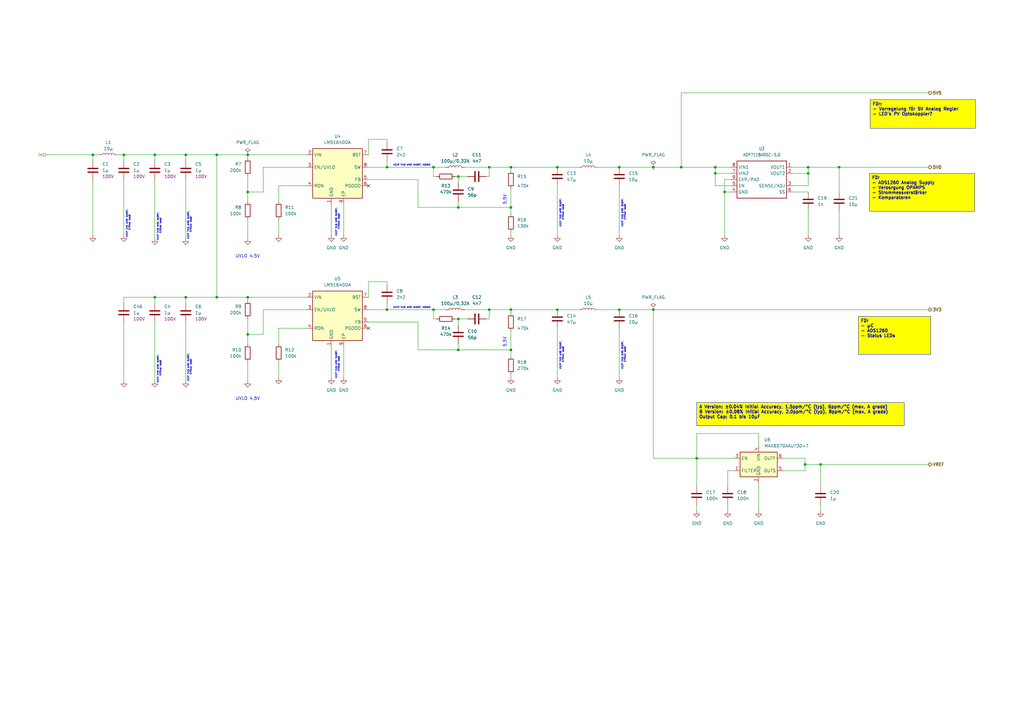
<source format=kicad_sch>
(kicad_sch
	(version 20250114)
	(generator "eeschema")
	(generator_version "9.0")
	(uuid "0a71412d-9bfe-4591-ab18-4fda89efb97a")
	(paper "A3")
	(lib_symbols
		(symbol "Device:C"
			(pin_numbers
				(hide yes)
			)
			(pin_names
				(offset 0.254)
			)
			(exclude_from_sim no)
			(in_bom yes)
			(on_board yes)
			(property "Reference" "C"
				(at 0.635 2.54 0)
				(effects
					(font
						(size 1.27 1.27)
					)
					(justify left)
				)
			)
			(property "Value" "C"
				(at 0.635 -2.54 0)
				(effects
					(font
						(size 1.27 1.27)
					)
					(justify left)
				)
			)
			(property "Footprint" ""
				(at 0.9652 -3.81 0)
				(effects
					(font
						(size 1.27 1.27)
					)
					(hide yes)
				)
			)
			(property "Datasheet" "~"
				(at 0 0 0)
				(effects
					(font
						(size 1.27 1.27)
					)
					(hide yes)
				)
			)
			(property "Description" "Unpolarized capacitor"
				(at 0 0 0)
				(effects
					(font
						(size 1.27 1.27)
					)
					(hide yes)
				)
			)
			(property "ki_keywords" "cap capacitor"
				(at 0 0 0)
				(effects
					(font
						(size 1.27 1.27)
					)
					(hide yes)
				)
			)
			(property "ki_fp_filters" "C_*"
				(at 0 0 0)
				(effects
					(font
						(size 1.27 1.27)
					)
					(hide yes)
				)
			)
			(symbol "C_0_1"
				(polyline
					(pts
						(xy -2.032 0.762) (xy 2.032 0.762)
					)
					(stroke
						(width 0.508)
						(type default)
					)
					(fill
						(type none)
					)
				)
				(polyline
					(pts
						(xy -2.032 -0.762) (xy 2.032 -0.762)
					)
					(stroke
						(width 0.508)
						(type default)
					)
					(fill
						(type none)
					)
				)
			)
			(symbol "C_1_1"
				(pin passive line
					(at 0 3.81 270)
					(length 2.794)
					(name "~"
						(effects
							(font
								(size 1.27 1.27)
							)
						)
					)
					(number "1"
						(effects
							(font
								(size 1.27 1.27)
							)
						)
					)
				)
				(pin passive line
					(at 0 -3.81 90)
					(length 2.794)
					(name "~"
						(effects
							(font
								(size 1.27 1.27)
							)
						)
					)
					(number "2"
						(effects
							(font
								(size 1.27 1.27)
							)
						)
					)
				)
			)
			(embedded_fonts no)
		)
		(symbol "Device:L"
			(pin_numbers
				(hide yes)
			)
			(pin_names
				(offset 1.016)
				(hide yes)
			)
			(exclude_from_sim no)
			(in_bom yes)
			(on_board yes)
			(property "Reference" "L"
				(at -1.27 0 90)
				(effects
					(font
						(size 1.27 1.27)
					)
				)
			)
			(property "Value" "L"
				(at 1.905 0 90)
				(effects
					(font
						(size 1.27 1.27)
					)
				)
			)
			(property "Footprint" ""
				(at 0 0 0)
				(effects
					(font
						(size 1.27 1.27)
					)
					(hide yes)
				)
			)
			(property "Datasheet" "~"
				(at 0 0 0)
				(effects
					(font
						(size 1.27 1.27)
					)
					(hide yes)
				)
			)
			(property "Description" "Inductor"
				(at 0 0 0)
				(effects
					(font
						(size 1.27 1.27)
					)
					(hide yes)
				)
			)
			(property "ki_keywords" "inductor choke coil reactor magnetic"
				(at 0 0 0)
				(effects
					(font
						(size 1.27 1.27)
					)
					(hide yes)
				)
			)
			(property "ki_fp_filters" "Choke_* *Coil* Inductor_* L_*"
				(at 0 0 0)
				(effects
					(font
						(size 1.27 1.27)
					)
					(hide yes)
				)
			)
			(symbol "L_0_1"
				(arc
					(start 0 2.54)
					(mid 0.6323 1.905)
					(end 0 1.27)
					(stroke
						(width 0)
						(type default)
					)
					(fill
						(type none)
					)
				)
				(arc
					(start 0 1.27)
					(mid 0.6323 0.635)
					(end 0 0)
					(stroke
						(width 0)
						(type default)
					)
					(fill
						(type none)
					)
				)
				(arc
					(start 0 0)
					(mid 0.6323 -0.635)
					(end 0 -1.27)
					(stroke
						(width 0)
						(type default)
					)
					(fill
						(type none)
					)
				)
				(arc
					(start 0 -1.27)
					(mid 0.6323 -1.905)
					(end 0 -2.54)
					(stroke
						(width 0)
						(type default)
					)
					(fill
						(type none)
					)
				)
			)
			(symbol "L_1_1"
				(pin passive line
					(at 0 3.81 270)
					(length 1.27)
					(name "1"
						(effects
							(font
								(size 1.27 1.27)
							)
						)
					)
					(number "1"
						(effects
							(font
								(size 1.27 1.27)
							)
						)
					)
				)
				(pin passive line
					(at 0 -3.81 90)
					(length 1.27)
					(name "2"
						(effects
							(font
								(size 1.27 1.27)
							)
						)
					)
					(number "2"
						(effects
							(font
								(size 1.27 1.27)
							)
						)
					)
				)
			)
			(embedded_fonts no)
		)
		(symbol "Device:R"
			(pin_numbers
				(hide yes)
			)
			(pin_names
				(offset 0)
			)
			(exclude_from_sim no)
			(in_bom yes)
			(on_board yes)
			(property "Reference" "R"
				(at 2.032 0 90)
				(effects
					(font
						(size 1.27 1.27)
					)
				)
			)
			(property "Value" "R"
				(at 0 0 90)
				(effects
					(font
						(size 1.27 1.27)
					)
				)
			)
			(property "Footprint" ""
				(at -1.778 0 90)
				(effects
					(font
						(size 1.27 1.27)
					)
					(hide yes)
				)
			)
			(property "Datasheet" "~"
				(at 0 0 0)
				(effects
					(font
						(size 1.27 1.27)
					)
					(hide yes)
				)
			)
			(property "Description" "Resistor"
				(at 0 0 0)
				(effects
					(font
						(size 1.27 1.27)
					)
					(hide yes)
				)
			)
			(property "ki_keywords" "R res resistor"
				(at 0 0 0)
				(effects
					(font
						(size 1.27 1.27)
					)
					(hide yes)
				)
			)
			(property "ki_fp_filters" "R_*"
				(at 0 0 0)
				(effects
					(font
						(size 1.27 1.27)
					)
					(hide yes)
				)
			)
			(symbol "R_0_1"
				(rectangle
					(start -1.016 -2.54)
					(end 1.016 2.54)
					(stroke
						(width 0.254)
						(type default)
					)
					(fill
						(type none)
					)
				)
			)
			(symbol "R_1_1"
				(pin passive line
					(at 0 3.81 270)
					(length 1.27)
					(name "~"
						(effects
							(font
								(size 1.27 1.27)
							)
						)
					)
					(number "1"
						(effects
							(font
								(size 1.27 1.27)
							)
						)
					)
				)
				(pin passive line
					(at 0 -3.81 90)
					(length 1.27)
					(name "~"
						(effects
							(font
								(size 1.27 1.27)
							)
						)
					)
					(number "2"
						(effects
							(font
								(size 1.27 1.27)
							)
						)
					)
				)
			)
			(embedded_fonts no)
		)
		(symbol "Reference_Voltage:MAX6070BAUT30+T"
			(exclude_from_sim no)
			(in_bom yes)
			(on_board yes)
			(property "Reference" "U"
				(at 1.27 8.89 0)
				(effects
					(font
						(size 1.27 1.27)
					)
					(justify left)
				)
			)
			(property "Value" "MAX6070BAUT30+T"
				(at 1.27 6.35 0)
				(effects
					(font
						(size 1.27 1.27)
						(italic yes)
					)
					(justify left)
				)
			)
			(property "Footprint" "Package_TO_SOT_SMD:SOT-23-6"
				(at 1.27 -7.62 0)
				(effects
					(font
						(size 1.27 1.27)
						(italic yes)
					)
					(justify left)
					(hide yes)
				)
			)
			(property "Datasheet" "https://www.analog.com/media/en/technical-documentation/data-sheets/MAX6070-MAX6071.pdf"
				(at 0 0 0)
				(effects
					(font
						(size 1.27 1.27)
						(italic yes)
					)
					(hide yes)
				)
			)
			(property "Description" "Low-Noise, High-Precision Series Voltage Reference, 3V, ±0.08% initial accuracy, SOT-23-6"
				(at 0 0 0)
				(effects
					(font
						(size 1.27 1.27)
					)
					(hide yes)
				)
			)
			(property "ki_keywords" "Low Noise Precision Voltage Reference"
				(at 0 0 0)
				(effects
					(font
						(size 1.27 1.27)
					)
					(hide yes)
				)
			)
			(property "ki_fp_filters" "SOT?23*"
				(at 0 0 0)
				(effects
					(font
						(size 1.27 1.27)
					)
					(hide yes)
				)
			)
			(symbol "MAX6070BAUT30+T_0_1"
				(rectangle
					(start -7.62 5.08)
					(end 7.62 -5.08)
					(stroke
						(width 0.254)
						(type solid)
					)
					(fill
						(type background)
					)
				)
			)
			(symbol "MAX6070BAUT30+T_1_1"
				(pin input line
					(at -10.16 2.54 0)
					(length 2.54)
					(name "EN"
						(effects
							(font
								(size 1.27 1.27)
							)
						)
					)
					(number "3"
						(effects
							(font
								(size 1.27 1.27)
							)
						)
					)
				)
				(pin passive line
					(at -10.16 -2.54 0)
					(length 2.54)
					(name "FILTER"
						(effects
							(font
								(size 1.27 1.27)
							)
						)
					)
					(number "1"
						(effects
							(font
								(size 1.27 1.27)
							)
						)
					)
				)
				(pin power_in line
					(at 0 7.62 270)
					(length 2.54)
					(name "VIN"
						(effects
							(font
								(size 1.27 1.27)
							)
						)
					)
					(number "4"
						(effects
							(font
								(size 1.27 1.27)
							)
						)
					)
				)
				(pin power_in line
					(at 0 -7.62 90)
					(length 2.54)
					(name "GND"
						(effects
							(font
								(size 1.27 1.27)
							)
						)
					)
					(number "2"
						(effects
							(font
								(size 1.27 1.27)
							)
						)
					)
				)
				(pin output line
					(at 10.16 2.54 180)
					(length 2.54)
					(name "OUTF"
						(effects
							(font
								(size 1.27 1.27)
							)
						)
					)
					(number "6"
						(effects
							(font
								(size 1.27 1.27)
							)
						)
					)
				)
				(pin input line
					(at 10.16 -2.54 180)
					(length 2.54)
					(name "OUTS"
						(effects
							(font
								(size 1.27 1.27)
							)
						)
					)
					(number "5"
						(effects
							(font
								(size 1.27 1.27)
							)
						)
					)
				)
			)
			(embedded_fonts no)
		)
		(symbol "Regulator_Switching:LM5164DDA"
			(exclude_from_sim no)
			(in_bom yes)
			(on_board yes)
			(property "Reference" "U"
				(at -8.89 11.43 0)
				(effects
					(font
						(size 1.27 1.27)
					)
				)
			)
			(property "Value" "LM5164DDA"
				(at 5.08 11.43 0)
				(effects
					(font
						(size 1.27 1.27)
					)
				)
			)
			(property "Footprint" "Package_SO:HSOP-8-1EP_3.9x4.9mm_P1.27mm_EP2.41x3.1mm_ThermalVias"
				(at 1.27 -11.43 0)
				(effects
					(font
						(size 1.27 1.27)
					)
					(hide yes)
				)
			)
			(property "Datasheet" "https://www.ti.com/lit/ds/symlink/lm5164.pdf?ts=1598311864250&ref_url=https%253A%252F%252Fwww.ti.com%252Fproduct%252FLM5164%253FHQS%253DTI-null-null-octopart-df-pf-null-wwe"
				(at -7.62 8.89 0)
				(effects
					(font
						(size 1.27 1.27)
					)
					(hide yes)
				)
			)
			(property "Description" "1A synchronous buck converter with ultra-low IQ, 6V - 100V input, adjustable output voltage, HSOP-8"
				(at 0 0 0)
				(effects
					(font
						(size 1.27 1.27)
					)
					(hide yes)
				)
			)
			(property "ki_keywords" "step-down dc-dc buck regulator adjustable"
				(at 0 0 0)
				(effects
					(font
						(size 1.27 1.27)
					)
					(hide yes)
				)
			)
			(property "ki_fp_filters" "HSOP*1EP*3.9x4.9*P1.27mm*"
				(at 0 0 0)
				(effects
					(font
						(size 1.27 1.27)
					)
					(hide yes)
				)
			)
			(symbol "LM5164DDA_1_1"
				(rectangle
					(start -10.16 10.16)
					(end 10.16 -10.16)
					(stroke
						(width 0.254)
						(type default)
					)
					(fill
						(type background)
					)
				)
				(pin power_in line
					(at -12.7 7.62 0)
					(length 2.54)
					(name "VIN"
						(effects
							(font
								(size 1.27 1.27)
							)
						)
					)
					(number "2"
						(effects
							(font
								(size 1.27 1.27)
							)
						)
					)
				)
				(pin input line
					(at -12.7 2.54 0)
					(length 2.54)
					(name "EN/UVLO"
						(effects
							(font
								(size 1.27 1.27)
							)
						)
					)
					(number "3"
						(effects
							(font
								(size 1.27 1.27)
							)
						)
					)
				)
				(pin passive line
					(at -12.7 -5.08 0)
					(length 2.54)
					(name "RON"
						(effects
							(font
								(size 1.27 1.27)
							)
						)
					)
					(number "4"
						(effects
							(font
								(size 1.27 1.27)
							)
						)
					)
				)
				(pin power_in line
					(at -2.54 -12.7 90)
					(length 2.54)
					(name "GND"
						(effects
							(font
								(size 1.27 1.27)
							)
						)
					)
					(number "1"
						(effects
							(font
								(size 1.27 1.27)
							)
						)
					)
				)
				(pin passive line
					(at 2.54 -12.7 90)
					(length 2.54)
					(name "EP"
						(effects
							(font
								(size 1.27 1.27)
							)
						)
					)
					(number "9"
						(effects
							(font
								(size 1.27 1.27)
							)
						)
					)
				)
				(pin passive line
					(at 12.7 7.62 180)
					(length 2.54)
					(name "BST"
						(effects
							(font
								(size 1.27 1.27)
							)
						)
					)
					(number "7"
						(effects
							(font
								(size 1.27 1.27)
							)
						)
					)
				)
				(pin power_out line
					(at 12.7 2.54 180)
					(length 2.54)
					(name "SW"
						(effects
							(font
								(size 1.27 1.27)
							)
						)
					)
					(number "8"
						(effects
							(font
								(size 1.27 1.27)
							)
						)
					)
				)
				(pin input line
					(at 12.7 -2.54 180)
					(length 2.54)
					(name "FB"
						(effects
							(font
								(size 1.27 1.27)
							)
						)
					)
					(number "5"
						(effects
							(font
								(size 1.27 1.27)
							)
						)
					)
				)
				(pin open_collector line
					(at 12.7 -5.08 180)
					(length 2.54)
					(name "PGOOD"
						(effects
							(font
								(size 1.27 1.27)
							)
						)
					)
					(number "6"
						(effects
							(font
								(size 1.27 1.27)
							)
						)
					)
				)
			)
			(embedded_fonts no)
		)
		(symbol "myGreenMeterLibInport:ADP7118_ADP7118"
			(exclude_from_sim no)
			(in_bom yes)
			(on_board yes)
			(property "Reference" "IC"
				(at 2.54 10.16 0)
				(effects
					(font
						(size 1.27 1.0795)
					)
					(justify left bottom)
				)
			)
			(property "Value" ""
				(at 2.54 -10.16 0)
				(effects
					(font
						(size 1.27 1.0795)
					)
					(justify left bottom)
				)
			)
			(property "Footprint" "greenMeter_v3:ADP7118_SOIC8"
				(at 0 0 0)
				(effects
					(font
						(size 1.27 1.27)
					)
					(hide yes)
				)
			)
			(property "Datasheet" ""
				(at 0 0 0)
				(effects
					(font
						(size 1.27 1.27)
					)
					(hide yes)
				)
			)
			(property "Description" ""
				(at 0 0 0)
				(effects
					(font
						(size 1.27 1.27)
					)
					(hide yes)
				)
			)
			(property "ki_locked" ""
				(at 0 0 0)
				(effects
					(font
						(size 1.27 1.27)
					)
				)
			)
			(symbol "ADP7118_ADP7118_1_0"
				(polyline
					(pts
						(xy -10.16 7.62) (xy 10.16 7.62)
					)
					(stroke
						(width 0.254)
						(type solid)
					)
					(fill
						(type none)
					)
				)
				(polyline
					(pts
						(xy -10.16 -7.62) (xy -10.16 7.62)
					)
					(stroke
						(width 0.254)
						(type solid)
					)
					(fill
						(type none)
					)
				)
				(polyline
					(pts
						(xy 10.16 7.62) (xy 10.16 -7.62)
					)
					(stroke
						(width 0.254)
						(type solid)
					)
					(fill
						(type none)
					)
				)
				(polyline
					(pts
						(xy 10.16 -7.62) (xy -10.16 -7.62)
					)
					(stroke
						(width 0.254)
						(type solid)
					)
					(fill
						(type none)
					)
				)
				(pin power_in line
					(at -12.7 5.08 0)
					(length 2.54)
					(name "VIN1"
						(effects
							(font
								(size 1.27 1.27)
							)
						)
					)
					(number "8"
						(effects
							(font
								(size 1.27 1.27)
							)
						)
					)
				)
				(pin power_in line
					(at -12.7 2.54 0)
					(length 2.54)
					(name "VIN2"
						(effects
							(font
								(size 1.27 1.27)
							)
						)
					)
					(number "7"
						(effects
							(font
								(size 1.27 1.27)
							)
						)
					)
				)
				(pin power_in line
					(at -12.7 0 0)
					(length 2.54)
					(name "EXP/PAD"
						(effects
							(font
								(size 1.27 1.27)
							)
						)
					)
					(number "9"
						(effects
							(font
								(size 1.27 1.27)
							)
						)
					)
				)
				(pin input line
					(at -12.7 -2.54 0)
					(length 2.54)
					(name "EN"
						(effects
							(font
								(size 1.27 1.27)
							)
						)
					)
					(number "5"
						(effects
							(font
								(size 1.27 1.27)
							)
						)
					)
				)
				(pin power_in line
					(at -12.7 -5.08 0)
					(length 2.54)
					(name "GND"
						(effects
							(font
								(size 1.27 1.27)
							)
						)
					)
					(number "4"
						(effects
							(font
								(size 1.27 1.27)
							)
						)
					)
				)
				(pin power_out line
					(at 12.7 5.08 180)
					(length 2.54)
					(name "VOUT1"
						(effects
							(font
								(size 1.27 1.27)
							)
						)
					)
					(number "1"
						(effects
							(font
								(size 1.27 1.27)
							)
						)
					)
				)
				(pin power_out line
					(at 12.7 2.54 180)
					(length 2.54)
					(name "VOUT2"
						(effects
							(font
								(size 1.27 1.27)
							)
						)
					)
					(number "2"
						(effects
							(font
								(size 1.27 1.27)
							)
						)
					)
				)
				(pin passive line
					(at 12.7 -2.54 180)
					(length 2.54)
					(name "SENSE/ADJ"
						(effects
							(font
								(size 1.27 1.27)
							)
						)
					)
					(number "3"
						(effects
							(font
								(size 1.27 1.27)
							)
						)
					)
				)
				(pin passive line
					(at 12.7 -5.08 180)
					(length 2.54)
					(name "SS"
						(effects
							(font
								(size 1.27 1.27)
							)
						)
					)
					(number "6"
						(effects
							(font
								(size 1.27 1.27)
							)
						)
					)
				)
			)
			(embedded_fonts no)
		)
		(symbol "power:GND"
			(power)
			(pin_numbers
				(hide yes)
			)
			(pin_names
				(offset 0)
				(hide yes)
			)
			(exclude_from_sim no)
			(in_bom yes)
			(on_board yes)
			(property "Reference" "#PWR"
				(at 0 -6.35 0)
				(effects
					(font
						(size 1.27 1.27)
					)
					(hide yes)
				)
			)
			(property "Value" "GND"
				(at 0 -3.81 0)
				(effects
					(font
						(size 1.27 1.27)
					)
				)
			)
			(property "Footprint" ""
				(at 0 0 0)
				(effects
					(font
						(size 1.27 1.27)
					)
					(hide yes)
				)
			)
			(property "Datasheet" ""
				(at 0 0 0)
				(effects
					(font
						(size 1.27 1.27)
					)
					(hide yes)
				)
			)
			(property "Description" "Power symbol creates a global label with name \"GND\" , ground"
				(at 0 0 0)
				(effects
					(font
						(size 1.27 1.27)
					)
					(hide yes)
				)
			)
			(property "ki_keywords" "global power"
				(at 0 0 0)
				(effects
					(font
						(size 1.27 1.27)
					)
					(hide yes)
				)
			)
			(symbol "GND_0_1"
				(polyline
					(pts
						(xy 0 0) (xy 0 -1.27) (xy 1.27 -1.27) (xy 0 -2.54) (xy -1.27 -1.27) (xy 0 -1.27)
					)
					(stroke
						(width 0)
						(type default)
					)
					(fill
						(type none)
					)
				)
			)
			(symbol "GND_1_1"
				(pin power_in line
					(at 0 0 270)
					(length 0)
					(name "~"
						(effects
							(font
								(size 1.27 1.27)
							)
						)
					)
					(number "1"
						(effects
							(font
								(size 1.27 1.27)
							)
						)
					)
				)
			)
			(embedded_fonts no)
		)
		(symbol "power:PWR_FLAG"
			(power)
			(pin_numbers
				(hide yes)
			)
			(pin_names
				(offset 0)
				(hide yes)
			)
			(exclude_from_sim no)
			(in_bom yes)
			(on_board yes)
			(property "Reference" "#FLG"
				(at 0 1.905 0)
				(effects
					(font
						(size 1.27 1.27)
					)
					(hide yes)
				)
			)
			(property "Value" "PWR_FLAG"
				(at 0 3.81 0)
				(effects
					(font
						(size 1.27 1.27)
					)
				)
			)
			(property "Footprint" ""
				(at 0 0 0)
				(effects
					(font
						(size 1.27 1.27)
					)
					(hide yes)
				)
			)
			(property "Datasheet" "~"
				(at 0 0 0)
				(effects
					(font
						(size 1.27 1.27)
					)
					(hide yes)
				)
			)
			(property "Description" "Special symbol for telling ERC where power comes from"
				(at 0 0 0)
				(effects
					(font
						(size 1.27 1.27)
					)
					(hide yes)
				)
			)
			(property "ki_keywords" "flag power"
				(at 0 0 0)
				(effects
					(font
						(size 1.27 1.27)
					)
					(hide yes)
				)
			)
			(symbol "PWR_FLAG_0_0"
				(pin power_out line
					(at 0 0 90)
					(length 0)
					(name "~"
						(effects
							(font
								(size 1.27 1.27)
							)
						)
					)
					(number "1"
						(effects
							(font
								(size 1.27 1.27)
							)
						)
					)
				)
			)
			(symbol "PWR_FLAG_0_1"
				(polyline
					(pts
						(xy 0 0) (xy 0 1.27) (xy -1.016 1.905) (xy 0 2.54) (xy 1.016 1.905) (xy 0 1.27)
					)
					(stroke
						(width 0)
						(type default)
					)
					(fill
						(type none)
					)
				)
			)
			(embedded_fonts no)
		)
	)
	(text "KEEP THIS WIRE SHORT, \nCritical loop!"
		(exclude_from_sim no)
		(at 65.278 151.13 90)
		(effects
			(font
				(size 0.635 0.635)
			)
		)
		(uuid "2fb1a431-5b69-4f83-8a6a-15a25785e3e5")
	)
	(text "KEEP THIS WIRE SHORT, \nCritical loop!"
		(exclude_from_sim no)
		(at 230.378 87.122 90)
		(effects
			(font
				(size 0.635 0.635)
			)
		)
		(uuid "32e3f2b0-d623-4520-8e32-98626fa14a62")
	)
	(text "UVLO 4,5V\n"
		(exclude_from_sim no)
		(at 101.6 163.576 0)
		(effects
			(font
				(size 1.27 1.27)
			)
		)
		(uuid "372d1083-c7ed-439d-b4b0-4090f2763f08")
	)
	(text "KEEP THIS WIRE SHORT, \nCritical loop!"
		(exclude_from_sim no)
		(at 255.778 145.542 90)
		(effects
			(font
				(size 0.635 0.635)
			)
		)
		(uuid "5f840927-6f77-4614-8660-39761cd87a62")
	)
	(text "UVLO 4,5V\n"
		(exclude_from_sim no)
		(at 101.6 105.156 0)
		(effects
			(font
				(size 1.27 1.27)
			)
		)
		(uuid "6f144863-5478-46df-9f69-3722819095f0")
	)
	(text "5,5V"
		(exclude_from_sim no)
		(at 207.772 84.074 90)
		(effects
			(font
				(size 1.27 1.27)
			)
			(justify left bottom)
		)
		(uuid "7590cfd5-fa8b-437e-8b55-21ac74a4dccf")
	)
	(text "KEEP THIS WIRE SHORT, NOISE!"
		(exclude_from_sim no)
		(at 168.91 67.818 0)
		(effects
			(font
				(size 0.635 0.635)
			)
		)
		(uuid "93239db0-3a95-4c82-894f-9817caab4582")
	)
	(text "KEEP THIS WIRE SHORT, \nCritical loop!"
		(exclude_from_sim no)
		(at 138.43 149.352 90)
		(effects
			(font
				(size 0.635 0.635)
			)
		)
		(uuid "946f197e-1c81-4c86-b0c7-35d6d585bb01")
	)
	(text "KEEP THIS WIRE SHORT, \nCritical loop!"
		(exclude_from_sim no)
		(at 255.778 87.122 90)
		(effects
			(font
				(size 0.635 0.635)
			)
		)
		(uuid "963e98e2-3ee6-4e42-9638-f4f344d0445f")
	)
	(text "5,5V"
		(exclude_from_sim no)
		(at 207.772 142.494 90)
		(effects
			(font
				(size 1.27 1.27)
			)
			(justify left bottom)
		)
		(uuid "b265a4f5-1e54-4237-98ff-89222b59bfbe")
	)
	(text "KEEP THIS WIRE SHORT, \nCritical loop!"
		(exclude_from_sim no)
		(at 65.278 92.71 90)
		(effects
			(font
				(size 0.635 0.635)
			)
		)
		(uuid "d4e42818-60af-49e3-8a9c-d938eac00a01")
	)
	(text "KEEP THIS WIRE SHORT, \nCritical loop!"
		(exclude_from_sim no)
		(at 77.724 92.202 90)
		(effects
			(font
				(size 0.635 0.635)
			)
		)
		(uuid "de9b3a84-0c56-4d76-b463-54ef735824b7")
	)
	(text "KEEP THIS WIRE SHORT, \nCritical loop!"
		(exclude_from_sim no)
		(at 138.43 90.932 90)
		(effects
			(font
				(size 0.635 0.635)
			)
		)
		(uuid "e0c61d15-f500-48b1-a324-6cd7109c67af")
	)
	(text "KEEP THIS WIRE SHORT, NOISE!"
		(exclude_from_sim no)
		(at 168.91 126.238 0)
		(effects
			(font
				(size 0.635 0.635)
			)
		)
		(uuid "e53b2c61-f652-4bac-940f-08d03a2dbfcc")
	)
	(text "KEEP THIS WIRE SHORT, \nCritical loop!"
		(exclude_from_sim no)
		(at 52.578 91.44 90)
		(effects
			(font
				(size 0.635 0.635)
			)
		)
		(uuid "e94f7508-4827-4d59-9895-5bcf068b9e63")
	)
	(text "KEEP THIS WIRE SHORT, \nCritical loop!"
		(exclude_from_sim no)
		(at 77.724 150.622 90)
		(effects
			(font
				(size 0.635 0.635)
			)
		)
		(uuid "f27144d1-12b1-4f44-896f-fcfee967b780")
	)
	(text "KEEP THIS WIRE SHORT, \nCritical loop!"
		(exclude_from_sim no)
		(at 230.378 145.542 90)
		(effects
			(font
				(size 0.635 0.635)
			)
		)
		(uuid "f93878df-79f5-4890-b2e4-44134295579e")
	)
	(text_box "Für:\n- Vorregelung für 5V Analog Regler\n- LED's PV Optokoppler?"
		(exclude_from_sim no)
		(at 356.87 40.894 0)
		(size 43.18 11.684)
		(margins 0.9525 0.9525 0.9525 0.9525)
		(stroke
			(width 0)
			(type default)
		)
		(fill
			(type color)
			(color 255 255 0 1)
		)
		(effects
			(font
				(size 1.27 1.27)
				(thickness 0.254)
				(bold yes)
			)
			(justify left top)
		)
		(uuid "280d6aca-637e-4d48-931a-4d766d59fa1a")
	)
	(text_box "A Version: ±0.04% Initial Accuracy, 1.5ppm/°C (typ), 6ppm/°C (max, A grade)\nB Version: ±0.08% Initial Accuracy, 2.0ppm/°C (typ), 8ppm/°C (max, A grade)\nOutput Cap: 0.1 bis 10µF"
		(exclude_from_sim no)
		(at 285.75 165.1 0)
		(size 85.09 9.525)
		(margins 0.9525 0.9525 0.9525 0.9525)
		(stroke
			(width 0)
			(type default)
		)
		(fill
			(type color)
			(color 255 255 0 1)
		)
		(effects
			(font
				(size 1.27 1.27)
				(thickness 0.254)
				(bold yes)
			)
			(justify left top)
		)
		(uuid "2c90f373-62ce-47a2-a9ec-4e6f68ffa810")
	)
	(text_box "Für\n- µC\n- ADS1260\n- Status LEDs\n"
		(exclude_from_sim no)
		(at 352.044 129.794 0)
		(size 29.718 15.494)
		(margins 0.9525 0.9525 0.9525 0.9525)
		(stroke
			(width 0)
			(type default)
		)
		(fill
			(type color)
			(color 255 255 0 1)
		)
		(effects
			(font
				(size 1.27 1.27)
				(thickness 0.254)
				(bold yes)
			)
			(justify left top)
		)
		(uuid "51e268eb-7441-4376-8a48-afcbc4538593")
	)
	(text_box "Für\n- ADS1260 Analog Supply\n- Verosrgung OPAMPS\n- Strommessverstärker\n- Komparatoren\n"
		(exclude_from_sim no)
		(at 356.616 71.12 0)
		(size 43.18 15.494)
		(margins 0.9525 0.9525 0.9525 0.9525)
		(stroke
			(width 0)
			(type default)
		)
		(fill
			(type color)
			(color 255 255 0 1)
		)
		(effects
			(font
				(size 1.27 1.27)
				(thickness 0.254)
				(bold yes)
			)
			(justify left top)
		)
		(uuid "e7a8b682-1cca-4bef-9b16-a9ac8e27c75e")
	)
	(junction
		(at 267.97 68.58)
		(diameter 0)
		(color 0 0 0 0)
		(uuid "017310b7-a31c-4894-8ef6-546f6b96f711")
	)
	(junction
		(at 254 127)
		(diameter 0)
		(color 0 0 0 0)
		(uuid "01f43722-8fb0-4310-9391-6ea9a320ecc4")
	)
	(junction
		(at 88.9 121.92)
		(diameter 0)
		(color 0 0 0 0)
		(uuid "0a8750d6-9767-4e83-8d9e-2e7080fdeac8")
	)
	(junction
		(at 63.5 63.5)
		(diameter 0)
		(color 0 0 0 0)
		(uuid "13436fe3-550b-49a4-8108-cc5173267ae0")
	)
	(junction
		(at 200.66 127)
		(diameter 0)
		(color 0 0 0 0)
		(uuid "19da22f2-45e0-4e14-b3ba-6aad8612bcc1")
	)
	(junction
		(at 101.6 63.5)
		(diameter 0)
		(color 0 0 0 0)
		(uuid "1a75a511-0a62-4e55-a243-4397e35507a8")
	)
	(junction
		(at 330.2 190.5)
		(diameter 0)
		(color 0 0 0 0)
		(uuid "1b0780b5-3b76-4e2c-93d1-207491aefbae")
	)
	(junction
		(at 187.96 143.51)
		(diameter 0)
		(color 0 0 0 0)
		(uuid "1c72f919-3fe2-4ff8-aa42-41145651e968")
	)
	(junction
		(at 63.5 121.92)
		(diameter 0)
		(color 0 0 0 0)
		(uuid "29e8d28d-da57-47d9-9411-86f539da8f4c")
	)
	(junction
		(at 38.1 63.5)
		(diameter 0)
		(color 0 0 0 0)
		(uuid "2e9b781b-5741-4632-b2c9-3d67e10261e2")
	)
	(junction
		(at 209.55 127)
		(diameter 0)
		(color 0 0 0 0)
		(uuid "38ab6831-374a-403f-9802-4c31caafd4c8")
	)
	(junction
		(at 293.37 71.12)
		(diameter 0)
		(color 0 0 0 0)
		(uuid "40df898a-4676-4cf0-afd3-0d63df4e347f")
	)
	(junction
		(at 209.55 85.09)
		(diameter 0)
		(color 0 0 0 0)
		(uuid "40f65a3e-f21d-49c4-b17e-266f7aab54ec")
	)
	(junction
		(at 177.8 68.58)
		(diameter 0)
		(color 0 0 0 0)
		(uuid "4476a6cc-36d1-4d9f-9172-1cf9a0b4eaf1")
	)
	(junction
		(at 101.6 121.92)
		(diameter 0)
		(color 0 0 0 0)
		(uuid "4ce10989-c312-4481-a8a2-5cacace08491")
	)
	(junction
		(at 158.75 127)
		(diameter 0)
		(color 0 0 0 0)
		(uuid "4eb250b9-cb0b-4619-8d19-658356e94a2e")
	)
	(junction
		(at 279.4 68.58)
		(diameter 0)
		(color 0 0 0 0)
		(uuid "5c059de0-1503-4438-bbdb-663d869cc96f")
	)
	(junction
		(at 76.2 121.92)
		(diameter 0)
		(color 0 0 0 0)
		(uuid "5f99332a-f012-4c79-8952-af95471987b0")
	)
	(junction
		(at 158.75 68.58)
		(diameter 0)
		(color 0 0 0 0)
		(uuid "62d560d2-1370-4c39-8ee7-82a33bc59572")
	)
	(junction
		(at 209.55 143.51)
		(diameter 0)
		(color 0 0 0 0)
		(uuid "6caa046d-bf22-49dd-b57a-800e4c800822")
	)
	(junction
		(at 336.55 190.5)
		(diameter 0)
		(color 0 0 0 0)
		(uuid "6e23ea4b-8e91-455b-a12c-c6ac5e3720d3")
	)
	(junction
		(at 187.96 85.09)
		(diameter 0)
		(color 0 0 0 0)
		(uuid "6ec7647c-27e4-4345-9829-d39ccfc10967")
	)
	(junction
		(at 297.18 78.74)
		(diameter 0)
		(color 0 0 0 0)
		(uuid "75dcabb4-aea8-4c2c-9e07-5f6f5fe14194")
	)
	(junction
		(at 187.96 72.39)
		(diameter 0)
		(color 0 0 0 0)
		(uuid "7852bf91-e3ba-40ee-ab94-9ea1dbfc1f49")
	)
	(junction
		(at 331.47 68.58)
		(diameter 0)
		(color 0 0 0 0)
		(uuid "7bae1c6c-297e-4799-a12d-2551e354a414")
	)
	(junction
		(at 88.9 63.5)
		(diameter 0)
		(color 0 0 0 0)
		(uuid "82e2a1f6-a5c8-4ee6-8571-7e632e890bed")
	)
	(junction
		(at 228.6 68.58)
		(diameter 0)
		(color 0 0 0 0)
		(uuid "867bebcc-6181-4c1f-8f2d-bfe76ff0971e")
	)
	(junction
		(at 344.17 68.58)
		(diameter 0)
		(color 0 0 0 0)
		(uuid "867d503a-fc04-4b5f-a3af-ea064dfa8024")
	)
	(junction
		(at 209.55 68.58)
		(diameter 0)
		(color 0 0 0 0)
		(uuid "8b65674b-534c-4790-bd65-3b6eb8b2d3f2")
	)
	(junction
		(at 331.47 71.12)
		(diameter 0)
		(color 0 0 0 0)
		(uuid "9354e4e1-abc5-4d02-9116-50982e1f23f3")
	)
	(junction
		(at 254 68.58)
		(diameter 0)
		(color 0 0 0 0)
		(uuid "941875c4-8c61-435e-b697-e23657faa806")
	)
	(junction
		(at 101.6 137.16)
		(diameter 0)
		(color 0 0 0 0)
		(uuid "9493a80e-738e-406a-b29a-994f54bd4642")
	)
	(junction
		(at 285.75 187.96)
		(diameter 0)
		(color 0 0 0 0)
		(uuid "b00fa211-b538-4512-82d9-8eb06fbdb66e")
	)
	(junction
		(at 267.97 127)
		(diameter 0)
		(color 0 0 0 0)
		(uuid "b6053727-fa8a-47aa-8abf-999714c80774")
	)
	(junction
		(at 293.37 68.58)
		(diameter 0)
		(color 0 0 0 0)
		(uuid "c0fdcc03-79bd-4706-ad65-d9e5f2dc4bde")
	)
	(junction
		(at 200.66 68.58)
		(diameter 0)
		(color 0 0 0 0)
		(uuid "c4eb1559-0185-44ee-b1e5-e862a74dfc30")
	)
	(junction
		(at 101.6 78.74)
		(diameter 0)
		(color 0 0 0 0)
		(uuid "c5e39b3d-7318-4ad3-8d41-6be422012d87")
	)
	(junction
		(at 187.96 130.81)
		(diameter 0)
		(color 0 0 0 0)
		(uuid "d1f1df3d-8472-4357-b971-315b6b3fe3da")
	)
	(junction
		(at 177.8 127)
		(diameter 0)
		(color 0 0 0 0)
		(uuid "e8087ebd-fd67-4e8d-a9c5-cd59cac22eb7")
	)
	(junction
		(at 50.8 63.5)
		(diameter 0)
		(color 0 0 0 0)
		(uuid "f070e1c2-29da-4a22-8e06-2e563d41fc0f")
	)
	(junction
		(at 76.2 63.5)
		(diameter 0)
		(color 0 0 0 0)
		(uuid "fa8098ca-e1dd-4648-b572-42b83004226a")
	)
	(junction
		(at 228.6 127)
		(diameter 0)
		(color 0 0 0 0)
		(uuid "fcc7690c-8fdc-4f10-92c7-e21877b4d74c")
	)
	(no_connect
		(at 151.13 134.62)
		(uuid "2bf214e5-1846-47a9-8221-a93adfc18e03")
	)
	(no_connect
		(at 151.13 76.2)
		(uuid "ebe1d9c1-63c1-4118-be86-d4f96c55c321")
	)
	(wire
		(pts
			(xy 63.5 73.66) (xy 63.5 97.79)
		)
		(stroke
			(width 0)
			(type default)
		)
		(uuid "0013036f-53ae-4a93-a82d-2ba9ce9bb8b4")
	)
	(wire
		(pts
			(xy 101.6 78.74) (xy 107.95 78.74)
		)
		(stroke
			(width 0)
			(type default)
		)
		(uuid "0157fa22-29dd-416c-872f-89b60b7000ef")
	)
	(wire
		(pts
			(xy 114.3 140.97) (xy 114.3 134.62)
		)
		(stroke
			(width 0)
			(type default)
		)
		(uuid "05a63dcd-5245-4bc6-8e95-f002c5fc186e")
	)
	(wire
		(pts
			(xy 228.6 76.2) (xy 228.6 96.52)
		)
		(stroke
			(width 0)
			(type default)
		)
		(uuid "10885635-e653-4692-b98a-ca5dd4e6d9b5")
	)
	(wire
		(pts
			(xy 293.37 71.12) (xy 299.72 71.12)
		)
		(stroke
			(width 0)
			(type default)
		)
		(uuid "10f39506-4fa3-41c7-8431-6580ffec400a")
	)
	(wire
		(pts
			(xy 19.05 63.5) (xy 38.1 63.5)
		)
		(stroke
			(width 0)
			(type default)
		)
		(uuid "115e23db-fb79-49c6-aafe-fb0a10f3d891")
	)
	(wire
		(pts
			(xy 254 68.58) (xy 267.97 68.58)
		)
		(stroke
			(width 0)
			(type default)
		)
		(uuid "1c5e2149-2e2f-4dc9-b50e-8549935d0263")
	)
	(wire
		(pts
			(xy 158.75 127) (xy 177.8 127)
		)
		(stroke
			(width 0)
			(type default)
		)
		(uuid "1ca2de98-f272-42c8-8bd0-e747cac9c9a1")
	)
	(wire
		(pts
			(xy 285.75 207.01) (xy 285.75 209.55)
		)
		(stroke
			(width 0)
			(type default)
		)
		(uuid "1cbfd99c-f143-4ab6-b5fe-51cb215db219")
	)
	(wire
		(pts
			(xy 63.5 132.08) (xy 63.5 156.21)
		)
		(stroke
			(width 0)
			(type default)
		)
		(uuid "1ed91df9-2b3c-44fb-a07b-89df7ace5972")
	)
	(wire
		(pts
			(xy 228.6 134.62) (xy 228.6 154.94)
		)
		(stroke
			(width 0)
			(type default)
		)
		(uuid "1ef42a40-c7c0-4375-869b-017780f94c61")
	)
	(wire
		(pts
			(xy 331.47 76.2) (xy 331.47 71.12)
		)
		(stroke
			(width 0)
			(type default)
		)
		(uuid "1f66e761-e789-4102-ae5e-a0bf0b28bcec")
	)
	(wire
		(pts
			(xy 187.96 130.81) (xy 187.96 133.35)
		)
		(stroke
			(width 0)
			(type default)
		)
		(uuid "2154caed-f685-46a0-a250-c4c21a6bdbe1")
	)
	(wire
		(pts
			(xy 151.13 68.58) (xy 158.75 68.58)
		)
		(stroke
			(width 0)
			(type default)
		)
		(uuid "215d5143-5d7a-45d9-8705-1c5f806bf29d")
	)
	(wire
		(pts
			(xy 285.75 177.8) (xy 311.15 177.8)
		)
		(stroke
			(width 0)
			(type default)
		)
		(uuid "259c6a90-6bf7-4b22-bdc7-bd31cc699ef1")
	)
	(wire
		(pts
			(xy 38.1 73.66) (xy 38.1 96.52)
		)
		(stroke
			(width 0)
			(type default)
		)
		(uuid "26cfabe4-01ef-4f44-b358-2b30a29f9327")
	)
	(wire
		(pts
			(xy 101.6 148.59) (xy 101.6 156.21)
		)
		(stroke
			(width 0)
			(type default)
		)
		(uuid "27806db4-39cb-49f7-bcc8-42f1aa3a3275")
	)
	(wire
		(pts
			(xy 209.55 143.51) (xy 209.55 146.05)
		)
		(stroke
			(width 0)
			(type default)
		)
		(uuid "2a896553-a28e-4216-88ae-5a025a10df0b")
	)
	(wire
		(pts
			(xy 209.55 77.47) (xy 209.55 85.09)
		)
		(stroke
			(width 0)
			(type default)
		)
		(uuid "2b687f15-429d-4c85-8ca3-38276c0acfa0")
	)
	(wire
		(pts
			(xy 76.2 63.5) (xy 76.2 66.04)
		)
		(stroke
			(width 0)
			(type default)
		)
		(uuid "2c5dbf87-fd7f-4920-8b46-0d14d219e8b3")
	)
	(wire
		(pts
			(xy 267.97 127) (xy 267.97 187.96)
		)
		(stroke
			(width 0)
			(type default)
		)
		(uuid "2d76dcf1-7874-4f7c-b381-c636f3911e1b")
	)
	(wire
		(pts
			(xy 321.31 187.96) (xy 330.2 187.96)
		)
		(stroke
			(width 0)
			(type default)
		)
		(uuid "30843ef4-37ab-4bc2-b0a9-1468f7ee4590")
	)
	(wire
		(pts
			(xy 135.89 142.24) (xy 135.89 154.94)
		)
		(stroke
			(width 0)
			(type default)
		)
		(uuid "3095d4ba-632d-4632-b97f-5be4eea175d6")
	)
	(wire
		(pts
			(xy 311.15 182.88) (xy 311.15 177.8)
		)
		(stroke
			(width 0)
			(type default)
		)
		(uuid "331e8f59-6a59-4ba8-bd5e-baff0190a03d")
	)
	(wire
		(pts
			(xy 209.55 69.85) (xy 209.55 68.58)
		)
		(stroke
			(width 0)
			(type default)
		)
		(uuid "34712ed2-1b02-4c1e-ab23-ef78b0b80721")
	)
	(wire
		(pts
			(xy 107.95 127) (xy 107.95 137.16)
		)
		(stroke
			(width 0)
			(type default)
		)
		(uuid "35c5fd3c-5f83-40e1-b046-3bb7dbce7e0d")
	)
	(wire
		(pts
			(xy 200.66 68.58) (xy 190.5 68.58)
		)
		(stroke
			(width 0)
			(type default)
		)
		(uuid "368a36c6-d685-42c3-bd41-4d07d9b5e3da")
	)
	(wire
		(pts
			(xy 101.6 121.92) (xy 101.6 123.19)
		)
		(stroke
			(width 0)
			(type default)
		)
		(uuid "39da4e50-7cd4-4266-aab2-91d613057f0d")
	)
	(wire
		(pts
			(xy 209.55 85.09) (xy 209.55 87.63)
		)
		(stroke
			(width 0)
			(type default)
		)
		(uuid "3b780d5f-5bb3-43ea-92e4-84cc2e4a9020")
	)
	(wire
		(pts
			(xy 151.13 57.15) (xy 151.13 63.5)
		)
		(stroke
			(width 0)
			(type default)
		)
		(uuid "3bf18eec-ff5a-498e-b7b4-8e824e4cd7a8")
	)
	(wire
		(pts
			(xy 297.18 78.74) (xy 297.18 96.52)
		)
		(stroke
			(width 0)
			(type default)
		)
		(uuid "3dc2fba2-a5c0-487d-8364-b05228eb1178")
	)
	(wire
		(pts
			(xy 187.96 72.39) (xy 191.77 72.39)
		)
		(stroke
			(width 0)
			(type default)
		)
		(uuid "41406e39-0837-4ca9-a2d6-c15340dc42da")
	)
	(wire
		(pts
			(xy 187.96 140.97) (xy 187.96 143.51)
		)
		(stroke
			(width 0)
			(type default)
		)
		(uuid "45d9b3b7-7446-455c-95d5-875c6991e768")
	)
	(wire
		(pts
			(xy 209.55 153.67) (xy 209.55 154.94)
		)
		(stroke
			(width 0)
			(type default)
		)
		(uuid "4804e6d2-791d-4661-9b1b-d0ca1724c30a")
	)
	(wire
		(pts
			(xy 50.8 132.08) (xy 50.8 156.21)
		)
		(stroke
			(width 0)
			(type default)
		)
		(uuid "48ea960e-b4ec-46ac-a0e8-7118d9733735")
	)
	(wire
		(pts
			(xy 209.55 127) (xy 228.6 127)
		)
		(stroke
			(width 0)
			(type default)
		)
		(uuid "4b5924fc-c686-4f57-a97d-f1fe2f3be3d5")
	)
	(wire
		(pts
			(xy 228.6 127) (xy 237.49 127)
		)
		(stroke
			(width 0)
			(type default)
		)
		(uuid "4b59d096-b1b2-4f86-a6c0-92734aad6de1")
	)
	(wire
		(pts
			(xy 107.95 127) (xy 125.73 127)
		)
		(stroke
			(width 0)
			(type default)
		)
		(uuid "4b79f342-3be1-447b-8dba-e5b7f78bc32e")
	)
	(wire
		(pts
			(xy 171.45 143.51) (xy 171.45 132.08)
		)
		(stroke
			(width 0)
			(type default)
		)
		(uuid "4dcec276-68a0-4aec-9b5c-85b7ae6c9537")
	)
	(wire
		(pts
			(xy 321.31 193.04) (xy 330.2 193.04)
		)
		(stroke
			(width 0)
			(type default)
		)
		(uuid "4fe473c9-de17-42b5-b08d-1319d5b91c5a")
	)
	(wire
		(pts
			(xy 285.75 187.96) (xy 300.99 187.96)
		)
		(stroke
			(width 0)
			(type default)
		)
		(uuid "54b425c7-b2ea-4c3e-bffe-f37c4f61c0b1")
	)
	(wire
		(pts
			(xy 279.4 68.58) (xy 293.37 68.58)
		)
		(stroke
			(width 0)
			(type default)
		)
		(uuid "55a7e390-3071-4218-a845-696cacddd339")
	)
	(wire
		(pts
			(xy 177.8 127) (xy 177.8 130.81)
		)
		(stroke
			(width 0)
			(type default)
		)
		(uuid "55d74de2-23ef-41f1-9c1f-abd818e752e4")
	)
	(wire
		(pts
			(xy 186.69 130.81) (xy 187.96 130.81)
		)
		(stroke
			(width 0)
			(type default)
		)
		(uuid "58470ce7-d82c-46d6-90a7-5b236baaab3a")
	)
	(wire
		(pts
			(xy 200.66 68.58) (xy 209.55 68.58)
		)
		(stroke
			(width 0)
			(type default)
		)
		(uuid "5a3d4049-104b-4254-a6ad-5979a3ddc52d")
	)
	(wire
		(pts
			(xy 177.8 68.58) (xy 182.88 68.58)
		)
		(stroke
			(width 0)
			(type default)
		)
		(uuid "5a9c1502-c39a-4bec-9222-dbabff71b461")
	)
	(wire
		(pts
			(xy 187.96 130.81) (xy 191.77 130.81)
		)
		(stroke
			(width 0)
			(type default)
		)
		(uuid "5e01ad40-47fe-49ec-b675-0573928222e4")
	)
	(wire
		(pts
			(xy 325.12 78.74) (xy 331.47 78.74)
		)
		(stroke
			(width 0)
			(type default)
		)
		(uuid "5ec18e3f-3dbd-4178-8cc4-e061d2752f24")
	)
	(wire
		(pts
			(xy 299.72 73.66) (xy 297.18 73.66)
		)
		(stroke
			(width 0)
			(type default)
		)
		(uuid "60c505d6-a221-4904-90f6-1d9191df5f32")
	)
	(wire
		(pts
			(xy 38.1 63.5) (xy 38.1 66.04)
		)
		(stroke
			(width 0)
			(type default)
		)
		(uuid "617c1e45-5400-4daa-b880-05b442314318")
	)
	(wire
		(pts
			(xy 101.6 121.92) (xy 125.73 121.92)
		)
		(stroke
			(width 0)
			(type default)
		)
		(uuid "628b93c8-504d-4e71-8cd6-c802452aecc5")
	)
	(wire
		(pts
			(xy 200.66 127) (xy 190.5 127)
		)
		(stroke
			(width 0)
			(type default)
		)
		(uuid "642c6103-d24a-4341-8316-c85b5c45b5bc")
	)
	(wire
		(pts
			(xy 151.13 115.57) (xy 151.13 121.92)
		)
		(stroke
			(width 0)
			(type default)
		)
		(uuid "66571095-28c4-4161-a9ab-11bce144945e")
	)
	(wire
		(pts
			(xy 114.3 148.59) (xy 114.3 154.94)
		)
		(stroke
			(width 0)
			(type default)
		)
		(uuid "6674d948-2bdc-4291-b177-54f3f0cffe05")
	)
	(wire
		(pts
			(xy 331.47 68.58) (xy 344.17 68.58)
		)
		(stroke
			(width 0)
			(type default)
		)
		(uuid "69add8a7-5eba-421c-8d34-1d252bb1212e")
	)
	(wire
		(pts
			(xy 199.39 130.81) (xy 200.66 130.81)
		)
		(stroke
			(width 0)
			(type default)
		)
		(uuid "6aaada62-1e6f-40cd-9405-bc1c56df378e")
	)
	(wire
		(pts
			(xy 101.6 63.5) (xy 125.73 63.5)
		)
		(stroke
			(width 0)
			(type default)
		)
		(uuid "6b909a07-d3be-4bad-8867-e17f15f2e1ea")
	)
	(wire
		(pts
			(xy 331.47 71.12) (xy 331.47 68.58)
		)
		(stroke
			(width 0)
			(type default)
		)
		(uuid "6d8e12f1-7c50-41ae-8610-c3bff6109ab6")
	)
	(wire
		(pts
			(xy 187.96 143.51) (xy 171.45 143.51)
		)
		(stroke
			(width 0)
			(type default)
		)
		(uuid "6f18c50a-9c2b-448f-b5ad-94a258c371b7")
	)
	(wire
		(pts
			(xy 293.37 76.2) (xy 299.72 76.2)
		)
		(stroke
			(width 0)
			(type default)
		)
		(uuid "7201b557-e219-4cfc-ac27-5e73734bfe44")
	)
	(wire
		(pts
			(xy 50.8 63.5) (xy 50.8 66.04)
		)
		(stroke
			(width 0)
			(type default)
		)
		(uuid "74544583-f888-4137-b1eb-02bc71c3a71b")
	)
	(wire
		(pts
			(xy 101.6 90.17) (xy 101.6 97.79)
		)
		(stroke
			(width 0)
			(type default)
		)
		(uuid "74b54549-d97c-47be-a526-227670bb7799")
	)
	(wire
		(pts
			(xy 63.5 121.92) (xy 63.5 124.46)
		)
		(stroke
			(width 0)
			(type default)
		)
		(uuid "785efb97-eb1f-41c0-b5e2-1fb051de538b")
	)
	(wire
		(pts
			(xy 114.3 82.55) (xy 114.3 76.2)
		)
		(stroke
			(width 0)
			(type default)
		)
		(uuid "7880a945-108e-4ca3-abb1-e0ce1789b810")
	)
	(wire
		(pts
			(xy 101.6 72.39) (xy 101.6 78.74)
		)
		(stroke
			(width 0)
			(type default)
		)
		(uuid "79f7a482-7033-48fc-9e52-b0d13bd76292")
	)
	(wire
		(pts
			(xy 114.3 134.62) (xy 125.73 134.62)
		)
		(stroke
			(width 0)
			(type default)
		)
		(uuid "7c18327a-b97c-4ffa-935f-bf33ae04c25a")
	)
	(wire
		(pts
			(xy 151.13 127) (xy 158.75 127)
		)
		(stroke
			(width 0)
			(type default)
		)
		(uuid "7cc03cc4-be07-460d-802d-1ba198f218df")
	)
	(wire
		(pts
			(xy 107.95 68.58) (xy 125.73 68.58)
		)
		(stroke
			(width 0)
			(type default)
		)
		(uuid "801add18-a6a8-4c4b-8717-1989374493ed")
	)
	(wire
		(pts
			(xy 293.37 68.58) (xy 293.37 71.12)
		)
		(stroke
			(width 0)
			(type default)
		)
		(uuid "80c49178-358c-4bac-9b4e-be2672d3babe")
	)
	(wire
		(pts
			(xy 107.95 68.58) (xy 107.95 78.74)
		)
		(stroke
			(width 0)
			(type default)
		)
		(uuid "82ba527d-9383-489d-b71c-8ad0f82684e6")
	)
	(wire
		(pts
			(xy 209.55 68.58) (xy 228.6 68.58)
		)
		(stroke
			(width 0)
			(type default)
		)
		(uuid "854e9713-b775-45a3-b37f-6e0c74de9911")
	)
	(wire
		(pts
			(xy 76.2 121.92) (xy 76.2 124.46)
		)
		(stroke
			(width 0)
			(type default)
		)
		(uuid "86f2f5d6-1459-4164-87e0-e497c0b389de")
	)
	(wire
		(pts
			(xy 63.5 63.5) (xy 63.5 66.04)
		)
		(stroke
			(width 0)
			(type default)
		)
		(uuid "87269780-cbdd-40d9-9543-197958aa80b8")
	)
	(wire
		(pts
			(xy 177.8 68.58) (xy 177.8 72.39)
		)
		(stroke
			(width 0)
			(type default)
		)
		(uuid "876cea29-423c-41be-b750-5414785d8792")
	)
	(wire
		(pts
			(xy 279.4 38.1) (xy 381 38.1)
		)
		(stroke
			(width 0)
			(type default)
		)
		(uuid "87831d2f-e7cd-4cb0-9624-b1c8b8cd0de0")
	)
	(wire
		(pts
			(xy 171.45 85.09) (xy 171.45 73.66)
		)
		(stroke
			(width 0)
			(type default)
		)
		(uuid "89acf664-6a4e-42f6-84ce-c4ed0f8c7798")
	)
	(wire
		(pts
			(xy 267.97 187.96) (xy 285.75 187.96)
		)
		(stroke
			(width 0)
			(type default)
		)
		(uuid "89ceec8b-da12-4d04-af5d-2000a53fc226")
	)
	(wire
		(pts
			(xy 179.07 130.81) (xy 177.8 130.81)
		)
		(stroke
			(width 0)
			(type default)
		)
		(uuid "8a47933f-e86c-4a81-97dc-bbab10dca847")
	)
	(wire
		(pts
			(xy 179.07 72.39) (xy 177.8 72.39)
		)
		(stroke
			(width 0)
			(type default)
		)
		(uuid "8a5aa5c5-fd2d-487a-9f66-6962ae36cbec")
	)
	(wire
		(pts
			(xy 171.45 73.66) (xy 151.13 73.66)
		)
		(stroke
			(width 0)
			(type default)
		)
		(uuid "8ac9f4d0-38ce-43d4-936c-814dd58bf1ce")
	)
	(wire
		(pts
			(xy 50.8 63.5) (xy 63.5 63.5)
		)
		(stroke
			(width 0)
			(type default)
		)
		(uuid "8e37f6e3-e753-4a47-80cd-c4ff718d3387")
	)
	(wire
		(pts
			(xy 330.2 193.04) (xy 330.2 190.5)
		)
		(stroke
			(width 0)
			(type default)
		)
		(uuid "8f69fd53-b2ca-4e5c-8871-c0b379be1629")
	)
	(wire
		(pts
			(xy 336.55 190.5) (xy 381 190.5)
		)
		(stroke
			(width 0)
			(type default)
		)
		(uuid "90279cff-d347-4e7e-8266-8f5742b59f6c")
	)
	(wire
		(pts
			(xy 101.6 137.16) (xy 107.95 137.16)
		)
		(stroke
			(width 0)
			(type default)
		)
		(uuid "9034792b-da33-4618-a7aa-a1544f1184aa")
	)
	(wire
		(pts
			(xy 209.55 128.27) (xy 209.55 127)
		)
		(stroke
			(width 0)
			(type default)
		)
		(uuid "90bdae56-d931-4cfe-8073-dfbb44287263")
	)
	(wire
		(pts
			(xy 101.6 137.16) (xy 101.6 140.97)
		)
		(stroke
			(width 0)
			(type default)
		)
		(uuid "92ee1612-e9ba-45d3-9885-def44598f7bd")
	)
	(wire
		(pts
			(xy 76.2 121.92) (xy 88.9 121.92)
		)
		(stroke
			(width 0)
			(type default)
		)
		(uuid "943624b4-b844-4594-98d9-44d8a65edd57")
	)
	(wire
		(pts
			(xy 344.17 86.36) (xy 344.17 96.52)
		)
		(stroke
			(width 0)
			(type default)
		)
		(uuid "9636376a-d452-4b5a-bc2b-40e3bab4e6a9")
	)
	(wire
		(pts
			(xy 209.55 95.25) (xy 209.55 96.52)
		)
		(stroke
			(width 0)
			(type default)
		)
		(uuid "96cbb043-9c7a-460e-bac8-17a54edfb5ed")
	)
	(wire
		(pts
			(xy 140.97 83.82) (xy 140.97 96.52)
		)
		(stroke
			(width 0)
			(type default)
		)
		(uuid "9726c3b6-9805-4976-bd21-26f42e584c66")
	)
	(wire
		(pts
			(xy 76.2 132.08) (xy 76.2 156.21)
		)
		(stroke
			(width 0)
			(type default)
		)
		(uuid "973c2641-7076-4d54-8d29-818b9cb008be")
	)
	(wire
		(pts
			(xy 336.55 190.5) (xy 336.55 199.39)
		)
		(stroke
			(width 0)
			(type default)
		)
		(uuid "97c6b2a5-263c-466e-8cda-6f7d71892f04")
	)
	(wire
		(pts
			(xy 245.11 127) (xy 254 127)
		)
		(stroke
			(width 0)
			(type default)
		)
		(uuid "97ccd819-3772-42a8-a48f-f19592d66ad3")
	)
	(wire
		(pts
			(xy 311.15 198.12) (xy 311.15 209.55)
		)
		(stroke
			(width 0)
			(type default)
		)
		(uuid "988d9b5b-1aca-4ab0-8d25-6e8f23b1cd1a")
	)
	(wire
		(pts
			(xy 331.47 68.58) (xy 325.12 68.58)
		)
		(stroke
			(width 0)
			(type default)
		)
		(uuid "98d40bee-b240-4b97-926f-0035ce743660")
	)
	(wire
		(pts
			(xy 50.8 73.66) (xy 50.8 96.52)
		)
		(stroke
			(width 0)
			(type default)
		)
		(uuid "994b7fc8-da37-43fc-9aad-69525c1c8000")
	)
	(wire
		(pts
			(xy 285.75 187.96) (xy 285.75 199.39)
		)
		(stroke
			(width 0)
			(type default)
		)
		(uuid "9a678301-9a1a-482a-b71f-815591e702a9")
	)
	(wire
		(pts
			(xy 158.75 68.58) (xy 177.8 68.58)
		)
		(stroke
			(width 0)
			(type default)
		)
		(uuid "9ca764eb-ef74-4dee-a3a3-b8f80d020a02")
	)
	(wire
		(pts
			(xy 50.8 121.92) (xy 50.8 124.46)
		)
		(stroke
			(width 0)
			(type default)
		)
		(uuid "9d864a88-19cf-46a0-85e7-cab7a2ba95e6")
	)
	(wire
		(pts
			(xy 325.12 76.2) (xy 331.47 76.2)
		)
		(stroke
			(width 0)
			(type default)
		)
		(uuid "9e113d0f-511e-4c9f-994f-7ee67645e25a")
	)
	(wire
		(pts
			(xy 114.3 76.2) (xy 125.73 76.2)
		)
		(stroke
			(width 0)
			(type default)
		)
		(uuid "9fd417de-7f4a-42b4-9d47-65ef7b1e9a0e")
	)
	(wire
		(pts
			(xy 186.69 72.39) (xy 187.96 72.39)
		)
		(stroke
			(width 0)
			(type default)
		)
		(uuid "a069b332-c1b4-4ae4-97fd-3ec9327a2c94")
	)
	(wire
		(pts
			(xy 38.1 63.5) (xy 40.64 63.5)
		)
		(stroke
			(width 0)
			(type default)
		)
		(uuid "a1bef32b-4879-4be7-8194-01159041ba4c")
	)
	(wire
		(pts
			(xy 298.45 207.01) (xy 298.45 209.55)
		)
		(stroke
			(width 0)
			(type default)
		)
		(uuid "a2d3c0ac-d609-4089-a03f-1b53f1ce9d65")
	)
	(wire
		(pts
			(xy 254 127) (xy 267.97 127)
		)
		(stroke
			(width 0)
			(type default)
		)
		(uuid "a4f2afa6-dfbb-49c5-a61e-4f830d4f767c")
	)
	(wire
		(pts
			(xy 381 68.58) (xy 344.17 68.58)
		)
		(stroke
			(width 0)
			(type default)
		)
		(uuid "a7400b2e-4a87-41a1-a5aa-e3654bd81f34")
	)
	(wire
		(pts
			(xy 158.75 57.15) (xy 151.13 57.15)
		)
		(stroke
			(width 0)
			(type default)
		)
		(uuid "a8aaca56-f8a5-4d2a-a3af-6c80f12b31d7")
	)
	(wire
		(pts
			(xy 199.39 72.39) (xy 200.66 72.39)
		)
		(stroke
			(width 0)
			(type default)
		)
		(uuid "aa6322eb-7577-414b-ab25-981d181edb7e")
	)
	(wire
		(pts
			(xy 200.66 127) (xy 200.66 130.81)
		)
		(stroke
			(width 0)
			(type default)
		)
		(uuid "aa846a39-764a-4204-be0d-d8977d3f3f5f")
	)
	(wire
		(pts
			(xy 50.8 121.92) (xy 63.5 121.92)
		)
		(stroke
			(width 0)
			(type default)
		)
		(uuid "ac874fde-364c-4826-ab3c-c5f24743540c")
	)
	(wire
		(pts
			(xy 88.9 63.5) (xy 88.9 121.92)
		)
		(stroke
			(width 0)
			(type default)
		)
		(uuid "ad8a3779-c342-4d58-b95f-d6f07d7a1bc9")
	)
	(wire
		(pts
			(xy 88.9 121.92) (xy 101.6 121.92)
		)
		(stroke
			(width 0)
			(type default)
		)
		(uuid "b1d5aae4-09c0-4883-be54-08e2c3d2e180")
	)
	(wire
		(pts
			(xy 254 76.2) (xy 254 96.52)
		)
		(stroke
			(width 0)
			(type default)
		)
		(uuid "b3c7f036-17a5-4e55-8df5-5032027da3a9")
	)
	(wire
		(pts
			(xy 293.37 71.12) (xy 293.37 76.2)
		)
		(stroke
			(width 0)
			(type default)
		)
		(uuid "b48b3d27-f522-439b-84d9-47a3cbd3f1da")
	)
	(wire
		(pts
			(xy 298.45 193.04) (xy 300.99 193.04)
		)
		(stroke
			(width 0)
			(type default)
		)
		(uuid "b74967e2-eb1f-41cc-946c-767d51e70c73")
	)
	(wire
		(pts
			(xy 285.75 187.96) (xy 285.75 177.8)
		)
		(stroke
			(width 0)
			(type default)
		)
		(uuid "b7ec4d49-2d92-4c25-b39b-e8c843c6e3d6")
	)
	(wire
		(pts
			(xy 187.96 85.09) (xy 209.55 85.09)
		)
		(stroke
			(width 0)
			(type default)
		)
		(uuid "b8cd2ffd-aff4-4e69-8f04-314473c771a7")
	)
	(wire
		(pts
			(xy 63.5 63.5) (xy 76.2 63.5)
		)
		(stroke
			(width 0)
			(type default)
		)
		(uuid "bbe507a6-6b8b-442e-a543-bc408abc18e1")
	)
	(wire
		(pts
			(xy 297.18 78.74) (xy 299.72 78.74)
		)
		(stroke
			(width 0)
			(type default)
		)
		(uuid "bf1bb25c-8efa-49db-8298-5df776351a69")
	)
	(wire
		(pts
			(xy 101.6 130.81) (xy 101.6 137.16)
		)
		(stroke
			(width 0)
			(type default)
		)
		(uuid "bfa1e73e-3588-4ae5-85f4-8aaa9170b645")
	)
	(wire
		(pts
			(xy 297.18 73.66) (xy 297.18 78.74)
		)
		(stroke
			(width 0)
			(type default)
		)
		(uuid "c0e1cf4f-d436-413a-8fc5-afb3be55cafd")
	)
	(wire
		(pts
			(xy 158.75 115.57) (xy 151.13 115.57)
		)
		(stroke
			(width 0)
			(type default)
		)
		(uuid "c2cdb787-5b46-4466-b6f3-0c43f9ea5675")
	)
	(wire
		(pts
			(xy 76.2 63.5) (xy 88.9 63.5)
		)
		(stroke
			(width 0)
			(type default)
		)
		(uuid "c6c9b1b8-bb38-4355-ac75-d8042cf66d6b")
	)
	(wire
		(pts
			(xy 336.55 207.01) (xy 336.55 209.55)
		)
		(stroke
			(width 0)
			(type default)
		)
		(uuid "c8793092-ae4d-4999-b695-cae0077fd4bf")
	)
	(wire
		(pts
			(xy 48.26 63.5) (xy 50.8 63.5)
		)
		(stroke
			(width 0)
			(type default)
		)
		(uuid "c8e5313b-4363-42ee-b1ef-231d5a11d46c")
	)
	(wire
		(pts
			(xy 187.96 143.51) (xy 209.55 143.51)
		)
		(stroke
			(width 0)
			(type default)
		)
		(uuid "c9877d1b-fd9c-4243-82fc-fa5d9f372800")
	)
	(wire
		(pts
			(xy 200.66 68.58) (xy 200.66 72.39)
		)
		(stroke
			(width 0)
			(type default)
		)
		(uuid "cb3e0d55-0837-4680-8f03-e580cbc2c6f6")
	)
	(wire
		(pts
			(xy 101.6 78.74) (xy 101.6 82.55)
		)
		(stroke
			(width 0)
			(type default)
		)
		(uuid "ce210171-b75f-460c-8ac2-18f4ea36c738")
	)
	(wire
		(pts
			(xy 331.47 86.36) (xy 331.47 96.52)
		)
		(stroke
			(width 0)
			(type default)
		)
		(uuid "ce75a3f2-4cc4-4d32-a7db-376b1f5189fd")
	)
	(wire
		(pts
			(xy 158.75 115.57) (xy 158.75 116.84)
		)
		(stroke
			(width 0)
			(type default)
		)
		(uuid "cfb36e71-a85e-4b3e-b306-08f3b8fae6c2")
	)
	(wire
		(pts
			(xy 88.9 63.5) (xy 101.6 63.5)
		)
		(stroke
			(width 0)
			(type default)
		)
		(uuid "d2f708dc-b2c3-430f-8a0f-9d05645251a8")
	)
	(wire
		(pts
			(xy 267.97 68.58) (xy 279.4 68.58)
		)
		(stroke
			(width 0)
			(type default)
		)
		(uuid "d3c6656c-f231-47cd-9a35-0af8acb59c24")
	)
	(wire
		(pts
			(xy 245.11 68.58) (xy 254 68.58)
		)
		(stroke
			(width 0)
			(type default)
		)
		(uuid "d52f932f-a182-49ca-8b43-5bf353b0a715")
	)
	(wire
		(pts
			(xy 330.2 190.5) (xy 336.55 190.5)
		)
		(stroke
			(width 0)
			(type default)
		)
		(uuid "d58e3ad6-aa23-486d-ba81-b6ac023493f3")
	)
	(wire
		(pts
			(xy 101.6 63.5) (xy 101.6 64.77)
		)
		(stroke
			(width 0)
			(type default)
		)
		(uuid "d6ca2e48-0587-4468-81b8-68870161a32b")
	)
	(wire
		(pts
			(xy 158.75 66.04) (xy 158.75 68.58)
		)
		(stroke
			(width 0)
			(type default)
		)
		(uuid "d802bbd7-d232-4708-bd2d-fe9ec1db78ca")
	)
	(wire
		(pts
			(xy 279.4 68.58) (xy 279.4 38.1)
		)
		(stroke
			(width 0)
			(type default)
		)
		(uuid "d89e7a31-70fc-43b3-94cc-2662a2f3bc12")
	)
	(wire
		(pts
			(xy 298.45 199.39) (xy 298.45 193.04)
		)
		(stroke
			(width 0)
			(type default)
		)
		(uuid "dc9b604b-3c30-44a5-85f2-9334d1e429c1")
	)
	(wire
		(pts
			(xy 158.75 57.15) (xy 158.75 58.42)
		)
		(stroke
			(width 0)
			(type default)
		)
		(uuid "df254698-d8b1-4eae-9eb9-06122671a9df")
	)
	(wire
		(pts
			(xy 177.8 127) (xy 182.88 127)
		)
		(stroke
			(width 0)
			(type default)
		)
		(uuid "e01e450b-83ad-4346-8c2f-7aa5d83f9031")
	)
	(wire
		(pts
			(xy 267.97 127) (xy 381 127)
		)
		(stroke
			(width 0)
			(type default)
		)
		(uuid "e185aae8-0ae6-4677-850f-e81f3d85cb4d")
	)
	(wire
		(pts
			(xy 63.5 121.92) (xy 76.2 121.92)
		)
		(stroke
			(width 0)
			(type default)
		)
		(uuid "e2bb7aef-ad5f-4774-9ea4-c83bfed04763")
	)
	(wire
		(pts
			(xy 344.17 68.58) (xy 344.17 78.74)
		)
		(stroke
			(width 0)
			(type default)
		)
		(uuid "e36f9459-27d5-4ea7-8bca-ed78a90017c5")
	)
	(wire
		(pts
			(xy 187.96 82.55) (xy 187.96 85.09)
		)
		(stroke
			(width 0)
			(type default)
		)
		(uuid "e62c42d3-aea3-42d2-a070-6380aeabed8c")
	)
	(wire
		(pts
			(xy 325.12 71.12) (xy 331.47 71.12)
		)
		(stroke
			(width 0)
			(type default)
		)
		(uuid "e769e930-4bd1-4dd2-9dc9-9d90e087fbfc")
	)
	(wire
		(pts
			(xy 158.75 124.46) (xy 158.75 127)
		)
		(stroke
			(width 0)
			(type default)
		)
		(uuid "e8896596-90bc-4041-a7d6-d980189dac65")
	)
	(wire
		(pts
			(xy 140.97 142.24) (xy 140.97 154.94)
		)
		(stroke
			(width 0)
			(type default)
		)
		(uuid "e9c96588-e1c3-47eb-9a23-9634e5eb7501")
	)
	(wire
		(pts
			(xy 293.37 68.58) (xy 299.72 68.58)
		)
		(stroke
			(width 0)
			(type default)
		)
		(uuid "ea77d700-c510-4188-aaf3-4e10f04c2736")
	)
	(wire
		(pts
			(xy 228.6 68.58) (xy 237.49 68.58)
		)
		(stroke
			(width 0)
			(type default)
		)
		(uuid "eab90a2c-bedb-4237-bc89-f762a4927afc")
	)
	(wire
		(pts
			(xy 187.96 72.39) (xy 187.96 74.93)
		)
		(stroke
			(width 0)
			(type default)
		)
		(uuid "ee8da583-f3b7-4214-8cfb-ea3e9f3c3c32")
	)
	(wire
		(pts
			(xy 200.66 127) (xy 209.55 127)
		)
		(stroke
			(width 0)
			(type default)
		)
		(uuid "f115a202-eacf-4e8c-ab93-b25ceb6a8669")
	)
	(wire
		(pts
			(xy 254 134.62) (xy 254 154.94)
		)
		(stroke
			(width 0)
			(type default)
		)
		(uuid "f146f67a-95df-4c96-93c0-45e6bb978e46")
	)
	(wire
		(pts
			(xy 114.3 90.17) (xy 114.3 96.52)
		)
		(stroke
			(width 0)
			(type default)
		)
		(uuid "f3660fe6-c98f-4422-b7ca-9a81e0819982")
	)
	(wire
		(pts
			(xy 135.89 83.82) (xy 135.89 96.52)
		)
		(stroke
			(width 0)
			(type default)
		)
		(uuid "f5bada8d-22e8-42de-acab-f8506e883169")
	)
	(wire
		(pts
			(xy 171.45 132.08) (xy 151.13 132.08)
		)
		(stroke
			(width 0)
			(type default)
		)
		(uuid "f5c63fa8-1c1a-4768-9a2f-48f612a80a73")
	)
	(wire
		(pts
			(xy 330.2 190.5) (xy 330.2 187.96)
		)
		(stroke
			(width 0)
			(type default)
		)
		(uuid "f6069448-6c3b-434d-b10b-4869c5216ac0")
	)
	(wire
		(pts
			(xy 76.2 73.66) (xy 76.2 97.79)
		)
		(stroke
			(width 0)
			(type default)
		)
		(uuid "f7829b46-1395-4140-a483-a446a0eaeb60")
	)
	(wire
		(pts
			(xy 267.97 69.85) (xy 267.97 68.58)
		)
		(stroke
			(width 0)
			(type default)
		)
		(uuid "f82b4bbf-8c4d-469b-b5c4-6b6f99e80897")
	)
	(wire
		(pts
			(xy 209.55 135.89) (xy 209.55 143.51)
		)
		(stroke
			(width 0)
			(type default)
		)
		(uuid "f968bb64-94b6-4def-8057-d3bef83330af")
	)
	(wire
		(pts
			(xy 187.96 85.09) (xy 171.45 85.09)
		)
		(stroke
			(width 0)
			(type default)
		)
		(uuid "fa7dcdd6-8a19-4133-8a60-726fbc58ae75")
	)
	(hierarchical_label "5V0"
		(shape output)
		(at 381 68.58 0)
		(effects
			(font
				(size 1.27 1.27)
				(thickness 0.254)
				(bold yes)
			)
			(justify left)
		)
		(uuid "2383dee1-62d3-4064-b913-30d6e8635a86")
	)
	(hierarchical_label "3V3"
		(shape output)
		(at 381 127 0)
		(effects
			(font
				(size 1.27 1.27)
				(thickness 0.254)
				(bold yes)
			)
			(justify left)
		)
		(uuid "951446c1-743d-4cd4-97cf-9d8ea9c5c59f")
	)
	(hierarchical_label "VREF"
		(shape output)
		(at 381 190.5 0)
		(effects
			(font
				(size 1.27 1.27)
				(thickness 0.254)
				(bold yes)
			)
			(justify left)
		)
		(uuid "9a333839-dbb9-4e98-b206-ec700a2b862e")
	)
	(hierarchical_label "5V5"
		(shape output)
		(at 381 38.1 0)
		(effects
			(font
				(size 1.27 1.27)
				(thickness 0.254)
				(bold yes)
			)
			(justify left)
		)
		(uuid "ae65d61c-3955-4a01-96a3-8723c20c06c3")
	)
	(hierarchical_label "in"
		(shape input)
		(at 19.05 63.5 180)
		(effects
			(font
				(size 1.27 1.27)
			)
			(justify right)
		)
		(uuid "b36d1a76-dd48-4ae0-852b-9d1932dff371")
	)
	(symbol
		(lib_id "power:GND")
		(at 228.6 96.52 0)
		(unit 1)
		(exclude_from_sim no)
		(in_bom yes)
		(on_board yes)
		(dnp no)
		(fields_autoplaced yes)
		(uuid "02ec5199-238f-47bf-b4e9-2e69d7eae25c")
		(property "Reference" "#PWR027"
			(at 228.6 102.87 0)
			(effects
				(font
					(size 1.27 1.27)
				)
				(hide yes)
			)
		)
		(property "Value" "GND"
			(at 228.6 101.6 0)
			(effects
				(font
					(size 1.27 1.27)
				)
			)
		)
		(property "Footprint" ""
			(at 228.6 96.52 0)
			(effects
				(font
					(size 1.27 1.27)
				)
				(hide yes)
			)
		)
		(property "Datasheet" ""
			(at 228.6 96.52 0)
			(effects
				(font
					(size 1.27 1.27)
				)
				(hide yes)
			)
		)
		(property "Description" "Power symbol creates a global label with name \"GND\" , ground"
			(at 228.6 96.52 0)
			(effects
				(font
					(size 1.27 1.27)
				)
				(hide yes)
			)
		)
		(pin "1"
			(uuid "8b8b5ecb-91ac-4bfe-9204-1a5d38a6bbe6")
		)
		(instances
			(project "greenSmartSwitch"
				(path "/bf1f8167-8e29-49cc-a467-dd9cc2c77246/495a9cc7-0a8f-4e5c-b2f2-b552a73e5326"
					(reference "#PWR027")
					(unit 1)
				)
			)
		)
	)
	(symbol
		(lib_id "power:PWR_FLAG")
		(at 101.6 63.5 0)
		(unit 1)
		(exclude_from_sim no)
		(in_bom yes)
		(on_board yes)
		(dnp no)
		(fields_autoplaced yes)
		(uuid "040350e9-1a77-40b3-8bb1-84c25fbf93b5")
		(property "Reference" "#FLG01"
			(at 101.6 61.595 0)
			(effects
				(font
					(size 1.27 1.27)
				)
				(hide yes)
			)
		)
		(property "Value" "PWR_FLAG"
			(at 101.6 58.42 0)
			(effects
				(font
					(size 1.27 1.27)
				)
			)
		)
		(property "Footprint" ""
			(at 101.6 63.5 0)
			(effects
				(font
					(size 1.27 1.27)
				)
				(hide yes)
			)
		)
		(property "Datasheet" "~"
			(at 101.6 63.5 0)
			(effects
				(font
					(size 1.27 1.27)
				)
				(hide yes)
			)
		)
		(property "Description" "Special symbol for telling ERC where power comes from"
			(at 101.6 63.5 0)
			(effects
				(font
					(size 1.27 1.27)
				)
				(hide yes)
			)
		)
		(pin "1"
			(uuid "7ed799b9-b46f-47ad-9a15-3dc6dc16c444")
		)
		(instances
			(project "greenSmartSwitch"
				(path "/bf1f8167-8e29-49cc-a467-dd9cc2c77246/495a9cc7-0a8f-4e5c-b2f2-b552a73e5326"
					(reference "#FLG01")
					(unit 1)
				)
			)
		)
	)
	(symbol
		(lib_id "Device:C")
		(at 63.5 128.27 0)
		(unit 1)
		(exclude_from_sim no)
		(in_bom yes)
		(on_board yes)
		(dnp no)
		(fields_autoplaced yes)
		(uuid "06acc992-1f38-4271-9ed9-7b8788c7b5fe")
		(property "Reference" "C4"
			(at 67.31 125.73 0)
			(effects
				(font
					(size 1.27 1.27)
				)
				(justify left)
			)
		)
		(property "Value" "1µ"
			(at 67.31 128.27 0)
			(effects
				(font
					(size 1.27 1.27)
				)
				(justify left)
			)
		)
		(property "Footprint" "Capacitor_SMD:C_1210_3225Metric"
			(at 64.4652 132.08 0)
			(effects
				(font
					(size 1.27 1.27)
				)
				(hide yes)
			)
		)
		(property "Datasheet" "~"
			(at 63.5 128.27 0)
			(effects
				(font
					(size 1.27 1.27)
				)
				(hide yes)
			)
		)
		(property "Description" "1µ0 100V 10% X7R 1210 SMD"
			(at 63.5 128.27 0)
			(effects
				(font
					(size 1.27 1.27)
				)
				(hide yes)
			)
		)
		(property "Voltage" "100V"
			(at 67.31 130.81 0)
			(effects
				(font
					(size 1.27 1.27)
				)
				(justify left)
			)
		)
		(property "ECS Art#" "C216"
			(at 63.5 128.27 0)
			(effects
				(font
					(size 1.27 1.27)
				)
				(hide yes)
			)
		)
		(property "HAN" "CL32B105KCJSNNE"
			(at 63.5 128.27 0)
			(effects
				(font
					(size 1.27 1.27)
				)
				(hide yes)
			)
		)
		(property "Toleranz" ""
			(at 63.5 128.27 0)
			(effects
				(font
					(size 1.27 1.27)
				)
			)
		)
		(property "Hersteller" "SAMSUNG"
			(at 63.5 128.27 0)
			(effects
				(font
					(size 1.27 1.27)
				)
				(hide yes)
			)
		)
		(property "Field-1" ""
			(at 63.5 128.27 0)
			(effects
				(font
					(size 1.27 1.27)
				)
				(hide yes)
			)
		)
		(property "Sim.Device" ""
			(at 63.5 128.27 0)
			(effects
				(font
					(size 1.27 1.27)
				)
				(hide yes)
			)
		)
		(property "Sim.Pins" ""
			(at 63.5 128.27 0)
			(effects
				(font
					(size 1.27 1.27)
				)
				(hide yes)
			)
		)
		(pin "1"
			(uuid "3d386531-cd96-4919-9de3-223c6558d623")
		)
		(pin "2"
			(uuid "81e5c7f4-843d-40c0-a00a-1546887e5ced")
		)
		(instances
			(project "greenSmartSwitch"
				(path "/bf1f8167-8e29-49cc-a467-dd9cc2c77246/495a9cc7-0a8f-4e5c-b2f2-b552a73e5326"
					(reference "C4")
					(unit 1)
				)
			)
		)
	)
	(symbol
		(lib_id "power:GND")
		(at 209.55 154.94 0)
		(unit 1)
		(exclude_from_sim no)
		(in_bom yes)
		(on_board yes)
		(dnp no)
		(fields_autoplaced yes)
		(uuid "0b819110-152f-4bf1-99cf-2b0a7ab37498")
		(property "Reference" "#PWR026"
			(at 209.55 161.29 0)
			(effects
				(font
					(size 1.27 1.27)
				)
				(hide yes)
			)
		)
		(property "Value" "GND"
			(at 209.55 160.02 0)
			(effects
				(font
					(size 1.27 1.27)
				)
			)
		)
		(property "Footprint" ""
			(at 209.55 154.94 0)
			(effects
				(font
					(size 1.27 1.27)
				)
				(hide yes)
			)
		)
		(property "Datasheet" ""
			(at 209.55 154.94 0)
			(effects
				(font
					(size 1.27 1.27)
				)
				(hide yes)
			)
		)
		(property "Description" "Power symbol creates a global label with name \"GND\" , ground"
			(at 209.55 154.94 0)
			(effects
				(font
					(size 1.27 1.27)
				)
				(hide yes)
			)
		)
		(pin "1"
			(uuid "9e4db6ac-7e8f-40e2-b166-a7ea2ef69ba4")
		)
		(instances
			(project "greenSmartSwitch"
				(path "/bf1f8167-8e29-49cc-a467-dd9cc2c77246/495a9cc7-0a8f-4e5c-b2f2-b552a73e5326"
					(reference "#PWR026")
					(unit 1)
				)
			)
		)
	)
	(symbol
		(lib_id "Device:R")
		(at 101.6 86.36 0)
		(unit 1)
		(exclude_from_sim no)
		(in_bom yes)
		(on_board yes)
		(dnp no)
		(uuid "0f572086-c3bd-440c-a9d8-3a13f3ceadec")
		(property "Reference" "R8"
			(at 99.06 85.0899 0)
			(effects
				(font
					(size 1.27 1.27)
				)
				(justify right)
			)
		)
		(property "Value" "100k"
			(at 99.06 87.6299 0)
			(effects
				(font
					(size 1.27 1.27)
				)
				(justify right)
			)
		)
		(property "Footprint" "Resistor_SMD:R_0603_1608Metric"
			(at 99.822 86.36 90)
			(effects
				(font
					(size 1.27 1.27)
				)
				(hide yes)
			)
		)
		(property "Datasheet" "~"
			(at 101.6 86.36 0)
			(effects
				(font
					(size 1.27 1.27)
				)
				(hide yes)
			)
		)
		(property "Description" "100k0 0,1W 1% 0603 SMD"
			(at 101.6 86.36 0)
			(effects
				(font
					(size 1.27 1.27)
				)
				(hide yes)
			)
		)
		(property "ECS Art#" "R245"
			(at 101.6 86.36 0)
			(effects
				(font
					(size 1.27 1.27)
				)
				(hide yes)
			)
		)
		(property "HAN" "RC0603FR-07100KL"
			(at 101.6 86.36 0)
			(effects
				(font
					(size 1.27 1.27)
				)
				(hide yes)
			)
		)
		(property "Hersteller" "YAGEO"
			(at 101.6 86.36 0)
			(effects
				(font
					(size 1.27 1.27)
				)
				(hide yes)
			)
		)
		(property "Field-1" ""
			(at 101.6 86.36 0)
			(effects
				(font
					(size 1.27 1.27)
				)
				(hide yes)
			)
		)
		(property "Sim.Device" ""
			(at 101.6 86.36 0)
			(effects
				(font
					(size 1.27 1.27)
				)
				(hide yes)
			)
		)
		(property "Sim.Pins" ""
			(at 101.6 86.36 0)
			(effects
				(font
					(size 1.27 1.27)
				)
				(hide yes)
			)
		)
		(pin "1"
			(uuid "28944564-db6e-4804-88bd-a7394ff1a54d")
		)
		(pin "2"
			(uuid "c6330c52-3295-4d7f-bf11-713a052be607")
		)
		(instances
			(project "greenSmartSwitch"
				(path "/bf1f8167-8e29-49cc-a467-dd9cc2c77246/495a9cc7-0a8f-4e5c-b2f2-b552a73e5326"
					(reference "R8")
					(unit 1)
				)
			)
		)
	)
	(symbol
		(lib_id "Device:C")
		(at 63.5 69.85 0)
		(unit 1)
		(exclude_from_sim no)
		(in_bom yes)
		(on_board yes)
		(dnp no)
		(fields_autoplaced yes)
		(uuid "0f681589-1470-422f-aa3d-e98f44f2b726")
		(property "Reference" "C3"
			(at 67.31 67.31 0)
			(effects
				(font
					(size 1.27 1.27)
				)
				(justify left)
			)
		)
		(property "Value" "1µ"
			(at 67.31 69.85 0)
			(effects
				(font
					(size 1.27 1.27)
				)
				(justify left)
			)
		)
		(property "Footprint" "Capacitor_SMD:C_1210_3225Metric"
			(at 64.4652 73.66 0)
			(effects
				(font
					(size 1.27 1.27)
				)
				(hide yes)
			)
		)
		(property "Datasheet" "~"
			(at 63.5 69.85 0)
			(effects
				(font
					(size 1.27 1.27)
				)
				(hide yes)
			)
		)
		(property "Description" "1µ0 100V 10% X7R 1210 SMD"
			(at 63.5 69.85 0)
			(effects
				(font
					(size 1.27 1.27)
				)
				(hide yes)
			)
		)
		(property "Voltage" "100V"
			(at 67.31 72.39 0)
			(effects
				(font
					(size 1.27 1.27)
				)
				(justify left)
			)
		)
		(property "ECS Art#" "C216"
			(at 63.5 69.85 0)
			(effects
				(font
					(size 1.27 1.27)
				)
				(hide yes)
			)
		)
		(property "HAN" "CL32B105KCJSNNE"
			(at 63.5 69.85 0)
			(effects
				(font
					(size 1.27 1.27)
				)
				(hide yes)
			)
		)
		(property "Toleranz" ""
			(at 63.5 69.85 0)
			(effects
				(font
					(size 1.27 1.27)
				)
			)
		)
		(property "Hersteller" "SAMSUNG"
			(at 63.5 69.85 0)
			(effects
				(font
					(size 1.27 1.27)
				)
				(hide yes)
			)
		)
		(property "Field-1" ""
			(at 63.5 69.85 0)
			(effects
				(font
					(size 1.27 1.27)
				)
				(hide yes)
			)
		)
		(property "Sim.Device" ""
			(at 63.5 69.85 0)
			(effects
				(font
					(size 1.27 1.27)
				)
				(hide yes)
			)
		)
		(property "Sim.Pins" ""
			(at 63.5 69.85 0)
			(effects
				(font
					(size 1.27 1.27)
				)
				(hide yes)
			)
		)
		(pin "1"
			(uuid "f0b12399-7102-46dc-b0d6-c632132bb7f9")
		)
		(pin "2"
			(uuid "b274a93a-9ebb-4d27-8f9a-a35363d6c4e5")
		)
		(instances
			(project "greenSmartSwitch"
				(path "/bf1f8167-8e29-49cc-a467-dd9cc2c77246/495a9cc7-0a8f-4e5c-b2f2-b552a73e5326"
					(reference "C3")
					(unit 1)
				)
			)
		)
	)
	(symbol
		(lib_id "power:GND")
		(at 297.18 96.52 0)
		(unit 1)
		(exclude_from_sim no)
		(in_bom yes)
		(on_board yes)
		(dnp no)
		(fields_autoplaced yes)
		(uuid "104edc67-ebed-4592-b867-f8eef976c13f")
		(property "Reference" "#PWR032"
			(at 297.18 102.87 0)
			(effects
				(font
					(size 1.27 1.27)
				)
				(hide yes)
			)
		)
		(property "Value" "GND"
			(at 297.18 101.6 0)
			(effects
				(font
					(size 1.27 1.27)
				)
			)
		)
		(property "Footprint" ""
			(at 297.18 96.52 0)
			(effects
				(font
					(size 1.27 1.27)
				)
				(hide yes)
			)
		)
		(property "Datasheet" ""
			(at 297.18 96.52 0)
			(effects
				(font
					(size 1.27 1.27)
				)
				(hide yes)
			)
		)
		(property "Description" "Power symbol creates a global label with name \"GND\" , ground"
			(at 297.18 96.52 0)
			(effects
				(font
					(size 1.27 1.27)
				)
				(hide yes)
			)
		)
		(pin "1"
			(uuid "b82ff16e-8f90-45fa-ac69-462e0bdb25da")
		)
		(instances
			(project "greenSmartSwitch"
				(path "/bf1f8167-8e29-49cc-a467-dd9cc2c77246/495a9cc7-0a8f-4e5c-b2f2-b552a73e5326"
					(reference "#PWR032")
					(unit 1)
				)
			)
		)
	)
	(symbol
		(lib_id "power:GND")
		(at 209.55 96.52 0)
		(unit 1)
		(exclude_from_sim no)
		(in_bom yes)
		(on_board yes)
		(dnp no)
		(fields_autoplaced yes)
		(uuid "169a9f7e-8bdc-4818-b454-e336f8005245")
		(property "Reference" "#PWR025"
			(at 209.55 102.87 0)
			(effects
				(font
					(size 1.27 1.27)
				)
				(hide yes)
			)
		)
		(property "Value" "GND"
			(at 209.55 101.6 0)
			(effects
				(font
					(size 1.27 1.27)
				)
			)
		)
		(property "Footprint" ""
			(at 209.55 96.52 0)
			(effects
				(font
					(size 1.27 1.27)
				)
				(hide yes)
			)
		)
		(property "Datasheet" ""
			(at 209.55 96.52 0)
			(effects
				(font
					(size 1.27 1.27)
				)
				(hide yes)
			)
		)
		(property "Description" "Power symbol creates a global label with name \"GND\" , ground"
			(at 209.55 96.52 0)
			(effects
				(font
					(size 1.27 1.27)
				)
				(hide yes)
			)
		)
		(pin "1"
			(uuid "7e8a8512-6317-4e12-be1e-fa6cfa4ca6bd")
		)
		(instances
			(project "greenSmartSwitch"
				(path "/bf1f8167-8e29-49cc-a467-dd9cc2c77246/495a9cc7-0a8f-4e5c-b2f2-b552a73e5326"
					(reference "#PWR025")
					(unit 1)
				)
			)
		)
	)
	(symbol
		(lib_id "Device:C")
		(at 50.8 128.27 0)
		(unit 1)
		(exclude_from_sim no)
		(in_bom yes)
		(on_board yes)
		(dnp no)
		(fields_autoplaced yes)
		(uuid "1af846c8-99b5-4f8d-b38a-c9776e6d0832")
		(property "Reference" "C46"
			(at 54.61 125.73 0)
			(effects
				(font
					(size 1.27 1.27)
				)
				(justify left)
			)
		)
		(property "Value" "1µ"
			(at 54.61 128.27 0)
			(effects
				(font
					(size 1.27 1.27)
				)
				(justify left)
			)
		)
		(property "Footprint" "Capacitor_SMD:C_1210_3225Metric"
			(at 51.7652 132.08 0)
			(effects
				(font
					(size 1.27 1.27)
				)
				(hide yes)
			)
		)
		(property "Datasheet" "~"
			(at 50.8 128.27 0)
			(effects
				(font
					(size 1.27 1.27)
				)
				(hide yes)
			)
		)
		(property "Description" "1µ0 100V 10% X7R 1210 SMD"
			(at 50.8 128.27 0)
			(effects
				(font
					(size 1.27 1.27)
				)
				(hide yes)
			)
		)
		(property "Voltage" "100V"
			(at 54.61 130.81 0)
			(effects
				(font
					(size 1.27 1.27)
				)
				(justify left)
			)
		)
		(property "ECS Art#" "C216"
			(at 50.8 128.27 0)
			(effects
				(font
					(size 1.27 1.27)
				)
				(hide yes)
			)
		)
		(property "HAN" "CL32B105KCJSNNE"
			(at 50.8 128.27 0)
			(effects
				(font
					(size 1.27 1.27)
				)
				(hide yes)
			)
		)
		(property "Toleranz" ""
			(at 50.8 128.27 0)
			(effects
				(font
					(size 1.27 1.27)
				)
			)
		)
		(property "Hersteller" "SAMSUNG"
			(at 50.8 128.27 0)
			(effects
				(font
					(size 1.27 1.27)
				)
				(hide yes)
			)
		)
		(property "Field-1" ""
			(at 50.8 128.27 0)
			(effects
				(font
					(size 1.27 1.27)
				)
				(hide yes)
			)
		)
		(property "Sim.Device" ""
			(at 50.8 128.27 0)
			(effects
				(font
					(size 1.27 1.27)
				)
				(hide yes)
			)
		)
		(property "Sim.Pins" ""
			(at 50.8 128.27 0)
			(effects
				(font
					(size 1.27 1.27)
				)
				(hide yes)
			)
		)
		(pin "1"
			(uuid "a5f0a952-a074-4c0f-a14c-8057ce8d701a")
		)
		(pin "2"
			(uuid "7ab2501b-dee4-46d3-b1b7-90ea8e3544df")
		)
		(instances
			(project "greenSmartSwitch"
				(path "/bf1f8167-8e29-49cc-a467-dd9cc2c77246/495a9cc7-0a8f-4e5c-b2f2-b552a73e5326"
					(reference "C46")
					(unit 1)
				)
			)
		)
	)
	(symbol
		(lib_id "power:GND")
		(at 114.3 154.94 0)
		(unit 1)
		(exclude_from_sim no)
		(in_bom yes)
		(on_board yes)
		(dnp no)
		(fields_autoplaced yes)
		(uuid "1cbb2079-df49-40d0-8a30-55bc668dbcb5")
		(property "Reference" "#PWR020"
			(at 114.3 161.29 0)
			(effects
				(font
					(size 1.27 1.27)
				)
				(hide yes)
			)
		)
		(property "Value" "GND"
			(at 114.3 160.02 0)
			(effects
				(font
					(size 1.27 1.27)
				)
				(hide yes)
			)
		)
		(property "Footprint" ""
			(at 114.3 154.94 0)
			(effects
				(font
					(size 1.27 1.27)
				)
				(hide yes)
			)
		)
		(property "Datasheet" ""
			(at 114.3 154.94 0)
			(effects
				(font
					(size 1.27 1.27)
				)
				(hide yes)
			)
		)
		(property "Description" "Power symbol creates a global label with name \"GND\" , ground"
			(at 114.3 154.94 0)
			(effects
				(font
					(size 1.27 1.27)
				)
				(hide yes)
			)
		)
		(pin "1"
			(uuid "566038e0-8e48-4c5c-8b33-14650a8cb4c4")
		)
		(instances
			(project "greenSmartSwitch"
				(path "/bf1f8167-8e29-49cc-a467-dd9cc2c77246/495a9cc7-0a8f-4e5c-b2f2-b552a73e5326"
					(reference "#PWR020")
					(unit 1)
				)
			)
		)
	)
	(symbol
		(lib_id "myGreenMeterLibInport:ADP7118_ADP7118")
		(at 312.42 73.66 0)
		(unit 1)
		(exclude_from_sim no)
		(in_bom yes)
		(on_board yes)
		(dnp no)
		(fields_autoplaced yes)
		(uuid "21b2e1be-c178-444e-bf89-faaf3d243284")
		(property "Reference" "U3"
			(at 312.42 60.96 0)
			(effects
				(font
					(size 1.27 1.0795)
				)
			)
		)
		(property "Value" "ADP7118ARDZ-5.0"
			(at 312.42 63.5 0)
			(effects
				(font
					(size 1.27 1.0795)
				)
			)
		)
		(property "Footprint" "greenMeter_v3:ADP7118_SOIC8"
			(at 312.42 73.66 0)
			(effects
				(font
					(size 1.27 1.27)
				)
				(hide yes)
			)
		)
		(property "Datasheet" "https://www.analog.com/media/en/technical-documentation/data-sheets/adp7118.pdf"
			(at 312.42 73.66 0)
			(effects
				(font
					(size 1.27 1.27)
				)
				(hide yes)
			)
		)
		(property "Description" "ADP7118ARDZ-5.0 LDO SPANNUNGSREGLER 20V 200mA SOIC-8 SMD"
			(at 312.42 73.66 0)
			(effects
				(font
					(size 1.27 1.27)
				)
				(hide yes)
			)
		)
		(property "ECS Art#" "IC279"
			(at 312.42 73.66 0)
			(effects
				(font
					(size 1.27 1.27)
				)
				(hide yes)
			)
		)
		(property "HAN" "ADP7118ARDZ-5.0"
			(at 312.42 73.66 0)
			(effects
				(font
					(size 1.27 1.27)
				)
				(hide yes)
			)
		)
		(property "Voltage" ""
			(at 312.42 73.66 0)
			(effects
				(font
					(size 1.27 1.27)
				)
				(hide yes)
			)
		)
		(property "Toleranz" ""
			(at 312.42 73.66 0)
			(effects
				(font
					(size 1.27 1.27)
				)
				(hide yes)
			)
		)
		(property "Hersteller" "Analog Devices"
			(at 312.42 73.66 0)
			(effects
				(font
					(size 1.27 1.27)
				)
				(hide yes)
			)
		)
		(property "Field-1" ""
			(at 312.42 73.66 0)
			(effects
				(font
					(size 1.27 1.27)
				)
				(hide yes)
			)
		)
		(property "Sim.Device" ""
			(at 312.42 73.66 0)
			(effects
				(font
					(size 1.27 1.27)
				)
				(hide yes)
			)
		)
		(property "Sim.Pins" ""
			(at 312.42 73.66 0)
			(effects
				(font
					(size 1.27 1.27)
				)
				(hide yes)
			)
		)
		(pin "1"
			(uuid "303e122c-bd71-46b1-ba9e-d566b7b74552")
		)
		(pin "8"
			(uuid "d0d44c57-a34e-461b-8ab0-912911cf037e")
		)
		(pin "4"
			(uuid "e60411e1-18c8-47c1-9d8d-a3aa45f8b007")
		)
		(pin "9"
			(uuid "c30793ad-c775-4df0-9dbb-94689d392b36")
		)
		(pin "3"
			(uuid "91d11366-b190-49a4-8df5-a753f1bef5b3")
		)
		(pin "5"
			(uuid "46a61754-b8d3-4176-b0c9-a78449dfb4b4")
		)
		(pin "2"
			(uuid "0010c4ec-9ca4-401f-b31c-9d9d1f7ea765")
		)
		(pin "7"
			(uuid "5040c2c2-a02c-480c-9d38-ff462e4736eb")
		)
		(pin "6"
			(uuid "009b9a87-1761-4be7-b8ff-2ad1f3294449")
		)
		(instances
			(project ""
				(path "/bf1f8167-8e29-49cc-a467-dd9cc2c77246/495a9cc7-0a8f-4e5c-b2f2-b552a73e5326"
					(reference "U3")
					(unit 1)
				)
			)
		)
	)
	(symbol
		(lib_id "power:GND")
		(at 228.6 154.94 0)
		(unit 1)
		(exclude_from_sim no)
		(in_bom yes)
		(on_board yes)
		(dnp no)
		(fields_autoplaced yes)
		(uuid "25fcf040-e6e5-433d-b169-0757f1e860e7")
		(property "Reference" "#PWR028"
			(at 228.6 161.29 0)
			(effects
				(font
					(size 1.27 1.27)
				)
				(hide yes)
			)
		)
		(property "Value" "GND"
			(at 228.6 160.02 0)
			(effects
				(font
					(size 1.27 1.27)
				)
			)
		)
		(property "Footprint" ""
			(at 228.6 154.94 0)
			(effects
				(font
					(size 1.27 1.27)
				)
				(hide yes)
			)
		)
		(property "Datasheet" ""
			(at 228.6 154.94 0)
			(effects
				(font
					(size 1.27 1.27)
				)
				(hide yes)
			)
		)
		(property "Description" "Power symbol creates a global label with name \"GND\" , ground"
			(at 228.6 154.94 0)
			(effects
				(font
					(size 1.27 1.27)
				)
				(hide yes)
			)
		)
		(pin "1"
			(uuid "b74b9e0e-bac7-4356-a4b3-60fd0f22000b")
		)
		(instances
			(project "greenSmartSwitch"
				(path "/bf1f8167-8e29-49cc-a467-dd9cc2c77246/495a9cc7-0a8f-4e5c-b2f2-b552a73e5326"
					(reference "#PWR028")
					(unit 1)
				)
			)
		)
	)
	(symbol
		(lib_id "power:GND")
		(at 63.5 156.21 0)
		(unit 1)
		(exclude_from_sim no)
		(in_bom yes)
		(on_board yes)
		(dnp no)
		(fields_autoplaced yes)
		(uuid "26cb4066-1894-4c86-a187-4df0d2e6412e")
		(property "Reference" "#PWR014"
			(at 63.5 162.56 0)
			(effects
				(font
					(size 1.27 1.27)
				)
				(hide yes)
			)
		)
		(property "Value" "GND"
			(at 63.5 161.29 0)
			(effects
				(font
					(size 1.27 1.27)
				)
				(hide yes)
			)
		)
		(property "Footprint" ""
			(at 63.5 156.21 0)
			(effects
				(font
					(size 1.27 1.27)
				)
				(hide yes)
			)
		)
		(property "Datasheet" ""
			(at 63.5 156.21 0)
			(effects
				(font
					(size 1.27 1.27)
				)
				(hide yes)
			)
		)
		(property "Description" "Power symbol creates a global label with name \"GND\" , ground"
			(at 63.5 156.21 0)
			(effects
				(font
					(size 1.27 1.27)
				)
				(hide yes)
			)
		)
		(pin "1"
			(uuid "d8cab849-1b2e-44de-bffd-0d27fec92a07")
		)
		(instances
			(project "greenSmartSwitch"
				(path "/bf1f8167-8e29-49cc-a467-dd9cc2c77246/495a9cc7-0a8f-4e5c-b2f2-b552a73e5326"
					(reference "#PWR014")
					(unit 1)
				)
			)
		)
	)
	(symbol
		(lib_id "Device:L")
		(at 241.3 68.58 90)
		(unit 1)
		(exclude_from_sim no)
		(in_bom yes)
		(on_board yes)
		(dnp no)
		(fields_autoplaced yes)
		(uuid "26f95ca7-0742-4dcc-a570-04b0dbc21af3")
		(property "Reference" "L4"
			(at 241.3 63.5 90)
			(effects
				(font
					(size 1.27 1.27)
				)
			)
		)
		(property "Value" "10µ"
			(at 241.3 66.04 90)
			(effects
				(font
					(size 1.27 1.27)
				)
			)
		)
		(property "Footprint" "Inductor_SMD:L_Wuerth_WE-GF-1210"
			(at 241.3 68.58 0)
			(effects
				(font
					(size 1.27 1.27)
				)
				(hide yes)
			)
		)
		(property "Datasheet" "https://www.murata.com/en-eu/products/productdetail?partno=LQH32CN100K23%23"
			(at 241.3 68.58 0)
			(effects
				(font
					(size 1.27 1.27)
				)
				(hide yes)
			)
		)
		(property "Description" "LQH32CN100K23L FESTINDUKTIVITÄT 10µH 0,3A 440mOhm 1210 SMD"
			(at 241.3 68.58 0)
			(effects
				(font
					(size 1.27 1.27)
				)
				(hide yes)
			)
		)
		(property "ECS Art#" "L114"
			(at 241.3 68.58 0)
			(effects
				(font
					(size 1.27 1.27)
				)
				(hide yes)
			)
		)
		(property "Voltage" ""
			(at 241.3 68.58 0)
			(effects
				(font
					(size 1.27 1.27)
				)
			)
		)
		(property "HAN" "LQH32CN100K23L"
			(at 241.3 68.58 0)
			(effects
				(font
					(size 1.27 1.27)
				)
				(hide yes)
			)
		)
		(property "Hersteller" "muRata"
			(at 241.3 68.58 0)
			(effects
				(font
					(size 1.27 1.27)
				)
				(hide yes)
			)
		)
		(property "Field-1" ""
			(at 241.3 68.58 0)
			(effects
				(font
					(size 1.27 1.27)
				)
				(hide yes)
			)
		)
		(property "Sim.Device" ""
			(at 241.3 68.58 0)
			(effects
				(font
					(size 1.27 1.27)
				)
				(hide yes)
			)
		)
		(property "Sim.Pins" ""
			(at 241.3 68.58 0)
			(effects
				(font
					(size 1.27 1.27)
				)
				(hide yes)
			)
		)
		(pin "1"
			(uuid "3ede7000-2297-4514-8e59-a2113da2756b")
		)
		(pin "2"
			(uuid "437caa10-9277-489e-9306-ab879a8e6519")
		)
		(instances
			(project "greenSmartSwitch"
				(path "/bf1f8167-8e29-49cc-a467-dd9cc2c77246/495a9cc7-0a8f-4e5c-b2f2-b552a73e5326"
					(reference "L4")
					(unit 1)
				)
			)
		)
	)
	(symbol
		(lib_id "power:GND")
		(at 76.2 156.21 0)
		(unit 1)
		(exclude_from_sim no)
		(in_bom yes)
		(on_board yes)
		(dnp no)
		(fields_autoplaced yes)
		(uuid "27f72e1e-e083-4a34-b371-493d7d00f780")
		(property "Reference" "#PWR016"
			(at 76.2 162.56 0)
			(effects
				(font
					(size 1.27 1.27)
				)
				(hide yes)
			)
		)
		(property "Value" "GND"
			(at 76.2 161.29 0)
			(effects
				(font
					(size 1.27 1.27)
				)
				(hide yes)
			)
		)
		(property "Footprint" ""
			(at 76.2 156.21 0)
			(effects
				(font
					(size 1.27 1.27)
				)
				(hide yes)
			)
		)
		(property "Datasheet" ""
			(at 76.2 156.21 0)
			(effects
				(font
					(size 1.27 1.27)
				)
				(hide yes)
			)
		)
		(property "Description" "Power symbol creates a global label with name \"GND\" , ground"
			(at 76.2 156.21 0)
			(effects
				(font
					(size 1.27 1.27)
				)
				(hide yes)
			)
		)
		(pin "1"
			(uuid "bdd41097-aca2-4293-9184-688c5ea8e50e")
		)
		(instances
			(project "greenSmartSwitch"
				(path "/bf1f8167-8e29-49cc-a467-dd9cc2c77246/495a9cc7-0a8f-4e5c-b2f2-b552a73e5326"
					(reference "#PWR016")
					(unit 1)
				)
			)
		)
	)
	(symbol
		(lib_id "Device:R")
		(at 182.88 130.81 90)
		(unit 1)
		(exclude_from_sim no)
		(in_bom yes)
		(on_board yes)
		(dnp no)
		(uuid "28498b54-9ba3-4b84-8ede-6c88b05e2edd")
		(property "Reference" "R14"
			(at 182.88 134.62 90)
			(effects
				(font
					(size 1.27 1.27)
				)
			)
		)
		(property "Value" "470k"
			(at 182.88 137.16 90)
			(effects
				(font
					(size 1.27 1.27)
				)
			)
		)
		(property "Footprint" "Resistor_SMD:R_0603_1608Metric"
			(at 182.88 132.588 90)
			(effects
				(font
					(size 1.27 1.27)
				)
				(hide yes)
			)
		)
		(property "Datasheet" "~"
			(at 182.88 130.81 0)
			(effects
				(font
					(size 1.27 1.27)
				)
				(hide yes)
			)
		)
		(property "Description" "470k0 0,1W 1% 0603 SMD"
			(at 182.88 130.81 0)
			(effects
				(font
					(size 1.27 1.27)
				)
				(hide yes)
			)
		)
		(property "ECS Art#" "R261"
			(at 182.88 130.81 0)
			(effects
				(font
					(size 1.27 1.27)
				)
				(hide yes)
			)
		)
		(property "HAN" "RC0603FR-07470KL"
			(at 182.88 130.81 0)
			(effects
				(font
					(size 1.27 1.27)
				)
				(hide yes)
			)
		)
		(property "Hersteller" "YAGEO"
			(at 182.88 130.81 0)
			(effects
				(font
					(size 1.27 1.27)
				)
				(hide yes)
			)
		)
		(property "Field-1" ""
			(at 182.88 130.81 0)
			(effects
				(font
					(size 1.27 1.27)
				)
				(hide yes)
			)
		)
		(property "Sim.Device" ""
			(at 182.88 130.81 0)
			(effects
				(font
					(size 1.27 1.27)
				)
				(hide yes)
			)
		)
		(property "Sim.Pins" ""
			(at 182.88 130.81 0)
			(effects
				(font
					(size 1.27 1.27)
				)
				(hide yes)
			)
		)
		(pin "1"
			(uuid "b6483db2-3848-4617-819e-4ce84903bec2")
		)
		(pin "2"
			(uuid "65f6184d-9493-43c3-8c69-331277a8d279")
		)
		(instances
			(project "greenSmartSwitch"
				(path "/bf1f8167-8e29-49cc-a467-dd9cc2c77246/495a9cc7-0a8f-4e5c-b2f2-b552a73e5326"
					(reference "R14")
					(unit 1)
				)
			)
		)
	)
	(symbol
		(lib_id "power:GND")
		(at 135.89 154.94 0)
		(unit 1)
		(exclude_from_sim no)
		(in_bom yes)
		(on_board yes)
		(dnp no)
		(fields_autoplaced yes)
		(uuid "29c565a1-3e48-480c-867a-e1e1282543ab")
		(property "Reference" "#PWR022"
			(at 135.89 161.29 0)
			(effects
				(font
					(size 1.27 1.27)
				)
				(hide yes)
			)
		)
		(property "Value" "GND"
			(at 135.89 160.02 0)
			(effects
				(font
					(size 1.27 1.27)
				)
			)
		)
		(property "Footprint" ""
			(at 135.89 154.94 0)
			(effects
				(font
					(size 1.27 1.27)
				)
				(hide yes)
			)
		)
		(property "Datasheet" ""
			(at 135.89 154.94 0)
			(effects
				(font
					(size 1.27 1.27)
				)
				(hide yes)
			)
		)
		(property "Description" "Power symbol creates a global label with name \"GND\" , ground"
			(at 135.89 154.94 0)
			(effects
				(font
					(size 1.27 1.27)
				)
				(hide yes)
			)
		)
		(pin "1"
			(uuid "2dcdf721-c913-4370-b079-c71f275db15d")
		)
		(instances
			(project "greenSmartSwitch"
				(path "/bf1f8167-8e29-49cc-a467-dd9cc2c77246/495a9cc7-0a8f-4e5c-b2f2-b552a73e5326"
					(reference "#PWR022")
					(unit 1)
				)
			)
		)
	)
	(symbol
		(lib_id "Device:C")
		(at 254 130.81 0)
		(unit 1)
		(exclude_from_sim no)
		(in_bom yes)
		(on_board yes)
		(dnp no)
		(fields_autoplaced yes)
		(uuid "2a64e890-813b-4243-8db8-68363158fe8e")
		(property "Reference" "C16"
			(at 257.81 129.5399 0)
			(effects
				(font
					(size 1.27 1.27)
				)
				(justify left)
			)
		)
		(property "Value" "10µ"
			(at 257.81 132.0799 0)
			(effects
				(font
					(size 1.27 1.27)
				)
				(justify left)
			)
		)
		(property "Footprint" "Capacitor_SMD:C_1206_3216Metric"
			(at 254.9652 134.62 0)
			(effects
				(font
					(size 1.27 1.27)
				)
				(hide yes)
			)
		)
		(property "Datasheet" "~"
			(at 254 130.81 0)
			(effects
				(font
					(size 1.27 1.27)
				)
				(hide yes)
			)
		)
		(property "Description" "10µ0 10% 16V X7R 1206 SMD"
			(at 254 130.81 0)
			(effects
				(font
					(size 1.27 1.27)
				)
				(hide yes)
			)
		)
		(property "ECS Art#" "C242"
			(at 254 130.81 0)
			(effects
				(font
					(size 1.27 1.27)
				)
				(hide yes)
			)
		)
		(property "HAN" "CL31B106KOHNNNE"
			(at 254 130.81 0)
			(effects
				(font
					(size 1.27 1.27)
				)
				(hide yes)
			)
		)
		(property "Hersteller" "SAMSUNG"
			(at 254 130.81 0)
			(effects
				(font
					(size 1.27 1.27)
				)
				(hide yes)
			)
		)
		(property "Voltage" "16V"
			(at 254 130.81 0)
			(effects
				(font
					(size 1.27 1.27)
				)
				(hide yes)
			)
		)
		(property "Toleranz" ""
			(at 254 130.81 0)
			(effects
				(font
					(size 1.27 1.27)
				)
				(hide yes)
			)
		)
		(property "Field-1" ""
			(at 254 130.81 0)
			(effects
				(font
					(size 1.27 1.27)
				)
				(hide yes)
			)
		)
		(property "Sim.Device" ""
			(at 254 130.81 0)
			(effects
				(font
					(size 1.27 1.27)
				)
				(hide yes)
			)
		)
		(property "Sim.Pins" ""
			(at 254 130.81 0)
			(effects
				(font
					(size 1.27 1.27)
				)
				(hide yes)
			)
		)
		(pin "1"
			(uuid "796f612d-a31e-4a30-ac3c-92dab4dfd255")
		)
		(pin "2"
			(uuid "886cdd6d-c8d7-4e2c-b211-c24528860573")
		)
		(instances
			(project "greenSmartSwitch"
				(path "/bf1f8167-8e29-49cc-a467-dd9cc2c77246/495a9cc7-0a8f-4e5c-b2f2-b552a73e5326"
					(reference "C16")
					(unit 1)
				)
			)
		)
	)
	(symbol
		(lib_id "Device:R")
		(at 101.6 68.58 180)
		(unit 1)
		(exclude_from_sim no)
		(in_bom yes)
		(on_board yes)
		(dnp no)
		(fields_autoplaced yes)
		(uuid "31229e4b-4dd5-42ef-9988-b1d53115d1cf")
		(property "Reference" "R7"
			(at 99.06 67.3099 0)
			(effects
				(font
					(size 1.27 1.27)
				)
				(justify left)
			)
		)
		(property "Value" "200k"
			(at 99.06 69.8499 0)
			(effects
				(font
					(size 1.27 1.27)
				)
				(justify left)
			)
		)
		(property "Footprint" "Resistor_SMD:R_0603_1608Metric"
			(at 103.378 68.58 90)
			(effects
				(font
					(size 1.27 1.27)
				)
				(hide yes)
			)
		)
		(property "Datasheet" "~"
			(at 101.6 68.58 0)
			(effects
				(font
					(size 1.27 1.27)
				)
				(hide yes)
			)
		)
		(property "Description" "200k0 0,1W 1% 0603 SMD"
			(at 101.6 68.58 0)
			(effects
				(font
					(size 1.27 1.27)
				)
				(hide yes)
			)
		)
		(property "ECS Art#" "R252"
			(at 101.6 68.58 0)
			(effects
				(font
					(size 1.27 1.27)
				)
				(hide yes)
			)
		)
		(property "HAN" "RC0603FR-07200KL"
			(at 101.6 68.58 0)
			(effects
				(font
					(size 1.27 1.27)
				)
				(hide yes)
			)
		)
		(property "Hersteller" "YAGEO"
			(at 101.6 68.58 0)
			(effects
				(font
					(size 1.27 1.27)
				)
				(hide yes)
			)
		)
		(property "Field-1" ""
			(at 101.6 68.58 0)
			(effects
				(font
					(size 1.27 1.27)
				)
				(hide yes)
			)
		)
		(property "Sim.Device" ""
			(at 101.6 68.58 0)
			(effects
				(font
					(size 1.27 1.27)
				)
				(hide yes)
			)
		)
		(property "Sim.Pins" ""
			(at 101.6 68.58 0)
			(effects
				(font
					(size 1.27 1.27)
				)
				(hide yes)
			)
		)
		(pin "1"
			(uuid "5dc63ef3-4064-4919-bed6-245957b72239")
		)
		(pin "2"
			(uuid "8bcb206c-6484-4533-9959-7ae798da9b2d")
		)
		(instances
			(project "greenSmartSwitch"
				(path "/bf1f8167-8e29-49cc-a467-dd9cc2c77246/495a9cc7-0a8f-4e5c-b2f2-b552a73e5326"
					(reference "R7")
					(unit 1)
				)
			)
		)
	)
	(symbol
		(lib_id "Device:C")
		(at 285.75 203.2 180)
		(unit 1)
		(exclude_from_sim no)
		(in_bom yes)
		(on_board yes)
		(dnp no)
		(fields_autoplaced yes)
		(uuid "32247a7e-e199-4087-ba2b-eba6316722fc")
		(property "Reference" "C17"
			(at 289.56 201.9299 0)
			(effects
				(font
					(size 1.27 1.27)
				)
				(justify right)
			)
		)
		(property "Value" "100n"
			(at 289.56 204.4699 0)
			(effects
				(font
					(size 1.27 1.27)
				)
				(justify right)
			)
		)
		(property "Footprint" "Capacitor_SMD:C_0603_1608Metric"
			(at 284.7848 199.39 0)
			(effects
				(font
					(size 1.27 1.27)
				)
				(hide yes)
			)
		)
		(property "Datasheet" "~"
			(at 285.75 203.2 0)
			(effects
				(font
					(size 1.27 1.27)
				)
				(hide yes)
			)
		)
		(property "Description" "100n 10% 50V X7R 0603 SMD"
			(at 285.75 203.2 0)
			(effects
				(font
					(size 1.27 1.27)
				)
				(hide yes)
			)
		)
		(property "ECS Art#" "C067"
			(at 285.75 203.2 0)
			(effects
				(font
					(size 1.27 1.27)
				)
				(hide yes)
			)
		)
		(property "Field-1" ""
			(at 285.75 203.2 0)
			(effects
				(font
					(size 1.27 1.27)
				)
				(hide yes)
			)
		)
		(property "HAN" "CL10B104KB8NNNC"
			(at 285.75 203.2 0)
			(effects
				(font
					(size 1.27 1.27)
				)
				(hide yes)
			)
		)
		(property "Hersteller" "SAMSUNG"
			(at 285.75 203.2 0)
			(effects
				(font
					(size 1.27 1.27)
				)
				(hide yes)
			)
		)
		(property "Voltage" "50V"
			(at 285.75 203.2 0)
			(effects
				(font
					(size 1.27 1.27)
				)
				(hide yes)
			)
		)
		(property "Sim.Device" ""
			(at 285.75 203.2 0)
			(effects
				(font
					(size 1.27 1.27)
				)
				(hide yes)
			)
		)
		(property "Sim.Pins" ""
			(at 285.75 203.2 0)
			(effects
				(font
					(size 1.27 1.27)
				)
				(hide yes)
			)
		)
		(pin "2"
			(uuid "c4ccbef1-8e91-4d48-b304-33a38ccc7413")
		)
		(pin "1"
			(uuid "788d245d-ff16-46ae-856f-7d0e19b81e51")
		)
		(instances
			(project "greenSmartSwitch"
				(path "/bf1f8167-8e29-49cc-a467-dd9cc2c77246/495a9cc7-0a8f-4e5c-b2f2-b552a73e5326"
					(reference "C17")
					(unit 1)
				)
			)
		)
	)
	(symbol
		(lib_id "Device:C")
		(at 158.75 62.23 0)
		(unit 1)
		(exclude_from_sim no)
		(in_bom yes)
		(on_board yes)
		(dnp no)
		(uuid "3d50c879-ce60-4e0c-b595-669e0745e461")
		(property "Reference" "C7"
			(at 162.56 60.96 0)
			(effects
				(font
					(size 1.27 1.27)
				)
				(justify left)
			)
		)
		(property "Value" "2n2"
			(at 162.56 63.5 0)
			(effects
				(font
					(size 1.27 1.27)
				)
				(justify left)
			)
		)
		(property "Footprint" "Capacitor_SMD:C_0603_1608Metric"
			(at 159.7152 66.04 0)
			(effects
				(font
					(size 1.27 1.27)
				)
				(hide yes)
			)
		)
		(property "Datasheet" "~"
			(at 158.75 62.23 0)
			(effects
				(font
					(size 1.27 1.27)
				)
				(hide yes)
			)
		)
		(property "Description" "2n20 10% 50V X7R 0603 SMD"
			(at 158.75 62.23 0)
			(effects
				(font
					(size 1.27 1.27)
				)
				(hide yes)
			)
		)
		(property "Voltage" "50V"
			(at 158.75 62.23 0)
			(effects
				(font
					(size 1.27 1.27)
				)
				(hide yes)
			)
		)
		(property "ECS Art#" "C047"
			(at 158.75 62.23 0)
			(effects
				(font
					(size 1.27 1.27)
				)
				(hide yes)
			)
		)
		(property "HAN" "CL10B222KB8NNNC"
			(at 158.75 62.23 0)
			(effects
				(font
					(size 1.27 1.27)
				)
				(hide yes)
			)
		)
		(property "Hersteller" "SAMSUNG"
			(at 158.75 62.23 0)
			(effects
				(font
					(size 1.27 1.27)
				)
				(hide yes)
			)
		)
		(property "Field-1" ""
			(at 158.75 62.23 0)
			(effects
				(font
					(size 1.27 1.27)
				)
				(hide yes)
			)
		)
		(property "Sim.Device" ""
			(at 158.75 62.23 0)
			(effects
				(font
					(size 1.27 1.27)
				)
				(hide yes)
			)
		)
		(property "Sim.Pins" ""
			(at 158.75 62.23 0)
			(effects
				(font
					(size 1.27 1.27)
				)
				(hide yes)
			)
		)
		(pin "1"
			(uuid "ae6edd06-e14f-4422-8052-075f53a8f2c5")
		)
		(pin "2"
			(uuid "bd5efaea-4330-4d46-962a-5890c91dd861")
		)
		(instances
			(project "greenSmartSwitch"
				(path "/bf1f8167-8e29-49cc-a467-dd9cc2c77246/495a9cc7-0a8f-4e5c-b2f2-b552a73e5326"
					(reference "C7")
					(unit 1)
				)
			)
		)
	)
	(symbol
		(lib_id "Device:C")
		(at 195.58 72.39 90)
		(unit 1)
		(exclude_from_sim no)
		(in_bom yes)
		(on_board yes)
		(dnp no)
		(uuid "3ffcb87c-c46a-435c-aa33-0e9f108b2233")
		(property "Reference" "C11"
			(at 195.58 63.5 90)
			(effects
				(font
					(size 1.27 1.27)
				)
			)
		)
		(property "Value" "4n7"
			(at 195.58 66.04 90)
			(effects
				(font
					(size 1.27 1.27)
				)
			)
		)
		(property "Footprint" "Capacitor_SMD:C_0603_1608Metric"
			(at 199.39 71.4248 0)
			(effects
				(font
					(size 1.27 1.27)
				)
				(hide yes)
			)
		)
		(property "Datasheet" "~"
			(at 195.58 72.39 0)
			(effects
				(font
					(size 1.27 1.27)
				)
				(hide yes)
			)
		)
		(property "Description" "4n70 10% 50V X7R 0603 SMD"
			(at 195.58 72.39 0)
			(effects
				(font
					(size 1.27 1.27)
				)
				(hide yes)
			)
		)
		(property "Voltage" "50V"
			(at 195.58 72.39 0)
			(effects
				(font
					(size 1.27 1.27)
				)
				(hide yes)
			)
		)
		(property "ECS Art#" "C051"
			(at 195.58 72.39 0)
			(effects
				(font
					(size 1.27 1.27)
				)
				(hide yes)
			)
		)
		(property "HAN" "CL10B472KB8NNNC"
			(at 195.58 72.39 0)
			(effects
				(font
					(size 1.27 1.27)
				)
				(hide yes)
			)
		)
		(property "Hersteller" "SAMSUNG"
			(at 195.58 72.39 0)
			(effects
				(font
					(size 1.27 1.27)
				)
				(hide yes)
			)
		)
		(property "Field-1" ""
			(at 195.58 72.39 0)
			(effects
				(font
					(size 1.27 1.27)
				)
				(hide yes)
			)
		)
		(property "Sim.Device" ""
			(at 195.58 72.39 0)
			(effects
				(font
					(size 1.27 1.27)
				)
				(hide yes)
			)
		)
		(property "Sim.Pins" ""
			(at 195.58 72.39 0)
			(effects
				(font
					(size 1.27 1.27)
				)
				(hide yes)
			)
		)
		(pin "1"
			(uuid "b86e1fc3-0932-4a33-bf16-d22d2dc6bae4")
		)
		(pin "2"
			(uuid "e18a2e07-cd18-4004-a0f4-eeae86115ba9")
		)
		(instances
			(project "greenSmartSwitch"
				(path "/bf1f8167-8e29-49cc-a467-dd9cc2c77246/495a9cc7-0a8f-4e5c-b2f2-b552a73e5326"
					(reference "C11")
					(unit 1)
				)
			)
		)
	)
	(symbol
		(lib_id "Regulator_Switching:LM5164DDA")
		(at 138.43 129.54 0)
		(unit 1)
		(exclude_from_sim no)
		(in_bom yes)
		(on_board yes)
		(dnp no)
		(fields_autoplaced yes)
		(uuid "4042fce6-9164-430e-9c1e-0b7b456f341e")
		(property "Reference" "U5"
			(at 138.43 114.3 0)
			(effects
				(font
					(size 1.27 1.27)
				)
			)
		)
		(property "Value" "LM5164DDA"
			(at 138.43 116.84 0)
			(effects
				(font
					(size 1.27 1.27)
				)
			)
		)
		(property "Footprint" "myPackage_SO:HSOP-8-1EP_3.9x4.9mm_P1.27mm_EP2.41x3.1mm_ThermalVias_0.3mm"
			(at 139.7 140.97 0)
			(effects
				(font
					(size 1.27 1.27)
				)
				(hide yes)
			)
		)
		(property "Datasheet" "https://www.ti.com/lit/ds/symlink/lm5164.pdf?ts=1598311864250&ref_url=https%253A%252F%252Fwww.ti.com%252Fproduct%252FLM5164%253FHQS%253DTI-null-null-octopart-df-pf-null-wwe"
			(at 130.81 120.65 0)
			(effects
				(font
					(size 1.27 1.27)
				)
				(hide yes)
			)
		)
		(property "Description" "1A synchronous buck converter with ultra-low IQ, 6V - 100V input, adjustable output voltage, HSOP-8"
			(at 138.43 129.54 0)
			(effects
				(font
					(size 1.27 1.27)
				)
				(hide yes)
			)
		)
		(property "Voltage" ""
			(at 138.43 129.54 0)
			(effects
				(font
					(size 1.27 1.27)
				)
			)
		)
		(property "ECS Art#" "IC377"
			(at 138.43 129.54 0)
			(effects
				(font
					(size 1.27 1.27)
				)
				(hide yes)
			)
		)
		(property "Toleranz" ""
			(at 138.43 129.54 0)
			(effects
				(font
					(size 1.27 1.27)
				)
			)
		)
		(property "HAN" "LM5164DDAR"
			(at 138.43 129.54 0)
			(effects
				(font
					(size 1.27 1.27)
				)
				(hide yes)
			)
		)
		(property "Hersteller" "TI"
			(at 138.43 129.54 0)
			(effects
				(font
					(size 1.27 1.27)
				)
				(hide yes)
			)
		)
		(property "Field-1" ""
			(at 138.43 129.54 0)
			(effects
				(font
					(size 1.27 1.27)
				)
				(hide yes)
			)
		)
		(property "Sim.Device" ""
			(at 138.43 129.54 0)
			(effects
				(font
					(size 1.27 1.27)
				)
				(hide yes)
			)
		)
		(property "Sim.Pins" ""
			(at 138.43 129.54 0)
			(effects
				(font
					(size 1.27 1.27)
				)
				(hide yes)
			)
		)
		(pin "1"
			(uuid "69772af1-c4ec-4880-8a42-4eea8307fbee")
		)
		(pin "2"
			(uuid "9d01050a-3259-47d7-8796-19214462fb67")
		)
		(pin "3"
			(uuid "7f1d6e94-3302-4995-b589-ba97638c4e23")
		)
		(pin "4"
			(uuid "6efb9e73-46d2-4d39-ba6c-24de17f4388c")
		)
		(pin "5"
			(uuid "2c8bf1c2-e72d-4c63-bbbe-6436b56dc410")
		)
		(pin "6"
			(uuid "4fad8d3b-d069-4029-a1c4-9042c3e30dcc")
		)
		(pin "7"
			(uuid "3ebe3a5f-eee2-4fe1-ad29-3c1b7cd123c0")
		)
		(pin "8"
			(uuid "8bd444b1-34e4-4103-a00f-431763d893b2")
		)
		(pin "9"
			(uuid "b099783d-71c6-4c43-bbff-a03c983e89f7")
		)
		(instances
			(project "greenSmartSwitch"
				(path "/bf1f8167-8e29-49cc-a467-dd9cc2c77246/495a9cc7-0a8f-4e5c-b2f2-b552a73e5326"
					(reference "U5")
					(unit 1)
				)
			)
		)
	)
	(symbol
		(lib_id "Regulator_Switching:LM5164DDA")
		(at 138.43 71.12 0)
		(unit 1)
		(exclude_from_sim no)
		(in_bom yes)
		(on_board yes)
		(dnp no)
		(fields_autoplaced yes)
		(uuid "41f85828-ef96-4c7e-92bc-b5fe71f5bd0d")
		(property "Reference" "U4"
			(at 138.43 55.88 0)
			(effects
				(font
					(size 1.27 1.27)
				)
			)
		)
		(property "Value" "LM5164DDA"
			(at 138.43 58.42 0)
			(effects
				(font
					(size 1.27 1.27)
				)
			)
		)
		(property "Footprint" "myPackage_SO:HSOP-8-1EP_3.9x4.9mm_P1.27mm_EP2.41x3.1mm_ThermalVias_0.3mm"
			(at 139.7 82.55 0)
			(effects
				(font
					(size 1.27 1.27)
				)
				(hide yes)
			)
		)
		(property "Datasheet" "https://www.ti.com/lit/ds/symlink/lm5164.pdf?ts=1598311864250&ref_url=https%253A%252F%252Fwww.ti.com%252Fproduct%252FLM5164%253FHQS%253DTI-null-null-octopart-df-pf-null-wwe"
			(at 130.81 62.23 0)
			(effects
				(font
					(size 1.27 1.27)
				)
				(hide yes)
			)
		)
		(property "Description" "1A synchronous buck converter with ultra-low IQ, 6V - 100V input, adjustable output voltage, HSOP-8"
			(at 138.43 71.12 0)
			(effects
				(font
					(size 1.27 1.27)
				)
				(hide yes)
			)
		)
		(property "Voltage" ""
			(at 138.43 71.12 0)
			(effects
				(font
					(size 1.27 1.27)
				)
			)
		)
		(property "ECS Art#" "IC377"
			(at 138.43 71.12 0)
			(effects
				(font
					(size 1.27 1.27)
				)
				(hide yes)
			)
		)
		(property "Toleranz" ""
			(at 138.43 71.12 0)
			(effects
				(font
					(size 1.27 1.27)
				)
			)
		)
		(property "HAN" "LM5164DDAR"
			(at 138.43 71.12 0)
			(effects
				(font
					(size 1.27 1.27)
				)
				(hide yes)
			)
		)
		(property "Hersteller" "TI"
			(at 138.43 71.12 0)
			(effects
				(font
					(size 1.27 1.27)
				)
				(hide yes)
			)
		)
		(property "Field-1" ""
			(at 138.43 71.12 0)
			(effects
				(font
					(size 1.27 1.27)
				)
				(hide yes)
			)
		)
		(property "Sim.Device" ""
			(at 138.43 71.12 0)
			(effects
				(font
					(size 1.27 1.27)
				)
				(hide yes)
			)
		)
		(property "Sim.Pins" ""
			(at 138.43 71.12 0)
			(effects
				(font
					(size 1.27 1.27)
				)
				(hide yes)
			)
		)
		(pin "1"
			(uuid "5f561e4b-afee-44be-bce1-381e92c48deb")
		)
		(pin "2"
			(uuid "68970956-01f4-4322-b313-78404920c536")
		)
		(pin "3"
			(uuid "95f98d05-3ebf-4bfe-92dd-2e91de2c7b96")
		)
		(pin "4"
			(uuid "c2984676-a490-4e2e-8c02-778b36789497")
		)
		(pin "5"
			(uuid "74d506cc-5ae8-4474-8ea5-86b2966f9235")
		)
		(pin "6"
			(uuid "42a4bb4b-4679-4af7-86da-a25bbcf9ee37")
		)
		(pin "7"
			(uuid "4c56e9ea-2fdc-4021-8b3d-16760bbfbdf5")
		)
		(pin "8"
			(uuid "9dd53c45-bfb8-4f7e-8b19-2b4aceb8d2c6")
		)
		(pin "9"
			(uuid "596929cf-baca-4aba-8709-0ed4eda78731")
		)
		(instances
			(project "greenSmartSwitch"
				(path "/bf1f8167-8e29-49cc-a467-dd9cc2c77246/495a9cc7-0a8f-4e5c-b2f2-b552a73e5326"
					(reference "U4")
					(unit 1)
				)
			)
		)
	)
	(symbol
		(lib_id "power:GND")
		(at 311.15 209.55 0)
		(unit 1)
		(exclude_from_sim no)
		(in_bom yes)
		(on_board yes)
		(dnp no)
		(fields_autoplaced yes)
		(uuid "45817ad6-eb6f-4e6f-a1d3-fb0c7db748c1")
		(property "Reference" "#PWR034"
			(at 311.15 215.9 0)
			(effects
				(font
					(size 1.27 1.27)
				)
				(hide yes)
			)
		)
		(property "Value" "GND"
			(at 311.15 214.63 0)
			(effects
				(font
					(size 1.27 1.27)
				)
			)
		)
		(property "Footprint" ""
			(at 311.15 209.55 0)
			(effects
				(font
					(size 1.27 1.27)
				)
				(hide yes)
			)
		)
		(property "Datasheet" ""
			(at 311.15 209.55 0)
			(effects
				(font
					(size 1.27 1.27)
				)
				(hide yes)
			)
		)
		(property "Description" "Power symbol creates a global label with name \"GND\" , ground"
			(at 311.15 209.55 0)
			(effects
				(font
					(size 1.27 1.27)
				)
				(hide yes)
			)
		)
		(pin "1"
			(uuid "b9f210b7-3d11-49f1-8336-98bfa7e42115")
		)
		(instances
			(project "greenSmartSwitch"
				(path "/bf1f8167-8e29-49cc-a467-dd9cc2c77246/495a9cc7-0a8f-4e5c-b2f2-b552a73e5326"
					(reference "#PWR034")
					(unit 1)
				)
			)
		)
	)
	(symbol
		(lib_id "Device:R")
		(at 114.3 144.78 0)
		(unit 1)
		(exclude_from_sim no)
		(in_bom yes)
		(on_board yes)
		(dnp no)
		(fields_autoplaced yes)
		(uuid "460bb7f8-a5d9-43f6-99ab-1ecec81135f9")
		(property "Reference" "R12"
			(at 116.84 143.51 0)
			(effects
				(font
					(size 1.27 1.27)
				)
				(justify left)
			)
		)
		(property "Value" "100k"
			(at 116.84 146.05 0)
			(effects
				(font
					(size 1.27 1.27)
				)
				(justify left)
			)
		)
		(property "Footprint" "Resistor_SMD:R_0603_1608Metric"
			(at 112.522 144.78 90)
			(effects
				(font
					(size 1.27 1.27)
				)
				(hide yes)
			)
		)
		(property "Datasheet" "~"
			(at 114.3 144.78 0)
			(effects
				(font
					(size 1.27 1.27)
				)
				(hide yes)
			)
		)
		(property "Description" "100k0 0,1W 1% 0603 SMD"
			(at 114.3 144.78 0)
			(effects
				(font
					(size 1.27 1.27)
				)
				(hide yes)
			)
		)
		(property "ECS Art#" "R245"
			(at 114.3 144.78 0)
			(effects
				(font
					(size 1.27 1.27)
				)
				(hide yes)
			)
		)
		(property "Voltage" ""
			(at 114.3 144.78 0)
			(effects
				(font
					(size 1.27 1.27)
				)
			)
		)
		(property "HAN" "RC0603FR-07100KL"
			(at 114.3 144.78 0)
			(effects
				(font
					(size 1.27 1.27)
				)
				(hide yes)
			)
		)
		(property "Hersteller" "YAGEO"
			(at 114.3 144.78 0)
			(effects
				(font
					(size 1.27 1.27)
				)
				(hide yes)
			)
		)
		(property "Field-1" ""
			(at 114.3 144.78 0)
			(effects
				(font
					(size 1.27 1.27)
				)
				(hide yes)
			)
		)
		(property "Sim.Device" ""
			(at 114.3 144.78 0)
			(effects
				(font
					(size 1.27 1.27)
				)
				(hide yes)
			)
		)
		(property "Sim.Pins" ""
			(at 114.3 144.78 0)
			(effects
				(font
					(size 1.27 1.27)
				)
				(hide yes)
			)
		)
		(pin "1"
			(uuid "f3cd97b0-e0c6-4612-b616-5fa883e2949a")
		)
		(pin "2"
			(uuid "5f1185fc-6919-4b6b-a4ad-09519b39ec2f")
		)
		(instances
			(project "greenSmartSwitch"
				(path "/bf1f8167-8e29-49cc-a467-dd9cc2c77246/495a9cc7-0a8f-4e5c-b2f2-b552a73e5326"
					(reference "R12")
					(unit 1)
				)
			)
		)
	)
	(symbol
		(lib_id "Device:C")
		(at 38.1 69.85 0)
		(unit 1)
		(exclude_from_sim no)
		(in_bom yes)
		(on_board yes)
		(dnp no)
		(fields_autoplaced yes)
		(uuid "4ceaaeca-6ae6-49cc-b72b-c95b50f1faa6")
		(property "Reference" "C1"
			(at 41.91 67.31 0)
			(effects
				(font
					(size 1.27 1.27)
				)
				(justify left)
			)
		)
		(property "Value" "1µ"
			(at 41.91 69.85 0)
			(effects
				(font
					(size 1.27 1.27)
				)
				(justify left)
			)
		)
		(property "Footprint" "Capacitor_SMD:C_1210_3225Metric"
			(at 39.0652 73.66 0)
			(effects
				(font
					(size 1.27 1.27)
				)
				(hide yes)
			)
		)
		(property "Datasheet" "~"
			(at 38.1 69.85 0)
			(effects
				(font
					(size 1.27 1.27)
				)
				(hide yes)
			)
		)
		(property "Description" "1µ0 100V 10% X7R 1210 SMD"
			(at 38.1 69.85 0)
			(effects
				(font
					(size 1.27 1.27)
				)
				(hide yes)
			)
		)
		(property "Voltage" "100V"
			(at 41.91 72.39 0)
			(effects
				(font
					(size 1.27 1.27)
				)
				(justify left)
			)
		)
		(property "ECS Art#" "C216"
			(at 38.1 69.85 0)
			(effects
				(font
					(size 1.27 1.27)
				)
				(hide yes)
			)
		)
		(property "HAN" "CL32B105KCJSNNE"
			(at 38.1 69.85 0)
			(effects
				(font
					(size 1.27 1.27)
				)
				(hide yes)
			)
		)
		(property "Toleranz" ""
			(at 38.1 69.85 0)
			(effects
				(font
					(size 1.27 1.27)
				)
			)
		)
		(property "Hersteller" "SAMSUNG"
			(at 38.1 69.85 0)
			(effects
				(font
					(size 1.27 1.27)
				)
				(hide yes)
			)
		)
		(property "Field-1" ""
			(at 38.1 69.85 0)
			(effects
				(font
					(size 1.27 1.27)
				)
				(hide yes)
			)
		)
		(property "Sim.Device" ""
			(at 38.1 69.85 0)
			(effects
				(font
					(size 1.27 1.27)
				)
				(hide yes)
			)
		)
		(property "Sim.Pins" ""
			(at 38.1 69.85 0)
			(effects
				(font
					(size 1.27 1.27)
				)
				(hide yes)
			)
		)
		(pin "1"
			(uuid "4c27d70a-c028-4659-87a4-44e8acbbbb14")
		)
		(pin "2"
			(uuid "f4b660d6-5234-4ae1-b6fe-426dfa75c072")
		)
		(instances
			(project "greenSmartSwitch"
				(path "/bf1f8167-8e29-49cc-a467-dd9cc2c77246/495a9cc7-0a8f-4e5c-b2f2-b552a73e5326"
					(reference "C1")
					(unit 1)
				)
			)
		)
	)
	(symbol
		(lib_id "Device:C")
		(at 76.2 128.27 0)
		(unit 1)
		(exclude_from_sim no)
		(in_bom yes)
		(on_board yes)
		(dnp no)
		(fields_autoplaced yes)
		(uuid "4ec1f082-0f14-4c8d-886c-4536b0adeace")
		(property "Reference" "C6"
			(at 80.01 125.73 0)
			(effects
				(font
					(size 1.27 1.27)
				)
				(justify left)
			)
		)
		(property "Value" "1µ"
			(at 80.01 128.27 0)
			(effects
				(font
					(size 1.27 1.27)
				)
				(justify left)
			)
		)
		(property "Footprint" "Capacitor_SMD:C_1210_3225Metric"
			(at 77.1652 132.08 0)
			(effects
				(font
					(size 1.27 1.27)
				)
				(hide yes)
			)
		)
		(property "Datasheet" "~"
			(at 76.2 128.27 0)
			(effects
				(font
					(size 1.27 1.27)
				)
				(hide yes)
			)
		)
		(property "Description" "1µ0 100V 10% X7R 1210 SMD"
			(at 76.2 128.27 0)
			(effects
				(font
					(size 1.27 1.27)
				)
				(hide yes)
			)
		)
		(property "Voltage" "100V"
			(at 80.01 130.81 0)
			(effects
				(font
					(size 1.27 1.27)
				)
				(justify left)
			)
		)
		(property "ECS Art#" "C216"
			(at 76.2 128.27 0)
			(effects
				(font
					(size 1.27 1.27)
				)
				(hide yes)
			)
		)
		(property "HAN" "CL32B105KCJSNNE"
			(at 76.2 128.27 0)
			(effects
				(font
					(size 1.27 1.27)
				)
				(hide yes)
			)
		)
		(property "Toleranz" ""
			(at 76.2 128.27 0)
			(effects
				(font
					(size 1.27 1.27)
				)
			)
		)
		(property "Hersteller" "SAMSUNG"
			(at 76.2 128.27 0)
			(effects
				(font
					(size 1.27 1.27)
				)
				(hide yes)
			)
		)
		(property "Field-1" ""
			(at 76.2 128.27 0)
			(effects
				(font
					(size 1.27 1.27)
				)
				(hide yes)
			)
		)
		(property "Sim.Device" ""
			(at 76.2 128.27 0)
			(effects
				(font
					(size 1.27 1.27)
				)
				(hide yes)
			)
		)
		(property "Sim.Pins" ""
			(at 76.2 128.27 0)
			(effects
				(font
					(size 1.27 1.27)
				)
				(hide yes)
			)
		)
		(pin "1"
			(uuid "e8823e8c-617a-4fa0-87b4-877da500b7e2")
		)
		(pin "2"
			(uuid "f3fa8566-f7f1-46ed-9a04-480056b0e8ca")
		)
		(instances
			(project "greenSmartSwitch"
				(path "/bf1f8167-8e29-49cc-a467-dd9cc2c77246/495a9cc7-0a8f-4e5c-b2f2-b552a73e5326"
					(reference "C6")
					(unit 1)
				)
			)
		)
	)
	(symbol
		(lib_id "power:GND")
		(at 101.6 156.21 0)
		(unit 1)
		(exclude_from_sim no)
		(in_bom yes)
		(on_board yes)
		(dnp no)
		(fields_autoplaced yes)
		(uuid "53bb2095-573b-4d25-b880-80fb23b46522")
		(property "Reference" "#PWR018"
			(at 101.6 162.56 0)
			(effects
				(font
					(size 1.27 1.27)
				)
				(hide yes)
			)
		)
		(property "Value" "GND"
			(at 101.6 161.29 0)
			(effects
				(font
					(size 1.27 1.27)
				)
				(hide yes)
			)
		)
		(property "Footprint" ""
			(at 101.6 156.21 0)
			(effects
				(font
					(size 1.27 1.27)
				)
				(hide yes)
			)
		)
		(property "Datasheet" ""
			(at 101.6 156.21 0)
			(effects
				(font
					(size 1.27 1.27)
				)
				(hide yes)
			)
		)
		(property "Description" "Power symbol creates a global label with name \"GND\" , ground"
			(at 101.6 156.21 0)
			(effects
				(font
					(size 1.27 1.27)
				)
				(hide yes)
			)
		)
		(pin "1"
			(uuid "2f35c2b7-14b7-4f65-b29a-e46bb8aa7228")
		)
		(instances
			(project "greenSmartSwitch"
				(path "/bf1f8167-8e29-49cc-a467-dd9cc2c77246/495a9cc7-0a8f-4e5c-b2f2-b552a73e5326"
					(reference "#PWR018")
					(unit 1)
				)
			)
		)
	)
	(symbol
		(lib_id "Device:C")
		(at 336.55 203.2 180)
		(unit 1)
		(exclude_from_sim no)
		(in_bom yes)
		(on_board yes)
		(dnp no)
		(fields_autoplaced yes)
		(uuid "5c477250-ee69-4970-9749-2a653a77bc81")
		(property "Reference" "C20"
			(at 340.36 201.9299 0)
			(effects
				(font
					(size 1.27 1.27)
				)
				(justify right)
			)
		)
		(property "Value" "1µ"
			(at 340.36 204.4699 0)
			(effects
				(font
					(size 1.27 1.27)
				)
				(justify right)
			)
		)
		(property "Footprint" "Capacitor_SMD:C_0603_1608Metric"
			(at 335.5848 199.39 0)
			(effects
				(font
					(size 1.27 1.27)
				)
				(hide yes)
			)
		)
		(property "Datasheet" "~"
			(at 336.55 203.2 0)
			(effects
				(font
					(size 1.27 1.27)
				)
				(hide yes)
			)
		)
		(property "Description" "1µ00 10% 16V X5R 0603 SMD"
			(at 336.55 203.2 0)
			(effects
				(font
					(size 1.27 1.27)
				)
				(hide yes)
			)
		)
		(property "ECS Art#" "C079"
			(at 336.55 203.2 0)
			(effects
				(font
					(size 1.27 1.27)
				)
				(hide yes)
			)
		)
		(property "Field-1" ""
			(at 336.55 203.2 0)
			(effects
				(font
					(size 1.27 1.27)
				)
				(hide yes)
			)
		)
		(property "HAN" "CL10A105KO8NNNC"
			(at 336.55 203.2 0)
			(effects
				(font
					(size 1.27 1.27)
				)
				(hide yes)
			)
		)
		(property "Hersteller" "SAMSUNG"
			(at 336.55 203.2 0)
			(effects
				(font
					(size 1.27 1.27)
				)
				(hide yes)
			)
		)
		(property "Voltage" "16V"
			(at 336.55 203.2 0)
			(effects
				(font
					(size 1.27 1.27)
				)
				(hide yes)
			)
		)
		(property "Sim.Device" ""
			(at 336.55 203.2 0)
			(effects
				(font
					(size 1.27 1.27)
				)
				(hide yes)
			)
		)
		(property "Sim.Pins" ""
			(at 336.55 203.2 0)
			(effects
				(font
					(size 1.27 1.27)
				)
				(hide yes)
			)
		)
		(pin "2"
			(uuid "b769d9d7-3759-4081-9dc2-9de399c27e8c")
		)
		(pin "1"
			(uuid "7a33a464-f282-4b9b-88bb-5952e47774aa")
		)
		(instances
			(project "greenSmartSwitch"
				(path "/bf1f8167-8e29-49cc-a467-dd9cc2c77246/495a9cc7-0a8f-4e5c-b2f2-b552a73e5326"
					(reference "C20")
					(unit 1)
				)
			)
		)
	)
	(symbol
		(lib_id "Device:R")
		(at 209.55 91.44 0)
		(unit 1)
		(exclude_from_sim no)
		(in_bom yes)
		(on_board yes)
		(dnp no)
		(uuid "5d1beb75-150c-4f78-9234-9fc6d0fbfa99")
		(property "Reference" "R16"
			(at 212.09 90.17 0)
			(effects
				(font
					(size 1.27 1.27)
				)
				(justify left)
			)
		)
		(property "Value" "130k"
			(at 212.09 92.71 0)
			(effects
				(font
					(size 1.27 1.27)
				)
				(justify left)
			)
		)
		(property "Footprint" "Resistor_SMD:R_0603_1608Metric"
			(at 207.772 91.44 90)
			(effects
				(font
					(size 1.27 1.27)
				)
				(hide yes)
			)
		)
		(property "Datasheet" "~"
			(at 209.55 91.44 0)
			(effects
				(font
					(size 1.27 1.27)
				)
				(hide yes)
			)
		)
		(property "Description" "130k0 0,1W 1% 0603 SMD"
			(at 209.55 91.44 0)
			(effects
				(font
					(size 1.27 1.27)
				)
				(hide yes)
			)
		)
		(property "ECS Art#" "R248"
			(at 209.55 91.44 0)
			(effects
				(font
					(size 1.27 1.27)
				)
				(hide yes)
			)
		)
		(property "Voltage" ""
			(at 209.55 91.44 0)
			(effects
				(font
					(size 1.27 1.27)
				)
			)
		)
		(property "HAN" "RC0603FR-07130KL"
			(at 209.55 91.44 0)
			(effects
				(font
					(size 1.27 1.27)
				)
				(hide yes)
			)
		)
		(property "Hersteller" "YAGEO"
			(at 209.55 91.44 0)
			(effects
				(font
					(size 1.27 1.27)
				)
				(hide yes)
			)
		)
		(property "Toleranz" ""
			(at 209.55 91.44 0)
			(effects
				(font
					(size 1.27 1.27)
				)
				(hide yes)
			)
		)
		(property "Field-1" ""
			(at 209.55 91.44 0)
			(effects
				(font
					(size 1.27 1.27)
				)
				(hide yes)
			)
		)
		(property "Sim.Device" ""
			(at 209.55 91.44 0)
			(effects
				(font
					(size 1.27 1.27)
				)
				(hide yes)
			)
		)
		(property "Sim.Pins" ""
			(at 209.55 91.44 0)
			(effects
				(font
					(size 1.27 1.27)
				)
				(hide yes)
			)
		)
		(pin "1"
			(uuid "a49e438b-2d77-49a2-86a6-e393ec1a9606")
		)
		(pin "2"
			(uuid "8e751444-6978-4b94-8685-5fb9f404209e")
		)
		(instances
			(project "greenSmartSwitch"
				(path "/bf1f8167-8e29-49cc-a467-dd9cc2c77246/495a9cc7-0a8f-4e5c-b2f2-b552a73e5326"
					(reference "R16")
					(unit 1)
				)
			)
		)
	)
	(symbol
		(lib_id "power:PWR_FLAG")
		(at 267.97 127 0)
		(unit 1)
		(exclude_from_sim no)
		(in_bom yes)
		(on_board yes)
		(dnp no)
		(fields_autoplaced yes)
		(uuid "5dee7666-d8a6-4ddb-8eaa-5718267b8269")
		(property "Reference" "#FLG04"
			(at 267.97 125.095 0)
			(effects
				(font
					(size 1.27 1.27)
				)
				(hide yes)
			)
		)
		(property "Value" "PWR_FLAG"
			(at 267.97 121.92 0)
			(effects
				(font
					(size 1.27 1.27)
				)
			)
		)
		(property "Footprint" ""
			(at 267.97 127 0)
			(effects
				(font
					(size 1.27 1.27)
				)
				(hide yes)
			)
		)
		(property "Datasheet" "~"
			(at 267.97 127 0)
			(effects
				(font
					(size 1.27 1.27)
				)
				(hide yes)
			)
		)
		(property "Description" "Special symbol for telling ERC where power comes from"
			(at 267.97 127 0)
			(effects
				(font
					(size 1.27 1.27)
				)
				(hide yes)
			)
		)
		(pin "1"
			(uuid "228b1016-8c47-4f58-98e5-3c8ea1fcbcaf")
		)
		(instances
			(project "greenSmartSwitch"
				(path "/bf1f8167-8e29-49cc-a467-dd9cc2c77246/495a9cc7-0a8f-4e5c-b2f2-b552a73e5326"
					(reference "#FLG04")
					(unit 1)
				)
			)
		)
	)
	(symbol
		(lib_id "power:GND")
		(at 331.47 96.52 0)
		(unit 1)
		(exclude_from_sim no)
		(in_bom yes)
		(on_board yes)
		(dnp no)
		(fields_autoplaced yes)
		(uuid "6882d6ab-8b9e-4d3b-beb2-11216479ee29")
		(property "Reference" "#PWR035"
			(at 331.47 102.87 0)
			(effects
				(font
					(size 1.27 1.27)
				)
				(hide yes)
			)
		)
		(property "Value" "GND"
			(at 331.47 101.6 0)
			(effects
				(font
					(size 1.27 1.27)
				)
			)
		)
		(property "Footprint" ""
			(at 331.47 96.52 0)
			(effects
				(font
					(size 1.27 1.27)
				)
				(hide yes)
			)
		)
		(property "Datasheet" ""
			(at 331.47 96.52 0)
			(effects
				(font
					(size 1.27 1.27)
				)
				(hide yes)
			)
		)
		(property "Description" "Power symbol creates a global label with name \"GND\" , ground"
			(at 331.47 96.52 0)
			(effects
				(font
					(size 1.27 1.27)
				)
				(hide yes)
			)
		)
		(pin "1"
			(uuid "3295f638-20df-4b91-8eed-beaa6e65aa7a")
		)
		(instances
			(project "greenSmartSwitch"
				(path "/bf1f8167-8e29-49cc-a467-dd9cc2c77246/495a9cc7-0a8f-4e5c-b2f2-b552a73e5326"
					(reference "#PWR035")
					(unit 1)
				)
			)
		)
	)
	(symbol
		(lib_id "Device:C")
		(at 228.6 72.39 0)
		(unit 1)
		(exclude_from_sim no)
		(in_bom yes)
		(on_board yes)
		(dnp no)
		(fields_autoplaced yes)
		(uuid "6b737ccf-1336-4740-b7c8-6a13182eab46")
		(property "Reference" "C13"
			(at 232.41 71.1199 0)
			(effects
				(font
					(size 1.27 1.27)
				)
				(justify left)
			)
		)
		(property "Value" "47µ"
			(at 232.41 73.6599 0)
			(effects
				(font
					(size 1.27 1.27)
				)
				(justify left)
			)
		)
		(property "Footprint" "Capacitor_SMD:C_1210_3225Metric"
			(at 229.5652 76.2 0)
			(effects
				(font
					(size 1.27 1.27)
				)
				(hide yes)
			)
		)
		(property "Datasheet" "~"
			(at 228.6 72.39 0)
			(effects
				(font
					(size 1.27 1.27)
				)
				(hide yes)
			)
		)
		(property "Description" "47µ0 16V 10% X5R 1210 SMD"
			(at 228.6 72.39 0)
			(effects
				(font
					(size 1.27 1.27)
				)
				(hide yes)
			)
		)
		(property "ECS Art#" "C219"
			(at 228.6 72.39 0)
			(effects
				(font
					(size 1.27 1.27)
				)
				(hide yes)
			)
		)
		(property "HAN" "GRM32ER61C476KE15L"
			(at 228.6 72.39 0)
			(effects
				(font
					(size 1.27 1.27)
				)
				(hide yes)
			)
		)
		(property "Hersteller" "muRata"
			(at 228.6 72.39 0)
			(effects
				(font
					(size 1.27 1.27)
				)
				(hide yes)
			)
		)
		(property "Field-1" ""
			(at 228.6 72.39 0)
			(effects
				(font
					(size 1.27 1.27)
				)
				(hide yes)
			)
		)
		(property "Voltage" "16V"
			(at 228.6 72.39 0)
			(effects
				(font
					(size 1.27 1.27)
				)
				(hide yes)
			)
		)
		(property "Sim.Device" ""
			(at 228.6 72.39 0)
			(effects
				(font
					(size 1.27 1.27)
				)
				(hide yes)
			)
		)
		(property "Sim.Pins" ""
			(at 228.6 72.39 0)
			(effects
				(font
					(size 1.27 1.27)
				)
				(hide yes)
			)
		)
		(pin "1"
			(uuid "62ce0682-d20c-49c2-8317-ada198425b3c")
		)
		(pin "2"
			(uuid "6b814fa6-1ad1-42c0-8c9e-9b0f987b4bae")
		)
		(instances
			(project "greenSmartSwitch"
				(path "/bf1f8167-8e29-49cc-a467-dd9cc2c77246/495a9cc7-0a8f-4e5c-b2f2-b552a73e5326"
					(reference "C13")
					(unit 1)
				)
			)
		)
	)
	(symbol
		(lib_id "Device:C")
		(at 228.6 130.81 0)
		(unit 1)
		(exclude_from_sim no)
		(in_bom yes)
		(on_board yes)
		(dnp no)
		(fields_autoplaced yes)
		(uuid "6e2b2f7c-048d-470b-9409-16bb42788798")
		(property "Reference" "C14"
			(at 232.41 129.5399 0)
			(effects
				(font
					(size 1.27 1.27)
				)
				(justify left)
			)
		)
		(property "Value" "47µ"
			(at 232.41 132.0799 0)
			(effects
				(font
					(size 1.27 1.27)
				)
				(justify left)
			)
		)
		(property "Footprint" "Capacitor_SMD:C_1210_3225Metric"
			(at 229.5652 134.62 0)
			(effects
				(font
					(size 1.27 1.27)
				)
				(hide yes)
			)
		)
		(property "Datasheet" "~"
			(at 228.6 130.81 0)
			(effects
				(font
					(size 1.27 1.27)
				)
				(hide yes)
			)
		)
		(property "Description" "47µ0 16V 10% X5R 1210 SMD"
			(at 228.6 130.81 0)
			(effects
				(font
					(size 1.27 1.27)
				)
				(hide yes)
			)
		)
		(property "ECS Art#" "C219"
			(at 228.6 130.81 0)
			(effects
				(font
					(size 1.27 1.27)
				)
				(hide yes)
			)
		)
		(property "HAN" "GRM32ER61C476KE15L"
			(at 228.6 130.81 0)
			(effects
				(font
					(size 1.27 1.27)
				)
				(hide yes)
			)
		)
		(property "Hersteller" "muRata"
			(at 228.6 130.81 0)
			(effects
				(font
					(size 1.27 1.27)
				)
				(hide yes)
			)
		)
		(property "Field-1" ""
			(at 228.6 130.81 0)
			(effects
				(font
					(size 1.27 1.27)
				)
				(hide yes)
			)
		)
		(property "Voltage" "16V"
			(at 228.6 130.81 0)
			(effects
				(font
					(size 1.27 1.27)
				)
				(hide yes)
			)
		)
		(property "Sim.Device" ""
			(at 228.6 130.81 0)
			(effects
				(font
					(size 1.27 1.27)
				)
				(hide yes)
			)
		)
		(property "Sim.Pins" ""
			(at 228.6 130.81 0)
			(effects
				(font
					(size 1.27 1.27)
				)
				(hide yes)
			)
		)
		(pin "1"
			(uuid "e04c9232-15f9-42d0-a655-689f7f69ab55")
		)
		(pin "2"
			(uuid "3a4fdbd7-f7d7-4687-90af-acd87ca2531a")
		)
		(instances
			(project "greenSmartSwitch"
				(path "/bf1f8167-8e29-49cc-a467-dd9cc2c77246/495a9cc7-0a8f-4e5c-b2f2-b552a73e5326"
					(reference "C14")
					(unit 1)
				)
			)
		)
	)
	(symbol
		(lib_id "power:GND")
		(at 344.17 96.52 0)
		(unit 1)
		(exclude_from_sim no)
		(in_bom yes)
		(on_board yes)
		(dnp no)
		(fields_autoplaced yes)
		(uuid "71e44462-eaa5-4c1f-ac04-93bbbd1bdfac")
		(property "Reference" "#PWR037"
			(at 344.17 102.87 0)
			(effects
				(font
					(size 1.27 1.27)
				)
				(hide yes)
			)
		)
		(property "Value" "GND"
			(at 344.17 101.6 0)
			(effects
				(font
					(size 1.27 1.27)
				)
			)
		)
		(property "Footprint" ""
			(at 344.17 96.52 0)
			(effects
				(font
					(size 1.27 1.27)
				)
				(hide yes)
			)
		)
		(property "Datasheet" ""
			(at 344.17 96.52 0)
			(effects
				(font
					(size 1.27 1.27)
				)
				(hide yes)
			)
		)
		(property "Description" "Power symbol creates a global label with name \"GND\" , ground"
			(at 344.17 96.52 0)
			(effects
				(font
					(size 1.27 1.27)
				)
				(hide yes)
			)
		)
		(pin "1"
			(uuid "71df1d5f-bd7d-4170-89f4-8b401c3e08e7")
		)
		(instances
			(project "greenSmartSwitch"
				(path "/bf1f8167-8e29-49cc-a467-dd9cc2c77246/495a9cc7-0a8f-4e5c-b2f2-b552a73e5326"
					(reference "#PWR037")
					(unit 1)
				)
			)
		)
	)
	(symbol
		(lib_id "power:GND")
		(at 50.8 156.21 0)
		(unit 1)
		(exclude_from_sim no)
		(in_bom yes)
		(on_board yes)
		(dnp no)
		(fields_autoplaced yes)
		(uuid "73e4cb75-a23e-4786-b9c2-5830a57100af")
		(property "Reference" "#PWR012"
			(at 50.8 162.56 0)
			(effects
				(font
					(size 1.27 1.27)
				)
				(hide yes)
			)
		)
		(property "Value" "GND"
			(at 50.8 161.29 0)
			(effects
				(font
					(size 1.27 1.27)
				)
				(hide yes)
			)
		)
		(property "Footprint" ""
			(at 50.8 156.21 0)
			(effects
				(font
					(size 1.27 1.27)
				)
				(hide yes)
			)
		)
		(property "Datasheet" ""
			(at 50.8 156.21 0)
			(effects
				(font
					(size 1.27 1.27)
				)
				(hide yes)
			)
		)
		(property "Description" "Power symbol creates a global label with name \"GND\" , ground"
			(at 50.8 156.21 0)
			(effects
				(font
					(size 1.27 1.27)
				)
				(hide yes)
			)
		)
		(pin "1"
			(uuid "59125dba-f024-45bc-bbd8-3acb8893fd0e")
		)
		(instances
			(project "greenSmartSwitch"
				(path "/bf1f8167-8e29-49cc-a467-dd9cc2c77246/495a9cc7-0a8f-4e5c-b2f2-b552a73e5326"
					(reference "#PWR012")
					(unit 1)
				)
			)
		)
	)
	(symbol
		(lib_id "power:GND")
		(at 285.75 209.55 0)
		(unit 1)
		(exclude_from_sim no)
		(in_bom yes)
		(on_board yes)
		(dnp no)
		(fields_autoplaced yes)
		(uuid "77fb2459-ffd0-4c53-84ca-db12e1d9b554")
		(property "Reference" "#PWR031"
			(at 285.75 215.9 0)
			(effects
				(font
					(size 1.27 1.27)
				)
				(hide yes)
			)
		)
		(property "Value" "GND"
			(at 285.75 214.63 0)
			(effects
				(font
					(size 1.27 1.27)
				)
			)
		)
		(property "Footprint" ""
			(at 285.75 209.55 0)
			(effects
				(font
					(size 1.27 1.27)
				)
				(hide yes)
			)
		)
		(property "Datasheet" ""
			(at 285.75 209.55 0)
			(effects
				(font
					(size 1.27 1.27)
				)
				(hide yes)
			)
		)
		(property "Description" "Power symbol creates a global label with name \"GND\" , ground"
			(at 285.75 209.55 0)
			(effects
				(font
					(size 1.27 1.27)
				)
				(hide yes)
			)
		)
		(pin "1"
			(uuid "1e836954-f45d-4c61-b5f1-bc580715c23b")
		)
		(instances
			(project "greenSmartSwitch"
				(path "/bf1f8167-8e29-49cc-a467-dd9cc2c77246/495a9cc7-0a8f-4e5c-b2f2-b552a73e5326"
					(reference "#PWR031")
					(unit 1)
				)
			)
		)
	)
	(symbol
		(lib_id "power:GND")
		(at 101.6 97.79 0)
		(unit 1)
		(exclude_from_sim no)
		(in_bom yes)
		(on_board yes)
		(dnp no)
		(fields_autoplaced yes)
		(uuid "794462ff-a27a-4ce0-98ff-9f935bc954dd")
		(property "Reference" "#PWR017"
			(at 101.6 104.14 0)
			(effects
				(font
					(size 1.27 1.27)
				)
				(hide yes)
			)
		)
		(property "Value" "GND"
			(at 101.6 102.87 0)
			(effects
				(font
					(size 1.27 1.27)
				)
				(hide yes)
			)
		)
		(property "Footprint" ""
			(at 101.6 97.79 0)
			(effects
				(font
					(size 1.27 1.27)
				)
				(hide yes)
			)
		)
		(property "Datasheet" ""
			(at 101.6 97.79 0)
			(effects
				(font
					(size 1.27 1.27)
				)
				(hide yes)
			)
		)
		(property "Description" "Power symbol creates a global label with name \"GND\" , ground"
			(at 101.6 97.79 0)
			(effects
				(font
					(size 1.27 1.27)
				)
				(hide yes)
			)
		)
		(pin "1"
			(uuid "0f8b3efa-8b89-4bfd-86e8-8a95b9466f0f")
		)
		(instances
			(project "greenSmartSwitch"
				(path "/bf1f8167-8e29-49cc-a467-dd9cc2c77246/495a9cc7-0a8f-4e5c-b2f2-b552a73e5326"
					(reference "#PWR017")
					(unit 1)
				)
			)
		)
	)
	(symbol
		(lib_id "Device:R")
		(at 209.55 132.08 0)
		(unit 1)
		(exclude_from_sim no)
		(in_bom yes)
		(on_board yes)
		(dnp no)
		(uuid "794c7b7d-71a3-4d2b-89e0-13b3714f4415")
		(property "Reference" "R17"
			(at 212.09 130.81 0)
			(effects
				(font
					(size 1.27 1.27)
				)
				(justify left)
			)
		)
		(property "Value" "470k"
			(at 212.09 134.62 0)
			(effects
				(font
					(size 1.27 1.27)
				)
				(justify left)
			)
		)
		(property "Footprint" "Resistor_SMD:R_0603_1608Metric"
			(at 207.772 132.08 90)
			(effects
				(font
					(size 1.27 1.27)
				)
				(hide yes)
			)
		)
		(property "Datasheet" "~"
			(at 209.55 132.08 0)
			(effects
				(font
					(size 1.27 1.27)
				)
				(hide yes)
			)
		)
		(property "Description" "470k0 0,1W 1% 0603 SMD"
			(at 209.55 132.08 0)
			(effects
				(font
					(size 1.27 1.27)
				)
				(hide yes)
			)
		)
		(property "ECS Art#" "R261"
			(at 209.55 132.08 0)
			(effects
				(font
					(size 1.27 1.27)
				)
				(hide yes)
			)
		)
		(property "HAN" "RC0603FR-07470KL"
			(at 209.55 132.08 0)
			(effects
				(font
					(size 1.27 1.27)
				)
				(hide yes)
			)
		)
		(property "Hersteller" "YAGEO"
			(at 209.55 132.08 0)
			(effects
				(font
					(size 1.27 1.27)
				)
				(hide yes)
			)
		)
		(property "Field-1" ""
			(at 209.55 132.08 0)
			(effects
				(font
					(size 1.27 1.27)
				)
				(hide yes)
			)
		)
		(property "Sim.Device" ""
			(at 209.55 132.08 0)
			(effects
				(font
					(size 1.27 1.27)
				)
				(hide yes)
			)
		)
		(property "Sim.Pins" ""
			(at 209.55 132.08 0)
			(effects
				(font
					(size 1.27 1.27)
				)
				(hide yes)
			)
		)
		(pin "1"
			(uuid "23c38a35-87c1-42b8-81e1-4391f8d523d7")
		)
		(pin "2"
			(uuid "f3f27cd9-cc78-4720-9905-5758766511b4")
		)
		(instances
			(project "greenSmartSwitch"
				(path "/bf1f8167-8e29-49cc-a467-dd9cc2c77246/495a9cc7-0a8f-4e5c-b2f2-b552a73e5326"
					(reference "R17")
					(unit 1)
				)
			)
		)
	)
	(symbol
		(lib_id "Device:C")
		(at 344.17 82.55 0)
		(unit 1)
		(exclude_from_sim no)
		(in_bom yes)
		(on_board yes)
		(dnp no)
		(fields_autoplaced yes)
		(uuid "7c8abb43-1e7c-44a1-8d26-1bf37a0d17e1")
		(property "Reference" "C21"
			(at 347.98 81.2799 0)
			(effects
				(font
					(size 1.27 1.27)
				)
				(justify left)
			)
		)
		(property "Value" "10µ"
			(at 347.98 83.8199 0)
			(effects
				(font
					(size 1.27 1.27)
				)
				(justify left)
			)
		)
		(property "Footprint" "Capacitor_SMD:C_1206_3216Metric"
			(at 345.1352 86.36 0)
			(effects
				(font
					(size 1.27 1.27)
				)
				(hide yes)
			)
		)
		(property "Datasheet" "~"
			(at 344.17 82.55 0)
			(effects
				(font
					(size 1.27 1.27)
				)
				(hide yes)
			)
		)
		(property "Description" "10µ0 10% 16V X7R 1206 SMD"
			(at 344.17 82.55 0)
			(effects
				(font
					(size 1.27 1.27)
				)
				(hide yes)
			)
		)
		(property "ECS Art#" "C242"
			(at 344.17 82.55 0)
			(effects
				(font
					(size 1.27 1.27)
				)
				(hide yes)
			)
		)
		(property "HAN" "CL31B106KOHNNNE"
			(at 344.17 82.55 0)
			(effects
				(font
					(size 1.27 1.27)
				)
				(hide yes)
			)
		)
		(property "Hersteller" "SAMSUNG"
			(at 344.17 82.55 0)
			(effects
				(font
					(size 1.27 1.27)
				)
				(hide yes)
			)
		)
		(property "Voltage" "16V"
			(at 344.17 82.55 0)
			(effects
				(font
					(size 1.27 1.27)
				)
				(hide yes)
			)
		)
		(property "Toleranz" ""
			(at 344.17 82.55 0)
			(effects
				(font
					(size 1.27 1.27)
				)
				(hide yes)
			)
		)
		(property "Field-1" ""
			(at 344.17 82.55 0)
			(effects
				(font
					(size 1.27 1.27)
				)
				(hide yes)
			)
		)
		(property "Sim.Device" ""
			(at 344.17 82.55 0)
			(effects
				(font
					(size 1.27 1.27)
				)
				(hide yes)
			)
		)
		(property "Sim.Pins" ""
			(at 344.17 82.55 0)
			(effects
				(font
					(size 1.27 1.27)
				)
				(hide yes)
			)
		)
		(pin "1"
			(uuid "82a5c705-30e8-4bbc-ac02-ed8d60d5f06e")
		)
		(pin "2"
			(uuid "91201d91-6884-4956-9b66-b9652f622e91")
		)
		(instances
			(project "greenSmartSwitch"
				(path "/bf1f8167-8e29-49cc-a467-dd9cc2c77246/495a9cc7-0a8f-4e5c-b2f2-b552a73e5326"
					(reference "C21")
					(unit 1)
				)
			)
		)
	)
	(symbol
		(lib_id "Device:C")
		(at 187.96 137.16 0)
		(unit 1)
		(exclude_from_sim no)
		(in_bom yes)
		(on_board yes)
		(dnp no)
		(fields_autoplaced yes)
		(uuid "7dac77b8-678d-4c72-93a0-a9066eee16f4")
		(property "Reference" "C10"
			(at 191.77 135.89 0)
			(effects
				(font
					(size 1.27 1.27)
				)
				(justify left)
			)
		)
		(property "Value" "56p"
			(at 191.77 138.43 0)
			(effects
				(font
					(size 1.27 1.27)
				)
				(justify left)
			)
		)
		(property "Footprint" "Capacitor_SMD:C_0603_1608Metric"
			(at 188.9252 140.97 0)
			(effects
				(font
					(size 1.27 1.27)
				)
				(hide yes)
			)
		)
		(property "Datasheet" "~"
			(at 187.96 137.16 0)
			(effects
				(font
					(size 1.27 1.27)
				)
				(hide yes)
			)
		)
		(property "Description" "56p0 5% 50V NPO 0603 SMD"
			(at 187.96 137.16 0)
			(effects
				(font
					(size 1.27 1.27)
				)
				(hide yes)
			)
		)
		(property "Voltage" "50V"
			(at 187.96 137.16 0)
			(effects
				(font
					(size 1.27 1.27)
				)
				(hide yes)
			)
		)
		(property "ECS Art#" "C029"
			(at 187.96 137.16 0)
			(effects
				(font
					(size 1.27 1.27)
				)
				(hide yes)
			)
		)
		(property "HAN" "CL10C560JB8NNNC"
			(at 187.96 137.16 0)
			(effects
				(font
					(size 1.27 1.27)
				)
				(hide yes)
			)
		)
		(property "Hersteller" "SAMSUNG"
			(at 187.96 137.16 0)
			(effects
				(font
					(size 1.27 1.27)
				)
				(hide yes)
			)
		)
		(property "Field-1" ""
			(at 187.96 137.16 0)
			(effects
				(font
					(size 1.27 1.27)
				)
				(hide yes)
			)
		)
		(property "Sim.Device" ""
			(at 187.96 137.16 0)
			(effects
				(font
					(size 1.27 1.27)
				)
				(hide yes)
			)
		)
		(property "Sim.Pins" ""
			(at 187.96 137.16 0)
			(effects
				(font
					(size 1.27 1.27)
				)
				(hide yes)
			)
		)
		(pin "1"
			(uuid "9a35f6af-329d-48cd-b93d-a673ba5ddf01")
		)
		(pin "2"
			(uuid "d4bddc00-8828-4f34-bc68-51b3d1612347")
		)
		(instances
			(project "greenSmartSwitch"
				(path "/bf1f8167-8e29-49cc-a467-dd9cc2c77246/495a9cc7-0a8f-4e5c-b2f2-b552a73e5326"
					(reference "C10")
					(unit 1)
				)
			)
		)
	)
	(symbol
		(lib_id "Device:R")
		(at 101.6 144.78 0)
		(unit 1)
		(exclude_from_sim no)
		(in_bom yes)
		(on_board yes)
		(dnp no)
		(uuid "817a3c19-c3e3-4f91-ba5a-33525afd4e63")
		(property "Reference" "R10"
			(at 99.06 143.5099 0)
			(effects
				(font
					(size 1.27 1.27)
				)
				(justify right)
			)
		)
		(property "Value" "100k"
			(at 99.06 146.0499 0)
			(effects
				(font
					(size 1.27 1.27)
				)
				(justify right)
			)
		)
		(property "Footprint" "Resistor_SMD:R_0603_1608Metric"
			(at 99.822 144.78 90)
			(effects
				(font
					(size 1.27 1.27)
				)
				(hide yes)
			)
		)
		(property "Datasheet" "~"
			(at 101.6 144.78 0)
			(effects
				(font
					(size 1.27 1.27)
				)
				(hide yes)
			)
		)
		(property "Description" "100k0 0,1W 1% 0603 SMD"
			(at 101.6 144.78 0)
			(effects
				(font
					(size 1.27 1.27)
				)
				(hide yes)
			)
		)
		(property "ECS Art#" "R245"
			(at 101.6 144.78 0)
			(effects
				(font
					(size 1.27 1.27)
				)
				(hide yes)
			)
		)
		(property "HAN" "RC0603FR-07100KL"
			(at 101.6 144.78 0)
			(effects
				(font
					(size 1.27 1.27)
				)
				(hide yes)
			)
		)
		(property "Hersteller" "YAGEO"
			(at 101.6 144.78 0)
			(effects
				(font
					(size 1.27 1.27)
				)
				(hide yes)
			)
		)
		(property "Field-1" ""
			(at 101.6 144.78 0)
			(effects
				(font
					(size 1.27 1.27)
				)
				(hide yes)
			)
		)
		(property "Sim.Device" ""
			(at 101.6 144.78 0)
			(effects
				(font
					(size 1.27 1.27)
				)
				(hide yes)
			)
		)
		(property "Sim.Pins" ""
			(at 101.6 144.78 0)
			(effects
				(font
					(size 1.27 1.27)
				)
				(hide yes)
			)
		)
		(pin "1"
			(uuid "13f950d8-9a8a-49c2-9256-ee9cf9dfbf1a")
		)
		(pin "2"
			(uuid "dd240bf5-61c7-4995-97e6-ac9dc92efc11")
		)
		(instances
			(project "greenSmartSwitch"
				(path "/bf1f8167-8e29-49cc-a467-dd9cc2c77246/495a9cc7-0a8f-4e5c-b2f2-b552a73e5326"
					(reference "R10")
					(unit 1)
				)
			)
		)
	)
	(symbol
		(lib_id "power:GND")
		(at 254 96.52 0)
		(unit 1)
		(exclude_from_sim no)
		(in_bom yes)
		(on_board yes)
		(dnp no)
		(fields_autoplaced yes)
		(uuid "83ed617b-7b12-41be-a5e1-f828ee90a541")
		(property "Reference" "#PWR029"
			(at 254 102.87 0)
			(effects
				(font
					(size 1.27 1.27)
				)
				(hide yes)
			)
		)
		(property "Value" "GND"
			(at 254 101.6 0)
			(effects
				(font
					(size 1.27 1.27)
				)
			)
		)
		(property "Footprint" ""
			(at 254 96.52 0)
			(effects
				(font
					(size 1.27 1.27)
				)
				(hide yes)
			)
		)
		(property "Datasheet" ""
			(at 254 96.52 0)
			(effects
				(font
					(size 1.27 1.27)
				)
				(hide yes)
			)
		)
		(property "Description" "Power symbol creates a global label with name \"GND\" , ground"
			(at 254 96.52 0)
			(effects
				(font
					(size 1.27 1.27)
				)
				(hide yes)
			)
		)
		(pin "1"
			(uuid "bff3fee3-3af0-4fa5-944a-deeb162227b7")
		)
		(instances
			(project "greenSmartSwitch"
				(path "/bf1f8167-8e29-49cc-a467-dd9cc2c77246/495a9cc7-0a8f-4e5c-b2f2-b552a73e5326"
					(reference "#PWR029")
					(unit 1)
				)
			)
		)
	)
	(symbol
		(lib_id "Reference_Voltage:MAX6070BAUT30+T")
		(at 311.15 190.5 0)
		(unit 1)
		(exclude_from_sim no)
		(in_bom yes)
		(on_board yes)
		(dnp no)
		(fields_autoplaced yes)
		(uuid "8aeabb5c-d539-4dc5-b1bb-f45ef07bb7e9")
		(property "Reference" "U6"
			(at 313.3441 180.34 0)
			(effects
				(font
					(size 1.27 1.27)
				)
				(justify left)
			)
		)
		(property "Value" "MAX6070AAUT30+T"
			(at 313.3441 182.88 0)
			(effects
				(font
					(size 1.27 1.27)
					(italic yes)
				)
				(justify left)
			)
		)
		(property "Footprint" "Package_TO_SOT_SMD:SOT-23-6"
			(at 312.42 198.12 0)
			(effects
				(font
					(size 1.27 1.27)
					(italic yes)
				)
				(justify left)
				(hide yes)
			)
		)
		(property "Datasheet" "https://www.analog.com/media/en/technical-documentation/data-sheets/MAX6070-MAX6071.pdf"
			(at 311.15 190.5 0)
			(effects
				(font
					(size 1.27 1.27)
					(italic yes)
				)
				(hide yes)
			)
		)
		(property "Description" "MAX6070AAUT30+T SPANNUNGSREFERENZEN 3V 0.04 % SOT-23-6 SMD --> geändert von BAUT mit 0,08%"
			(at 311.15 190.5 0)
			(effects
				(font
					(size 1.27 1.27)
				)
				(hide yes)
			)
		)
		(property "Field-1" ""
			(at 311.15 190.5 0)
			(effects
				(font
					(size 1.27 1.27)
				)
				(hide yes)
			)
		)
		(property "Sim.Device" ""
			(at 311.15 190.5 0)
			(effects
				(font
					(size 1.27 1.27)
				)
				(hide yes)
			)
		)
		(property "Sim.Pins" ""
			(at 311.15 190.5 0)
			(effects
				(font
					(size 1.27 1.27)
				)
				(hide yes)
			)
		)
		(property "ECS Art#" "IC253"
			(at 311.15 190.5 0)
			(effects
				(font
					(size 1.27 1.27)
				)
				(hide yes)
			)
		)
		(property "HAN" "MAX6070AAUT30+T"
			(at 311.15 190.5 0)
			(effects
				(font
					(size 1.27 1.27)
				)
				(hide yes)
			)
		)
		(property "Hersteller" "ANALOG DEVICES"
			(at 311.15 190.5 0)
			(effects
				(font
					(size 1.27 1.27)
				)
				(hide yes)
			)
		)
		(property "Voltage" ""
			(at 311.15 190.5 0)
			(effects
				(font
					(size 1.27 1.27)
				)
				(hide yes)
			)
		)
		(property "Toleranz" ""
			(at 311.15 190.5 0)
			(effects
				(font
					(size 1.27 1.27)
				)
				(hide yes)
			)
		)
		(pin "6"
			(uuid "1d5f0c83-d711-4bd2-8540-1a747df1efc4")
		)
		(pin "4"
			(uuid "f008dbaa-80f1-4835-8d0f-2aad1d5ac16a")
		)
		(pin "1"
			(uuid "1776791b-cfe6-4ece-8c14-b9948558ac03")
		)
		(pin "2"
			(uuid "d0ba608e-cd0c-44c8-8566-f2dd6b707e34")
		)
		(pin "5"
			(uuid "9f246b9f-84d2-4262-80b7-915131eeaf94")
		)
		(pin "3"
			(uuid "64d6341e-af13-4fde-824e-19b8fe5ddaa5")
		)
		(instances
			(project ""
				(path "/bf1f8167-8e29-49cc-a467-dd9cc2c77246/495a9cc7-0a8f-4e5c-b2f2-b552a73e5326"
					(reference "U6")
					(unit 1)
				)
			)
		)
	)
	(symbol
		(lib_id "power:GND")
		(at 298.45 209.55 0)
		(unit 1)
		(exclude_from_sim no)
		(in_bom yes)
		(on_board yes)
		(dnp no)
		(fields_autoplaced yes)
		(uuid "90ebccc5-4615-4b43-a461-ae83a601d8f7")
		(property "Reference" "#PWR033"
			(at 298.45 215.9 0)
			(effects
				(font
					(size 1.27 1.27)
				)
				(hide yes)
			)
		)
		(property "Value" "GND"
			(at 298.45 214.63 0)
			(effects
				(font
					(size 1.27 1.27)
				)
			)
		)
		(property "Footprint" ""
			(at 298.45 209.55 0)
			(effects
				(font
					(size 1.27 1.27)
				)
				(hide yes)
			)
		)
		(property "Datasheet" ""
			(at 298.45 209.55 0)
			(effects
				(font
					(size 1.27 1.27)
				)
				(hide yes)
			)
		)
		(property "Description" "Power symbol creates a global label with name \"GND\" , ground"
			(at 298.45 209.55 0)
			(effects
				(font
					(size 1.27 1.27)
				)
				(hide yes)
			)
		)
		(pin "1"
			(uuid "34283a71-5e6f-4d78-8e4a-7493dcb1d6b6")
		)
		(instances
			(project "greenSmartSwitch"
				(path "/bf1f8167-8e29-49cc-a467-dd9cc2c77246/495a9cc7-0a8f-4e5c-b2f2-b552a73e5326"
					(reference "#PWR033")
					(unit 1)
				)
			)
		)
	)
	(symbol
		(lib_id "Device:R")
		(at 101.6 127 180)
		(unit 1)
		(exclude_from_sim no)
		(in_bom yes)
		(on_board yes)
		(dnp no)
		(fields_autoplaced yes)
		(uuid "937391cb-64c7-49aa-a616-c3ce70483937")
		(property "Reference" "R9"
			(at 99.06 125.7299 0)
			(effects
				(font
					(size 1.27 1.27)
				)
				(justify left)
			)
		)
		(property "Value" "200k"
			(at 99.06 128.2699 0)
			(effects
				(font
					(size 1.27 1.27)
				)
				(justify left)
			)
		)
		(property "Footprint" "Resistor_SMD:R_0603_1608Metric"
			(at 103.378 127 90)
			(effects
				(font
					(size 1.27 1.27)
				)
				(hide yes)
			)
		)
		(property "Datasheet" "~"
			(at 101.6 127 0)
			(effects
				(font
					(size 1.27 1.27)
				)
				(hide yes)
			)
		)
		(property "Description" "200k0 0,1W 1% 0603 SMD"
			(at 101.6 127 0)
			(effects
				(font
					(size 1.27 1.27)
				)
				(hide yes)
			)
		)
		(property "ECS Art#" "R252"
			(at 101.6 127 0)
			(effects
				(font
					(size 1.27 1.27)
				)
				(hide yes)
			)
		)
		(property "HAN" "RC0603FR-07200KL"
			(at 101.6 127 0)
			(effects
				(font
					(size 1.27 1.27)
				)
				(hide yes)
			)
		)
		(property "Hersteller" "YAGEO"
			(at 101.6 127 0)
			(effects
				(font
					(size 1.27 1.27)
				)
				(hide yes)
			)
		)
		(property "Field-1" ""
			(at 101.6 127 0)
			(effects
				(font
					(size 1.27 1.27)
				)
				(hide yes)
			)
		)
		(property "Sim.Device" ""
			(at 101.6 127 0)
			(effects
				(font
					(size 1.27 1.27)
				)
				(hide yes)
			)
		)
		(property "Sim.Pins" ""
			(at 101.6 127 0)
			(effects
				(font
					(size 1.27 1.27)
				)
				(hide yes)
			)
		)
		(pin "1"
			(uuid "3256e107-48c0-4e5c-88f5-ae71153c5f0d")
		)
		(pin "2"
			(uuid "37dae7f2-8cb4-4b1b-a35f-9d9ca865531c")
		)
		(instances
			(project "greenSmartSwitch"
				(path "/bf1f8167-8e29-49cc-a467-dd9cc2c77246/495a9cc7-0a8f-4e5c-b2f2-b552a73e5326"
					(reference "R9")
					(unit 1)
				)
			)
		)
	)
	(symbol
		(lib_id "power:PWR_FLAG")
		(at 267.97 68.58 0)
		(unit 1)
		(exclude_from_sim no)
		(in_bom yes)
		(on_board yes)
		(dnp no)
		(fields_autoplaced yes)
		(uuid "96e26e4c-2322-486f-94d1-329e00bf1df2")
		(property "Reference" "#FLG03"
			(at 267.97 66.675 0)
			(effects
				(font
					(size 1.27 1.27)
				)
				(hide yes)
			)
		)
		(property "Value" "PWR_FLAG"
			(at 267.97 63.5 0)
			(effects
				(font
					(size 1.27 1.27)
				)
			)
		)
		(property "Footprint" ""
			(at 267.97 68.58 0)
			(effects
				(font
					(size 1.27 1.27)
				)
				(hide yes)
			)
		)
		(property "Datasheet" "~"
			(at 267.97 68.58 0)
			(effects
				(font
					(size 1.27 1.27)
				)
				(hide yes)
			)
		)
		(property "Description" "Special symbol for telling ERC where power comes from"
			(at 267.97 68.58 0)
			(effects
				(font
					(size 1.27 1.27)
				)
				(hide yes)
			)
		)
		(pin "1"
			(uuid "6bf4bc87-aa58-41ee-aeb4-67de1157de95")
		)
		(instances
			(project "greenSmartSwitch"
				(path "/bf1f8167-8e29-49cc-a467-dd9cc2c77246/495a9cc7-0a8f-4e5c-b2f2-b552a73e5326"
					(reference "#FLG03")
					(unit 1)
				)
			)
		)
	)
	(symbol
		(lib_id "Device:C")
		(at 254 72.39 0)
		(unit 1)
		(exclude_from_sim no)
		(in_bom yes)
		(on_board yes)
		(dnp no)
		(fields_autoplaced yes)
		(uuid "9bcd7d92-2554-4216-b89d-a61e5bedd36e")
		(property "Reference" "C15"
			(at 257.81 71.1199 0)
			(effects
				(font
					(size 1.27 1.27)
				)
				(justify left)
			)
		)
		(property "Value" "10µ"
			(at 257.81 73.6599 0)
			(effects
				(font
					(size 1.27 1.27)
				)
				(justify left)
			)
		)
		(property "Footprint" "Capacitor_SMD:C_1206_3216Metric"
			(at 254.9652 76.2 0)
			(effects
				(font
					(size 1.27 1.27)
				)
				(hide yes)
			)
		)
		(property "Datasheet" "~"
			(at 254 72.39 0)
			(effects
				(font
					(size 1.27 1.27)
				)
				(hide yes)
			)
		)
		(property "Description" "10µ0 10% 16V X7R 1206 SMD"
			(at 254 72.39 0)
			(effects
				(font
					(size 1.27 1.27)
				)
				(hide yes)
			)
		)
		(property "ECS Art#" "C242"
			(at 254 72.39 0)
			(effects
				(font
					(size 1.27 1.27)
				)
				(hide yes)
			)
		)
		(property "HAN" "CL31B106KOHNNNE"
			(at 254 72.39 0)
			(effects
				(font
					(size 1.27 1.27)
				)
				(hide yes)
			)
		)
		(property "Hersteller" "SAMSUNG"
			(at 254 72.39 0)
			(effects
				(font
					(size 1.27 1.27)
				)
				(hide yes)
			)
		)
		(property "Voltage" "16V"
			(at 254 72.39 0)
			(effects
				(font
					(size 1.27 1.27)
				)
				(hide yes)
			)
		)
		(property "Toleranz" ""
			(at 254 72.39 0)
			(effects
				(font
					(size 1.27 1.27)
				)
				(hide yes)
			)
		)
		(property "Field-1" ""
			(at 254 72.39 0)
			(effects
				(font
					(size 1.27 1.27)
				)
				(hide yes)
			)
		)
		(property "Sim.Device" ""
			(at 254 72.39 0)
			(effects
				(font
					(size 1.27 1.27)
				)
				(hide yes)
			)
		)
		(property "Sim.Pins" ""
			(at 254 72.39 0)
			(effects
				(font
					(size 1.27 1.27)
				)
				(hide yes)
			)
		)
		(pin "1"
			(uuid "6c73c2fc-69e0-4b3e-b631-989651d85aa3")
		)
		(pin "2"
			(uuid "fcc430ba-0538-4258-833c-f8dc623d881e")
		)
		(instances
			(project "greenSmartSwitch"
				(path "/bf1f8167-8e29-49cc-a467-dd9cc2c77246/495a9cc7-0a8f-4e5c-b2f2-b552a73e5326"
					(reference "C15")
					(unit 1)
				)
			)
		)
	)
	(symbol
		(lib_id "Device:R")
		(at 209.55 149.86 0)
		(unit 1)
		(exclude_from_sim no)
		(in_bom yes)
		(on_board yes)
		(dnp no)
		(uuid "a38dd2cf-4be4-4faa-8ee1-6d1efcf7e399")
		(property "Reference" "R18"
			(at 212.09 148.59 0)
			(effects
				(font
					(size 1.27 1.27)
				)
				(justify left)
			)
		)
		(property "Value" "270k"
			(at 212.09 151.13 0)
			(effects
				(font
					(size 1.27 1.27)
				)
				(justify left)
			)
		)
		(property "Footprint" "Resistor_SMD:R_0603_1608Metric"
			(at 207.772 149.86 90)
			(effects
				(font
					(size 1.27 1.27)
				)
				(hide yes)
			)
		)
		(property "Datasheet" "~"
			(at 209.55 149.86 0)
			(effects
				(font
					(size 1.27 1.27)
				)
				(hide yes)
			)
		)
		(property "Description" "270k0 0,1W 1% 0603 SMD"
			(at 209.55 149.86 0)
			(effects
				(font
					(size 1.27 1.27)
				)
				(hide yes)
			)
		)
		(property "ECS Art#" "R255"
			(at 209.55 149.86 0)
			(effects
				(font
					(size 1.27 1.27)
				)
				(hide yes)
			)
		)
		(property "Voltage" ""
			(at 209.55 149.86 0)
			(effects
				(font
					(size 1.27 1.27)
				)
			)
		)
		(property "HAN" "RC0603FR-07270KL"
			(at 209.55 149.86 0)
			(effects
				(font
					(size 1.27 1.27)
				)
				(hide yes)
			)
		)
		(property "Hersteller" "YAGEO"
			(at 209.55 149.86 0)
			(effects
				(font
					(size 1.27 1.27)
				)
				(hide yes)
			)
		)
		(property "Toleranz" ""
			(at 209.55 149.86 0)
			(effects
				(font
					(size 1.27 1.27)
				)
				(hide yes)
			)
		)
		(property "Field-1" ""
			(at 209.55 149.86 0)
			(effects
				(font
					(size 1.27 1.27)
				)
				(hide yes)
			)
		)
		(property "Sim.Device" ""
			(at 209.55 149.86 0)
			(effects
				(font
					(size 1.27 1.27)
				)
				(hide yes)
			)
		)
		(property "Sim.Pins" ""
			(at 209.55 149.86 0)
			(effects
				(font
					(size 1.27 1.27)
				)
				(hide yes)
			)
		)
		(pin "1"
			(uuid "aaf06e30-0467-4ec1-949b-64d6d25c1b22")
		)
		(pin "2"
			(uuid "b1c50a62-f1cf-47d8-94db-9f1272f742e8")
		)
		(instances
			(project "greenSmartSwitch"
				(path "/bf1f8167-8e29-49cc-a467-dd9cc2c77246/495a9cc7-0a8f-4e5c-b2f2-b552a73e5326"
					(reference "R18")
					(unit 1)
				)
			)
		)
	)
	(symbol
		(lib_id "power:GND")
		(at 140.97 154.94 0)
		(unit 1)
		(exclude_from_sim no)
		(in_bom yes)
		(on_board yes)
		(dnp no)
		(fields_autoplaced yes)
		(uuid "a8d62ab1-996f-4e45-b416-a3d99710e1bb")
		(property "Reference" "#PWR024"
			(at 140.97 161.29 0)
			(effects
				(font
					(size 1.27 1.27)
				)
				(hide yes)
			)
		)
		(property "Value" "GND"
			(at 140.97 160.02 0)
			(effects
				(font
					(size 1.27 1.27)
				)
			)
		)
		(property "Footprint" ""
			(at 140.97 154.94 0)
			(effects
				(font
					(size 1.27 1.27)
				)
				(hide yes)
			)
		)
		(property "Datasheet" ""
			(at 140.97 154.94 0)
			(effects
				(font
					(size 1.27 1.27)
				)
				(hide yes)
			)
		)
		(property "Description" "Power symbol creates a global label with name \"GND\" , ground"
			(at 140.97 154.94 0)
			(effects
				(font
					(size 1.27 1.27)
				)
				(hide yes)
			)
		)
		(pin "1"
			(uuid "200ead4e-e31c-41f5-8a0f-b8c98729973c")
		)
		(instances
			(project "greenSmartSwitch"
				(path "/bf1f8167-8e29-49cc-a467-dd9cc2c77246/495a9cc7-0a8f-4e5c-b2f2-b552a73e5326"
					(reference "#PWR024")
					(unit 1)
				)
			)
		)
	)
	(symbol
		(lib_id "Device:L")
		(at 44.45 63.5 90)
		(unit 1)
		(exclude_from_sim no)
		(in_bom yes)
		(on_board yes)
		(dnp no)
		(fields_autoplaced yes)
		(uuid "a9688825-c01f-4fe6-b127-6a7ecb5e9072")
		(property "Reference" "L1"
			(at 44.45 58.42 90)
			(effects
				(font
					(size 1.27 1.27)
				)
			)
		)
		(property "Value" "10µ"
			(at 44.45 60.96 90)
			(effects
				(font
					(size 1.27 1.27)
				)
			)
		)
		(property "Footprint" "Inductor_SMD:L_Wuerth_WE-GF-1210"
			(at 44.45 63.5 0)
			(effects
				(font
					(size 1.27 1.27)
				)
				(hide yes)
			)
		)
		(property "Datasheet" "https://www.murata.com/en-eu/products/productdetail?partno=LQH32CN100K23%23"
			(at 44.45 63.5 0)
			(effects
				(font
					(size 1.27 1.27)
				)
				(hide yes)
			)
		)
		(property "Description" "LQH32CN100K23L FESTINDUKTIVITÄT 10µH 0,3A 440mOhm 1210 SMD"
			(at 44.45 63.5 0)
			(effects
				(font
					(size 1.27 1.27)
				)
				(hide yes)
			)
		)
		(property "ECS Art#" "L114"
			(at 44.45 63.5 0)
			(effects
				(font
					(size 1.27 1.27)
				)
				(hide yes)
			)
		)
		(property "Voltage" ""
			(at 44.45 63.5 0)
			(effects
				(font
					(size 1.27 1.27)
				)
			)
		)
		(property "HAN" "LQH32CN100K23L"
			(at 44.45 63.5 0)
			(effects
				(font
					(size 1.27 1.27)
				)
				(hide yes)
			)
		)
		(property "Hersteller" "muRata"
			(at 44.45 63.5 0)
			(effects
				(font
					(size 1.27 1.27)
				)
				(hide yes)
			)
		)
		(property "Field-1" ""
			(at 44.45 63.5 0)
			(effects
				(font
					(size 1.27 1.27)
				)
				(hide yes)
			)
		)
		(property "Sim.Device" ""
			(at 44.45 63.5 0)
			(effects
				(font
					(size 1.27 1.27)
				)
				(hide yes)
			)
		)
		(property "Sim.Pins" ""
			(at 44.45 63.5 0)
			(effects
				(font
					(size 1.27 1.27)
				)
				(hide yes)
			)
		)
		(pin "1"
			(uuid "e6fec0a4-195e-44dd-9e08-8e10f2b1a383")
		)
		(pin "2"
			(uuid "29942cd4-4179-43b8-9d3f-a6d8c1a3413d")
		)
		(instances
			(project "greenSmartSwitch"
				(path "/bf1f8167-8e29-49cc-a467-dd9cc2c77246/495a9cc7-0a8f-4e5c-b2f2-b552a73e5326"
					(reference "L1")
					(unit 1)
				)
			)
		)
	)
	(symbol
		(lib_id "Device:L")
		(at 241.3 127 90)
		(unit 1)
		(exclude_from_sim no)
		(in_bom yes)
		(on_board yes)
		(dnp no)
		(fields_autoplaced yes)
		(uuid "aceeb45d-4c47-482f-af30-821bd4850378")
		(property "Reference" "L5"
			(at 241.3 121.92 90)
			(effects
				(font
					(size 1.27 1.27)
				)
			)
		)
		(property "Value" "10µ"
			(at 241.3 124.46 90)
			(effects
				(font
					(size 1.27 1.27)
				)
			)
		)
		(property "Footprint" "Inductor_SMD:L_Wuerth_WE-GF-1210"
			(at 241.3 127 0)
			(effects
				(font
					(size 1.27 1.27)
				)
				(hide yes)
			)
		)
		(property "Datasheet" "https://www.murata.com/en-eu/products/productdetail?partno=LQH32CN100K23%23"
			(at 241.3 127 0)
			(effects
				(font
					(size 1.27 1.27)
				)
				(hide yes)
			)
		)
		(property "Description" "LQH32CN100K23L FESTINDUKTIVITÄT 10µH 0,3A 440mOhm 1210 SMD"
			(at 241.3 127 0)
			(effects
				(font
					(size 1.27 1.27)
				)
				(hide yes)
			)
		)
		(property "ECS Art#" "L114"
			(at 241.3 127 0)
			(effects
				(font
					(size 1.27 1.27)
				)
				(hide yes)
			)
		)
		(property "Voltage" ""
			(at 241.3 127 0)
			(effects
				(font
					(size 1.27 1.27)
				)
			)
		)
		(property "HAN" "LQH32CN100K23L"
			(at 241.3 127 0)
			(effects
				(font
					(size 1.27 1.27)
				)
				(hide yes)
			)
		)
		(property "Hersteller" "muRata"
			(at 241.3 127 0)
			(effects
				(font
					(size 1.27 1.27)
				)
				(hide yes)
			)
		)
		(property "Field-1" ""
			(at 241.3 127 0)
			(effects
				(font
					(size 1.27 1.27)
				)
				(hide yes)
			)
		)
		(property "Sim.Device" ""
			(at 241.3 127 0)
			(effects
				(font
					(size 1.27 1.27)
				)
				(hide yes)
			)
		)
		(property "Sim.Pins" ""
			(at 241.3 127 0)
			(effects
				(font
					(size 1.27 1.27)
				)
				(hide yes)
			)
		)
		(pin "1"
			(uuid "8b4c579e-df3d-4f5a-a69d-c1cdaef7db8e")
		)
		(pin "2"
			(uuid "656aa1f5-e8df-4ff2-881e-4420932d162f")
		)
		(instances
			(project "greenSmartSwitch"
				(path "/bf1f8167-8e29-49cc-a467-dd9cc2c77246/495a9cc7-0a8f-4e5c-b2f2-b552a73e5326"
					(reference "L5")
					(unit 1)
				)
			)
		)
	)
	(symbol
		(lib_id "Device:R")
		(at 114.3 86.36 0)
		(unit 1)
		(exclude_from_sim no)
		(in_bom yes)
		(on_board yes)
		(dnp no)
		(fields_autoplaced yes)
		(uuid "b17e1e89-b84f-4025-960f-d6f4e84d0dd3")
		(property "Reference" "R11"
			(at 116.84 85.09 0)
			(effects
				(font
					(size 1.27 1.27)
				)
				(justify left)
			)
		)
		(property "Value" "100k"
			(at 116.84 87.63 0)
			(effects
				(font
					(size 1.27 1.27)
				)
				(justify left)
			)
		)
		(property "Footprint" "Resistor_SMD:R_0603_1608Metric"
			(at 112.522 86.36 90)
			(effects
				(font
					(size 1.27 1.27)
				)
				(hide yes)
			)
		)
		(property "Datasheet" "~"
			(at 114.3 86.36 0)
			(effects
				(font
					(size 1.27 1.27)
				)
				(hide yes)
			)
		)
		(property "Description" "100k0 0,1W 1% 0603 SMD"
			(at 114.3 86.36 0)
			(effects
				(font
					(size 1.27 1.27)
				)
				(hide yes)
			)
		)
		(property "ECS Art#" "R245"
			(at 114.3 86.36 0)
			(effects
				(font
					(size 1.27 1.27)
				)
				(hide yes)
			)
		)
		(property "Voltage" ""
			(at 114.3 86.36 0)
			(effects
				(font
					(size 1.27 1.27)
				)
			)
		)
		(property "HAN" "RC0603FR-07100KL"
			(at 114.3 86.36 0)
			(effects
				(font
					(size 1.27 1.27)
				)
				(hide yes)
			)
		)
		(property "Hersteller" "YAGEO"
			(at 114.3 86.36 0)
			(effects
				(font
					(size 1.27 1.27)
				)
				(hide yes)
			)
		)
		(property "Field-1" ""
			(at 114.3 86.36 0)
			(effects
				(font
					(size 1.27 1.27)
				)
				(hide yes)
			)
		)
		(property "Sim.Device" ""
			(at 114.3 86.36 0)
			(effects
				(font
					(size 1.27 1.27)
				)
				(hide yes)
			)
		)
		(property "Sim.Pins" ""
			(at 114.3 86.36 0)
			(effects
				(font
					(size 1.27 1.27)
				)
				(hide yes)
			)
		)
		(pin "1"
			(uuid "025e9ac3-6e9d-4945-bc75-34e03b36cc3e")
		)
		(pin "2"
			(uuid "23682eec-1028-4c22-8d09-dfa380da4e06")
		)
		(instances
			(project "greenSmartSwitch"
				(path "/bf1f8167-8e29-49cc-a467-dd9cc2c77246/495a9cc7-0a8f-4e5c-b2f2-b552a73e5326"
					(reference "R11")
					(unit 1)
				)
			)
		)
	)
	(symbol
		(lib_id "Device:L")
		(at 186.69 127 90)
		(unit 1)
		(exclude_from_sim no)
		(in_bom yes)
		(on_board yes)
		(dnp no)
		(fields_autoplaced yes)
		(uuid "b1bf1806-83cd-40ac-8968-37b258f6c7f5")
		(property "Reference" "L3"
			(at 186.69 121.92 90)
			(effects
				(font
					(size 1.27 1.27)
				)
			)
		)
		(property "Value" "100µ/0,32A"
			(at 186.69 124.46 90)
			(effects
				(font
					(size 1.27 1.27)
				)
			)
		)
		(property "Footprint" "Inductor_SMD:L_Taiyo-Yuden_NR-50xx_HandSoldering"
			(at 186.69 127 0)
			(effects
				(font
					(size 1.27 1.27)
				)
				(hide yes)
			)
		)
		(property "Datasheet" "https://www.we-online.com/de/components/products/WE-LQFS?sq=74406042101#74406042101"
			(at 186.69 127 0)
			(effects
				(font
					(size 1.27 1.27)
				)
				(hide yes)
			)
		)
		(property "Description" "SPEICHERDROSSEL 100µH 0,32 A 1386 mOhm WE-LQFS SMT Power Inductor 4,8 x 4,8 mm"
			(at 186.69 127 0)
			(effects
				(font
					(size 1.27 1.27)
				)
				(hide yes)
			)
		)
		(property "ECS Art#" "L173"
			(at 186.69 127 0)
			(effects
				(font
					(size 1.27 1.27)
				)
				(hide yes)
			)
		)
		(property "HAN" "74406042101"
			(at 186.69 127 0)
			(effects
				(font
					(size 1.27 1.27)
				)
				(hide yes)
			)
		)
		(property "Hersteller" "Würth"
			(at 186.69 127 0)
			(effects
				(font
					(size 1.27 1.27)
				)
				(hide yes)
			)
		)
		(property "Field-1" ""
			(at 186.69 127 0)
			(effects
				(font
					(size 1.27 1.27)
				)
				(hide yes)
			)
		)
		(property "Sim.Device" ""
			(at 186.69 127 0)
			(effects
				(font
					(size 1.27 1.27)
				)
				(hide yes)
			)
		)
		(property "Sim.Pins" ""
			(at 186.69 127 0)
			(effects
				(font
					(size 1.27 1.27)
				)
				(hide yes)
			)
		)
		(pin "1"
			(uuid "96158129-710f-4154-9a3d-e54809f8535f")
		)
		(pin "2"
			(uuid "9cc9eb06-6d55-4241-8f92-e56eea1d3453")
		)
		(instances
			(project "greenSmartSwitch"
				(path "/bf1f8167-8e29-49cc-a467-dd9cc2c77246/495a9cc7-0a8f-4e5c-b2f2-b552a73e5326"
					(reference "L3")
					(unit 1)
				)
			)
		)
	)
	(symbol
		(lib_id "power:GND")
		(at 76.2 97.79 0)
		(unit 1)
		(exclude_from_sim no)
		(in_bom yes)
		(on_board yes)
		(dnp no)
		(fields_autoplaced yes)
		(uuid "b22c8cf2-2175-4377-b95c-688e8c0d1e3b")
		(property "Reference" "#PWR015"
			(at 76.2 104.14 0)
			(effects
				(font
					(size 1.27 1.27)
				)
				(hide yes)
			)
		)
		(property "Value" "GND"
			(at 76.2 102.87 0)
			(effects
				(font
					(size 1.27 1.27)
				)
				(hide yes)
			)
		)
		(property "Footprint" ""
			(at 76.2 97.79 0)
			(effects
				(font
					(size 1.27 1.27)
				)
				(hide yes)
			)
		)
		(property "Datasheet" ""
			(at 76.2 97.79 0)
			(effects
				(font
					(size 1.27 1.27)
				)
				(hide yes)
			)
		)
		(property "Description" "Power symbol creates a global label with name \"GND\" , ground"
			(at 76.2 97.79 0)
			(effects
				(font
					(size 1.27 1.27)
				)
				(hide yes)
			)
		)
		(pin "1"
			(uuid "02de8301-9beb-43b6-9189-98abbdb022dd")
		)
		(instances
			(project "greenSmartSwitch"
				(path "/bf1f8167-8e29-49cc-a467-dd9cc2c77246/495a9cc7-0a8f-4e5c-b2f2-b552a73e5326"
					(reference "#PWR015")
					(unit 1)
				)
			)
		)
	)
	(symbol
		(lib_id "Device:C")
		(at 76.2 69.85 0)
		(unit 1)
		(exclude_from_sim no)
		(in_bom yes)
		(on_board yes)
		(dnp no)
		(fields_autoplaced yes)
		(uuid "b908a5e2-dd6c-4750-bab5-bd6a8db6509f")
		(property "Reference" "C5"
			(at 80.01 67.31 0)
			(effects
				(font
					(size 1.27 1.27)
				)
				(justify left)
			)
		)
		(property "Value" "1µ"
			(at 80.01 69.85 0)
			(effects
				(font
					(size 1.27 1.27)
				)
				(justify left)
			)
		)
		(property "Footprint" "Capacitor_SMD:C_1210_3225Metric"
			(at 77.1652 73.66 0)
			(effects
				(font
					(size 1.27 1.27)
				)
				(hide yes)
			)
		)
		(property "Datasheet" "~"
			(at 76.2 69.85 0)
			(effects
				(font
					(size 1.27 1.27)
				)
				(hide yes)
			)
		)
		(property "Description" "1µ0 100V 10% X7R 1210 SMD"
			(at 76.2 69.85 0)
			(effects
				(font
					(size 1.27 1.27)
				)
				(hide yes)
			)
		)
		(property "Voltage" "100V"
			(at 80.01 72.39 0)
			(effects
				(font
					(size 1.27 1.27)
				)
				(justify left)
			)
		)
		(property "ECS Art#" "C216"
			(at 76.2 69.85 0)
			(effects
				(font
					(size 1.27 1.27)
				)
				(hide yes)
			)
		)
		(property "HAN" "CL32B105KCJSNNE"
			(at 76.2 69.85 0)
			(effects
				(font
					(size 1.27 1.27)
				)
				(hide yes)
			)
		)
		(property "Toleranz" ""
			(at 76.2 69.85 0)
			(effects
				(font
					(size 1.27 1.27)
				)
			)
		)
		(property "Hersteller" "SAMSUNG"
			(at 76.2 69.85 0)
			(effects
				(font
					(size 1.27 1.27)
				)
				(hide yes)
			)
		)
		(property "Field-1" ""
			(at 76.2 69.85 0)
			(effects
				(font
					(size 1.27 1.27)
				)
				(hide yes)
			)
		)
		(property "Sim.Device" ""
			(at 76.2 69.85 0)
			(effects
				(font
					(size 1.27 1.27)
				)
				(hide yes)
			)
		)
		(property "Sim.Pins" ""
			(at 76.2 69.85 0)
			(effects
				(font
					(size 1.27 1.27)
				)
				(hide yes)
			)
		)
		(pin "1"
			(uuid "0f9f5c8a-e001-4752-b88c-e1569052141b")
		)
		(pin "2"
			(uuid "f0030645-5d87-4ba4-a1e9-96438936dfdb")
		)
		(instances
			(project "greenSmartSwitch"
				(path "/bf1f8167-8e29-49cc-a467-dd9cc2c77246/495a9cc7-0a8f-4e5c-b2f2-b552a73e5326"
					(reference "C5")
					(unit 1)
				)
			)
		)
	)
	(symbol
		(lib_id "power:GND")
		(at 135.89 96.52 0)
		(unit 1)
		(exclude_from_sim no)
		(in_bom yes)
		(on_board yes)
		(dnp no)
		(fields_autoplaced yes)
		(uuid "beddf861-ac28-44b7-ad98-689323c7ee17")
		(property "Reference" "#PWR021"
			(at 135.89 102.87 0)
			(effects
				(font
					(size 1.27 1.27)
				)
				(hide yes)
			)
		)
		(property "Value" "GND"
			(at 135.89 101.6 0)
			(effects
				(font
					(size 1.27 1.27)
				)
			)
		)
		(property "Footprint" ""
			(at 135.89 96.52 0)
			(effects
				(font
					(size 1.27 1.27)
				)
				(hide yes)
			)
		)
		(property "Datasheet" ""
			(at 135.89 96.52 0)
			(effects
				(font
					(size 1.27 1.27)
				)
				(hide yes)
			)
		)
		(property "Description" "Power symbol creates a global label with name \"GND\" , ground"
			(at 135.89 96.52 0)
			(effects
				(font
					(size 1.27 1.27)
				)
				(hide yes)
			)
		)
		(pin "1"
			(uuid "b980d141-8794-4f38-8769-022b91e4875b")
		)
		(instances
			(project "greenSmartSwitch"
				(path "/bf1f8167-8e29-49cc-a467-dd9cc2c77246/495a9cc7-0a8f-4e5c-b2f2-b552a73e5326"
					(reference "#PWR021")
					(unit 1)
				)
			)
		)
	)
	(symbol
		(lib_id "Device:C")
		(at 331.47 82.55 0)
		(unit 1)
		(exclude_from_sim no)
		(in_bom yes)
		(on_board yes)
		(dnp no)
		(uuid "c099582d-f332-4275-b203-bab7ec00a73b")
		(property "Reference" "C19"
			(at 335.28 81.28 0)
			(effects
				(font
					(size 1.27 1.27)
				)
				(justify left)
			)
		)
		(property "Value" "1n"
			(at 335.28 83.82 0)
			(effects
				(font
					(size 1.27 1.27)
				)
				(justify left)
			)
		)
		(property "Footprint" "Capacitor_SMD:C_0603_1608Metric"
			(at 332.4352 86.36 0)
			(effects
				(font
					(size 1.27 1.27)
				)
				(hide yes)
			)
		)
		(property "Datasheet" "~"
			(at 331.47 82.55 0)
			(effects
				(font
					(size 1.27 1.27)
				)
				(hide yes)
			)
		)
		(property "Description" "1n00 10% 50V X7R 0603 SMD"
			(at 331.47 82.55 0)
			(effects
				(font
					(size 1.27 1.27)
				)
				(hide yes)
			)
		)
		(property "Voltage" "50V"
			(at 331.47 82.55 0)
			(effects
				(font
					(size 1.27 1.27)
				)
				(hide yes)
			)
		)
		(property "ECS Art#" "C043"
			(at 331.47 82.55 0)
			(effects
				(font
					(size 1.27 1.27)
				)
				(hide yes)
			)
		)
		(property "HAN" "CL10B102KB8NNNC"
			(at 331.47 82.55 0)
			(effects
				(font
					(size 1.27 1.27)
				)
				(hide yes)
			)
		)
		(property "Hersteller" "SAMSUNG"
			(at 331.47 82.55 0)
			(effects
				(font
					(size 1.27 1.27)
				)
				(hide yes)
			)
		)
		(property "Toleranz" ""
			(at 331.47 82.55 0)
			(effects
				(font
					(size 1.27 1.27)
				)
				(hide yes)
			)
		)
		(property "Field-1" ""
			(at 331.47 82.55 0)
			(effects
				(font
					(size 1.27 1.27)
				)
				(hide yes)
			)
		)
		(property "Sim.Device" ""
			(at 331.47 82.55 0)
			(effects
				(font
					(size 1.27 1.27)
				)
				(hide yes)
			)
		)
		(property "Sim.Pins" ""
			(at 331.47 82.55 0)
			(effects
				(font
					(size 1.27 1.27)
				)
				(hide yes)
			)
		)
		(pin "1"
			(uuid "57779ef7-4495-4711-ba97-b6dcd1aa5ec1")
		)
		(pin "2"
			(uuid "a43e4341-72f9-4d6e-aa35-d52dbe38eef0")
		)
		(instances
			(project "greenSmartSwitch"
				(path "/bf1f8167-8e29-49cc-a467-dd9cc2c77246/495a9cc7-0a8f-4e5c-b2f2-b552a73e5326"
					(reference "C19")
					(unit 1)
				)
			)
		)
	)
	(symbol
		(lib_id "power:GND")
		(at 50.8 96.52 0)
		(unit 1)
		(exclude_from_sim no)
		(in_bom yes)
		(on_board yes)
		(dnp no)
		(fields_autoplaced yes)
		(uuid "c32e8e22-7779-47b0-82a7-d35e024402ef")
		(property "Reference" "#PWR011"
			(at 50.8 102.87 0)
			(effects
				(font
					(size 1.27 1.27)
				)
				(hide yes)
			)
		)
		(property "Value" "GND"
			(at 50.8 101.6 0)
			(effects
				(font
					(size 1.27 1.27)
				)
				(hide yes)
			)
		)
		(property "Footprint" ""
			(at 50.8 96.52 0)
			(effects
				(font
					(size 1.27 1.27)
				)
				(hide yes)
			)
		)
		(property "Datasheet" ""
			(at 50.8 96.52 0)
			(effects
				(font
					(size 1.27 1.27)
				)
				(hide yes)
			)
		)
		(property "Description" "Power symbol creates a global label with name \"GND\" , ground"
			(at 50.8 96.52 0)
			(effects
				(font
					(size 1.27 1.27)
				)
				(hide yes)
			)
		)
		(pin "1"
			(uuid "fc8265f0-cdcd-46fc-9fea-db46429f8b74")
		)
		(instances
			(project "greenSmartSwitch"
				(path "/bf1f8167-8e29-49cc-a467-dd9cc2c77246/495a9cc7-0a8f-4e5c-b2f2-b552a73e5326"
					(reference "#PWR011")
					(unit 1)
				)
			)
		)
	)
	(symbol
		(lib_id "power:GND")
		(at 336.55 209.55 0)
		(unit 1)
		(exclude_from_sim no)
		(in_bom yes)
		(on_board yes)
		(dnp no)
		(fields_autoplaced yes)
		(uuid "c559f5c0-f0be-4dbe-a2f8-db1b7d2282fb")
		(property "Reference" "#PWR036"
			(at 336.55 215.9 0)
			(effects
				(font
					(size 1.27 1.27)
				)
				(hide yes)
			)
		)
		(property "Value" "GND"
			(at 336.55 214.63 0)
			(effects
				(font
					(size 1.27 1.27)
				)
			)
		)
		(property "Footprint" ""
			(at 336.55 209.55 0)
			(effects
				(font
					(size 1.27 1.27)
				)
				(hide yes)
			)
		)
		(property "Datasheet" ""
			(at 336.55 209.55 0)
			(effects
				(font
					(size 1.27 1.27)
				)
				(hide yes)
			)
		)
		(property "Description" "Power symbol creates a global label with name \"GND\" , ground"
			(at 336.55 209.55 0)
			(effects
				(font
					(size 1.27 1.27)
				)
				(hide yes)
			)
		)
		(pin "1"
			(uuid "c691b114-45d7-4fb9-9107-d1aff9c79e1e")
		)
		(instances
			(project "greenSmartSwitch"
				(path "/bf1f8167-8e29-49cc-a467-dd9cc2c77246/495a9cc7-0a8f-4e5c-b2f2-b552a73e5326"
					(reference "#PWR036")
					(unit 1)
				)
			)
		)
	)
	(symbol
		(lib_id "Device:C")
		(at 158.75 120.65 0)
		(unit 1)
		(exclude_from_sim no)
		(in_bom yes)
		(on_board yes)
		(dnp no)
		(uuid "cf8dbfca-1bdc-4ec8-aa23-bd8c02aba75e")
		(property "Reference" "C8"
			(at 162.56 119.38 0)
			(effects
				(font
					(size 1.27 1.27)
				)
				(justify left)
			)
		)
		(property "Value" "2n2"
			(at 162.56 121.92 0)
			(effects
				(font
					(size 1.27 1.27)
				)
				(justify left)
			)
		)
		(property "Footprint" "Capacitor_SMD:C_0603_1608Metric"
			(at 159.7152 124.46 0)
			(effects
				(font
					(size 1.27 1.27)
				)
				(hide yes)
			)
		)
		(property "Datasheet" "~"
			(at 158.75 120.65 0)
			(effects
				(font
					(size 1.27 1.27)
				)
				(hide yes)
			)
		)
		(property "Description" "2n20 10% 50V X7R 0603 SMD"
			(at 158.75 120.65 0)
			(effects
				(font
					(size 1.27 1.27)
				)
				(hide yes)
			)
		)
		(property "Voltage" "50V"
			(at 158.75 120.65 0)
			(effects
				(font
					(size 1.27 1.27)
				)
				(hide yes)
			)
		)
		(property "ECS Art#" "C047"
			(at 158.75 120.65 0)
			(effects
				(font
					(size 1.27 1.27)
				)
				(hide yes)
			)
		)
		(property "HAN" "CL10B222KB8NNNC"
			(at 158.75 120.65 0)
			(effects
				(font
					(size 1.27 1.27)
				)
				(hide yes)
			)
		)
		(property "Hersteller" "SAMSUNG"
			(at 158.75 120.65 0)
			(effects
				(font
					(size 1.27 1.27)
				)
				(hide yes)
			)
		)
		(property "Field-1" ""
			(at 158.75 120.65 0)
			(effects
				(font
					(size 1.27 1.27)
				)
				(hide yes)
			)
		)
		(property "Sim.Device" ""
			(at 158.75 120.65 0)
			(effects
				(font
					(size 1.27 1.27)
				)
				(hide yes)
			)
		)
		(property "Sim.Pins" ""
			(at 158.75 120.65 0)
			(effects
				(font
					(size 1.27 1.27)
				)
				(hide yes)
			)
		)
		(pin "1"
			(uuid "ee546d61-3c6e-48ff-83f3-39eb124d3084")
		)
		(pin "2"
			(uuid "b979fd14-fe7d-4858-b215-a467e8fd7647")
		)
		(instances
			(project "greenSmartSwitch"
				(path "/bf1f8167-8e29-49cc-a467-dd9cc2c77246/495a9cc7-0a8f-4e5c-b2f2-b552a73e5326"
					(reference "C8")
					(unit 1)
				)
			)
		)
	)
	(symbol
		(lib_id "power:GND")
		(at 140.97 96.52 0)
		(unit 1)
		(exclude_from_sim no)
		(in_bom yes)
		(on_board yes)
		(dnp no)
		(fields_autoplaced yes)
		(uuid "d392570b-19ec-40b9-8645-c0ba03b317e4")
		(property "Reference" "#PWR023"
			(at 140.97 102.87 0)
			(effects
				(font
					(size 1.27 1.27)
				)
				(hide yes)
			)
		)
		(property "Value" "GND"
			(at 140.97 101.6 0)
			(effects
				(font
					(size 1.27 1.27)
				)
			)
		)
		(property "Footprint" ""
			(at 140.97 96.52 0)
			(effects
				(font
					(size 1.27 1.27)
				)
				(hide yes)
			)
		)
		(property "Datasheet" ""
			(at 140.97 96.52 0)
			(effects
				(font
					(size 1.27 1.27)
				)
				(hide yes)
			)
		)
		(property "Description" "Power symbol creates a global label with name \"GND\" , ground"
			(at 140.97 96.52 0)
			(effects
				(font
					(size 1.27 1.27)
				)
				(hide yes)
			)
		)
		(pin "1"
			(uuid "d9c76caa-d38e-497d-9fb2-82a362f865c0")
		)
		(instances
			(project "greenSmartSwitch"
				(path "/bf1f8167-8e29-49cc-a467-dd9cc2c77246/495a9cc7-0a8f-4e5c-b2f2-b552a73e5326"
					(reference "#PWR023")
					(unit 1)
				)
			)
		)
	)
	(symbol
		(lib_id "Device:C")
		(at 50.8 69.85 0)
		(unit 1)
		(exclude_from_sim no)
		(in_bom yes)
		(on_board yes)
		(dnp no)
		(fields_autoplaced yes)
		(uuid "d51896a7-f934-4437-8d45-593d00835d9f")
		(property "Reference" "C2"
			(at 54.61 67.31 0)
			(effects
				(font
					(size 1.27 1.27)
				)
				(justify left)
			)
		)
		(property "Value" "1µ"
			(at 54.61 69.85 0)
			(effects
				(font
					(size 1.27 1.27)
				)
				(justify left)
			)
		)
		(property "Footprint" "Capacitor_SMD:C_1210_3225Metric"
			(at 51.7652 73.66 0)
			(effects
				(font
					(size 1.27 1.27)
				)
				(hide yes)
			)
		)
		(property "Datasheet" "~"
			(at 50.8 69.85 0)
			(effects
				(font
					(size 1.27 1.27)
				)
				(hide yes)
			)
		)
		(property "Description" "1µ0 100V 10% X7R 1210 SMD"
			(at 50.8 69.85 0)
			(effects
				(font
					(size 1.27 1.27)
				)
				(hide yes)
			)
		)
		(property "Voltage" "100V"
			(at 54.61 72.39 0)
			(effects
				(font
					(size 1.27 1.27)
				)
				(justify left)
			)
		)
		(property "ECS Art#" "C216"
			(at 50.8 69.85 0)
			(effects
				(font
					(size 1.27 1.27)
				)
				(hide yes)
			)
		)
		(property "HAN" "CL32B105KCJSNNE"
			(at 50.8 69.85 0)
			(effects
				(font
					(size 1.27 1.27)
				)
				(hide yes)
			)
		)
		(property "Toleranz" ""
			(at 50.8 69.85 0)
			(effects
				(font
					(size 1.27 1.27)
				)
			)
		)
		(property "Hersteller" "SAMSUNG"
			(at 50.8 69.85 0)
			(effects
				(font
					(size 1.27 1.27)
				)
				(hide yes)
			)
		)
		(property "Field-1" ""
			(at 50.8 69.85 0)
			(effects
				(font
					(size 1.27 1.27)
				)
				(hide yes)
			)
		)
		(property "Sim.Device" ""
			(at 50.8 69.85 0)
			(effects
				(font
					(size 1.27 1.27)
				)
				(hide yes)
			)
		)
		(property "Sim.Pins" ""
			(at 50.8 69.85 0)
			(effects
				(font
					(size 1.27 1.27)
				)
				(hide yes)
			)
		)
		(pin "1"
			(uuid "a9779154-94fc-421a-a805-730768040151")
		)
		(pin "2"
			(uuid "5c797430-2a99-4bb7-8697-4d5616e9ff13")
		)
		(instances
			(project "greenSmartSwitch"
				(path "/bf1f8167-8e29-49cc-a467-dd9cc2c77246/495a9cc7-0a8f-4e5c-b2f2-b552a73e5326"
					(reference "C2")
					(unit 1)
				)
			)
		)
	)
	(symbol
		(lib_id "Device:C")
		(at 187.96 78.74 0)
		(unit 1)
		(exclude_from_sim no)
		(in_bom yes)
		(on_board yes)
		(dnp no)
		(fields_autoplaced yes)
		(uuid "d66d4970-1d2f-44ea-828c-4d7b30e74322")
		(property "Reference" "C9"
			(at 191.77 77.47 0)
			(effects
				(font
					(size 1.27 1.27)
				)
				(justify left)
			)
		)
		(property "Value" "56p"
			(at 191.77 80.01 0)
			(effects
				(font
					(size 1.27 1.27)
				)
				(justify left)
			)
		)
		(property "Footprint" "Capacitor_SMD:C_0603_1608Metric"
			(at 188.9252 82.55 0)
			(effects
				(font
					(size 1.27 1.27)
				)
				(hide yes)
			)
		)
		(property "Datasheet" "~"
			(at 187.96 78.74 0)
			(effects
				(font
					(size 1.27 1.27)
				)
				(hide yes)
			)
		)
		(property "Description" "56p0 5% 50V NPO 0603 SMD"
			(at 187.96 78.74 0)
			(effects
				(font
					(size 1.27 1.27)
				)
				(hide yes)
			)
		)
		(property "Voltage" "50V"
			(at 187.96 78.74 0)
			(effects
				(font
					(size 1.27 1.27)
				)
				(hide yes)
			)
		)
		(property "ECS Art#" "C029"
			(at 187.96 78.74 0)
			(effects
				(font
					(size 1.27 1.27)
				)
				(hide yes)
			)
		)
		(property "HAN" "CL10C560JB8NNNC"
			(at 187.96 78.74 0)
			(effects
				(font
					(size 1.27 1.27)
				)
				(hide yes)
			)
		)
		(property "Hersteller" "SAMSUNG"
			(at 187.96 78.74 0)
			(effects
				(font
					(size 1.27 1.27)
				)
				(hide yes)
			)
		)
		(property "Field-1" ""
			(at 187.96 78.74 0)
			(effects
				(font
					(size 1.27 1.27)
				)
				(hide yes)
			)
		)
		(property "Sim.Device" ""
			(at 187.96 78.74 0)
			(effects
				(font
					(size 1.27 1.27)
				)
				(hide yes)
			)
		)
		(property "Sim.Pins" ""
			(at 187.96 78.74 0)
			(effects
				(font
					(size 1.27 1.27)
				)
				(hide yes)
			)
		)
		(pin "1"
			(uuid "cc2559aa-4ab4-4889-ba91-e42948f7ef93")
		)
		(pin "2"
			(uuid "e2a34242-345c-42da-9b03-113c9d60ade1")
		)
		(instances
			(project "greenSmartSwitch"
				(path "/bf1f8167-8e29-49cc-a467-dd9cc2c77246/495a9cc7-0a8f-4e5c-b2f2-b552a73e5326"
					(reference "C9")
					(unit 1)
				)
			)
		)
	)
	(symbol
		(lib_id "power:GND")
		(at 38.1 96.52 0)
		(unit 1)
		(exclude_from_sim no)
		(in_bom yes)
		(on_board yes)
		(dnp no)
		(fields_autoplaced yes)
		(uuid "dc7acbd1-3595-4651-a668-bd8c60c0a488")
		(property "Reference" "#PWR010"
			(at 38.1 102.87 0)
			(effects
				(font
					(size 1.27 1.27)
				)
				(hide yes)
			)
		)
		(property "Value" "GND"
			(at 38.1 101.6 0)
			(effects
				(font
					(size 1.27 1.27)
				)
				(hide yes)
			)
		)
		(property "Footprint" ""
			(at 38.1 96.52 0)
			(effects
				(font
					(size 1.27 1.27)
				)
				(hide yes)
			)
		)
		(property "Datasheet" ""
			(at 38.1 96.52 0)
			(effects
				(font
					(size 1.27 1.27)
				)
				(hide yes)
			)
		)
		(property "Description" "Power symbol creates a global label with name \"GND\" , ground"
			(at 38.1 96.52 0)
			(effects
				(font
					(size 1.27 1.27)
				)
				(hide yes)
			)
		)
		(pin "1"
			(uuid "f3181baa-3a21-4f0a-8219-09fbcfc3ee27")
		)
		(instances
			(project "greenSmartSwitch"
				(path "/bf1f8167-8e29-49cc-a467-dd9cc2c77246/495a9cc7-0a8f-4e5c-b2f2-b552a73e5326"
					(reference "#PWR010")
					(unit 1)
				)
			)
		)
	)
	(symbol
		(lib_id "power:GND")
		(at 63.5 97.79 0)
		(unit 1)
		(exclude_from_sim no)
		(in_bom yes)
		(on_board yes)
		(dnp no)
		(fields_autoplaced yes)
		(uuid "dd26a7ca-1f32-4f4c-94da-fb950e5c8421")
		(property "Reference" "#PWR013"
			(at 63.5 104.14 0)
			(effects
				(font
					(size 1.27 1.27)
				)
				(hide yes)
			)
		)
		(property "Value" "GND"
			(at 63.5 102.87 0)
			(effects
				(font
					(size 1.27 1.27)
				)
				(hide yes)
			)
		)
		(property "Footprint" ""
			(at 63.5 97.79 0)
			(effects
				(font
					(size 1.27 1.27)
				)
				(hide yes)
			)
		)
		(property "Datasheet" ""
			(at 63.5 97.79 0)
			(effects
				(font
					(size 1.27 1.27)
				)
				(hide yes)
			)
		)
		(property "Description" "Power symbol creates a global label with name \"GND\" , ground"
			(at 63.5 97.79 0)
			(effects
				(font
					(size 1.27 1.27)
				)
				(hide yes)
			)
		)
		(pin "1"
			(uuid "7ccc2203-50b4-49d9-8c05-a616e202f8a9")
		)
		(instances
			(project "greenSmartSwitch"
				(path "/bf1f8167-8e29-49cc-a467-dd9cc2c77246/495a9cc7-0a8f-4e5c-b2f2-b552a73e5326"
					(reference "#PWR013")
					(unit 1)
				)
			)
		)
	)
	(symbol
		(lib_id "Device:L")
		(at 186.69 68.58 90)
		(unit 1)
		(exclude_from_sim no)
		(in_bom yes)
		(on_board yes)
		(dnp no)
		(fields_autoplaced yes)
		(uuid "e52308b9-57ea-4273-8861-bd74bbf7a9b4")
		(property "Reference" "L2"
			(at 186.69 63.5 90)
			(effects
				(font
					(size 1.27 1.27)
				)
			)
		)
		(property "Value" "100µ/0,32A"
			(at 186.69 66.04 90)
			(effects
				(font
					(size 1.27 1.27)
				)
			)
		)
		(property "Footprint" "Inductor_SMD:L_Taiyo-Yuden_NR-50xx_HandSoldering"
			(at 186.69 68.58 0)
			(effects
				(font
					(size 1.27 1.27)
				)
				(hide yes)
			)
		)
		(property "Datasheet" "https://www.we-online.com/de/components/products/WE-LQFS?sq=74406042101#74406042101"
			(at 186.69 68.58 0)
			(effects
				(font
					(size 1.27 1.27)
				)
				(hide yes)
			)
		)
		(property "Description" "SPEICHERDROSSEL 100µH 0,32 A 1386 mOhm WE-LQFS SMT Power Inductor 4,8 x 4,8 mm"
			(at 186.69 68.58 0)
			(effects
				(font
					(size 1.27 1.27)
				)
				(hide yes)
			)
		)
		(property "ECS Art#" "L173"
			(at 186.69 68.58 0)
			(effects
				(font
					(size 1.27 1.27)
				)
				(hide yes)
			)
		)
		(property "HAN" "74406042101"
			(at 186.69 68.58 0)
			(effects
				(font
					(size 1.27 1.27)
				)
				(hide yes)
			)
		)
		(property "Hersteller" "Würth"
			(at 186.69 68.58 0)
			(effects
				(font
					(size 1.27 1.27)
				)
				(hide yes)
			)
		)
		(property "Field-1" ""
			(at 186.69 68.58 0)
			(effects
				(font
					(size 1.27 1.27)
				)
				(hide yes)
			)
		)
		(property "Sim.Device" ""
			(at 186.69 68.58 0)
			(effects
				(font
					(size 1.27 1.27)
				)
				(hide yes)
			)
		)
		(property "Sim.Pins" ""
			(at 186.69 68.58 0)
			(effects
				(font
					(size 1.27 1.27)
				)
				(hide yes)
			)
		)
		(pin "1"
			(uuid "ee8fcb59-8dbc-4b77-88b3-a57e17b15c3b")
		)
		(pin "2"
			(uuid "613c7fef-0d08-4136-90db-d399e1f159cf")
		)
		(instances
			(project "greenSmartSwitch"
				(path "/bf1f8167-8e29-49cc-a467-dd9cc2c77246/495a9cc7-0a8f-4e5c-b2f2-b552a73e5326"
					(reference "L2")
					(unit 1)
				)
			)
		)
	)
	(symbol
		(lib_id "power:GND")
		(at 114.3 96.52 0)
		(unit 1)
		(exclude_from_sim no)
		(in_bom yes)
		(on_board yes)
		(dnp no)
		(fields_autoplaced yes)
		(uuid "e64fb329-6797-4183-accb-0c01b180c63c")
		(property "Reference" "#PWR019"
			(at 114.3 102.87 0)
			(effects
				(font
					(size 1.27 1.27)
				)
				(hide yes)
			)
		)
		(property "Value" "GND"
			(at 114.3 101.6 0)
			(effects
				(font
					(size 1.27 1.27)
				)
				(hide yes)
			)
		)
		(property "Footprint" ""
			(at 114.3 96.52 0)
			(effects
				(font
					(size 1.27 1.27)
				)
				(hide yes)
			)
		)
		(property "Datasheet" ""
			(at 114.3 96.52 0)
			(effects
				(font
					(size 1.27 1.27)
				)
				(hide yes)
			)
		)
		(property "Description" "Power symbol creates a global label with name \"GND\" , ground"
			(at 114.3 96.52 0)
			(effects
				(font
					(size 1.27 1.27)
				)
				(hide yes)
			)
		)
		(pin "1"
			(uuid "9d968575-81ff-42ee-b676-c4d5aac40f03")
		)
		(instances
			(project "greenSmartSwitch"
				(path "/bf1f8167-8e29-49cc-a467-dd9cc2c77246/495a9cc7-0a8f-4e5c-b2f2-b552a73e5326"
					(reference "#PWR019")
					(unit 1)
				)
			)
		)
	)
	(symbol
		(lib_id "Device:C")
		(at 298.45 203.2 180)
		(unit 1)
		(exclude_from_sim no)
		(in_bom yes)
		(on_board yes)
		(dnp no)
		(fields_autoplaced yes)
		(uuid "e9b726b1-dbcd-4c64-8289-9cb47f5d2f0f")
		(property "Reference" "C18"
			(at 302.26 201.9299 0)
			(effects
				(font
					(size 1.27 1.27)
				)
				(justify right)
			)
		)
		(property "Value" "100n"
			(at 302.26 204.4699 0)
			(effects
				(font
					(size 1.27 1.27)
				)
				(justify right)
			)
		)
		(property "Footprint" "Capacitor_SMD:C_0603_1608Metric"
			(at 297.4848 199.39 0)
			(effects
				(font
					(size 1.27 1.27)
				)
				(hide yes)
			)
		)
		(property "Datasheet" "~"
			(at 298.45 203.2 0)
			(effects
				(font
					(size 1.27 1.27)
				)
				(hide yes)
			)
		)
		(property "Description" "100n 10% 50V X7R 0603 SMD"
			(at 298.45 203.2 0)
			(effects
				(font
					(size 1.27 1.27)
				)
				(hide yes)
			)
		)
		(property "ECS Art#" "C067"
			(at 298.45 203.2 0)
			(effects
				(font
					(size 1.27 1.27)
				)
				(hide yes)
			)
		)
		(property "Field-1" ""
			(at 298.45 203.2 0)
			(effects
				(font
					(size 1.27 1.27)
				)
				(hide yes)
			)
		)
		(property "HAN" "CL10B104KB8NNNC"
			(at 298.45 203.2 0)
			(effects
				(font
					(size 1.27 1.27)
				)
				(hide yes)
			)
		)
		(property "Hersteller" "SAMSUNG"
			(at 298.45 203.2 0)
			(effects
				(font
					(size 1.27 1.27)
				)
				(hide yes)
			)
		)
		(property "Voltage" "50V"
			(at 298.45 203.2 0)
			(effects
				(font
					(size 1.27 1.27)
				)
				(hide yes)
			)
		)
		(property "Sim.Device" ""
			(at 298.45 203.2 0)
			(effects
				(font
					(size 1.27 1.27)
				)
				(hide yes)
			)
		)
		(property "Sim.Pins" ""
			(at 298.45 203.2 0)
			(effects
				(font
					(size 1.27 1.27)
				)
				(hide yes)
			)
		)
		(pin "2"
			(uuid "3525955a-ca50-4536-855a-43bc1ddcfa3f")
		)
		(pin "1"
			(uuid "c9ca716a-d6f8-4d65-88bc-f77707516f9a")
		)
		(instances
			(project "greenSmartSwitch"
				(path "/bf1f8167-8e29-49cc-a467-dd9cc2c77246/495a9cc7-0a8f-4e5c-b2f2-b552a73e5326"
					(reference "C18")
					(unit 1)
				)
			)
		)
	)
	(symbol
		(lib_id "power:GND")
		(at 254 154.94 0)
		(unit 1)
		(exclude_from_sim no)
		(in_bom yes)
		(on_board yes)
		(dnp no)
		(fields_autoplaced yes)
		(uuid "ee65cf35-a1d9-444c-ba64-0e4bc6a3fd5e")
		(property "Reference" "#PWR030"
			(at 254 161.29 0)
			(effects
				(font
					(size 1.27 1.27)
				)
				(hide yes)
			)
		)
		(property "Value" "GND"
			(at 254 160.02 0)
			(effects
				(font
					(size 1.27 1.27)
				)
			)
		)
		(property "Footprint" ""
			(at 254 154.94 0)
			(effects
				(font
					(size 1.27 1.27)
				)
				(hide yes)
			)
		)
		(property "Datasheet" ""
			(at 254 154.94 0)
			(effects
				(font
					(size 1.27 1.27)
				)
				(hide yes)
			)
		)
		(property "Description" "Power symbol creates a global label with name \"GND\" , ground"
			(at 254 154.94 0)
			(effects
				(font
					(size 1.27 1.27)
				)
				(hide yes)
			)
		)
		(pin "1"
			(uuid "75a682db-fc5b-4d02-a74c-7d121130f1c3")
		)
		(instances
			(project "greenSmartSwitch"
				(path "/bf1f8167-8e29-49cc-a467-dd9cc2c77246/495a9cc7-0a8f-4e5c-b2f2-b552a73e5326"
					(reference "#PWR030")
					(unit 1)
				)
			)
		)
	)
	(symbol
		(lib_id "Device:C")
		(at 195.58 130.81 90)
		(unit 1)
		(exclude_from_sim no)
		(in_bom yes)
		(on_board yes)
		(dnp no)
		(uuid "f5cbbbc4-7311-4f48-b64c-da5b248db0ec")
		(property "Reference" "C12"
			(at 195.58 121.92 90)
			(effects
				(font
					(size 1.27 1.27)
				)
			)
		)
		(property "Value" "4n7"
			(at 195.58 124.46 90)
			(effects
				(font
					(size 1.27 1.27)
				)
			)
		)
		(property "Footprint" "Capacitor_SMD:C_0603_1608Metric"
			(at 199.39 129.8448 0)
			(effects
				(font
					(size 1.27 1.27)
				)
				(hide yes)
			)
		)
		(property "Datasheet" "~"
			(at 195.58 130.81 0)
			(effects
				(font
					(size 1.27 1.27)
				)
				(hide yes)
			)
		)
		(property "Description" "4n70 10% 50V X7R 0603 SMD"
			(at 195.58 130.81 0)
			(effects
				(font
					(size 1.27 1.27)
				)
				(hide yes)
			)
		)
		(property "Voltage" "50V"
			(at 195.58 130.81 0)
			(effects
				(font
					(size 1.27 1.27)
				)
				(hide yes)
			)
		)
		(property "ECS Art#" "C051"
			(at 195.58 130.81 0)
			(effects
				(font
					(size 1.27 1.27)
				)
				(hide yes)
			)
		)
		(property "HAN" "CL10B472KB8NNNC"
			(at 195.58 130.81 0)
			(effects
				(font
					(size 1.27 1.27)
				)
				(hide yes)
			)
		)
		(property "Hersteller" "SAMSUNG"
			(at 195.58 130.81 0)
			(effects
				(font
					(size 1.27 1.27)
				)
				(hide yes)
			)
		)
		(property "Field-1" ""
			(at 195.58 130.81 0)
			(effects
				(font
					(size 1.27 1.27)
				)
				(hide yes)
			)
		)
		(property "Sim.Device" ""
			(at 195.58 130.81 0)
			(effects
				(font
					(size 1.27 1.27)
				)
				(hide yes)
			)
		)
		(property "Sim.Pins" ""
			(at 195.58 130.81 0)
			(effects
				(font
					(size 1.27 1.27)
				)
				(hide yes)
			)
		)
		(pin "1"
			(uuid "1ed086f0-e7d9-41be-9073-b91103d54104")
		)
		(pin "2"
			(uuid "7285abb5-50c5-4bbe-83e4-4a604bdfc4f9")
		)
		(instances
			(project "greenSmartSwitch"
				(path "/bf1f8167-8e29-49cc-a467-dd9cc2c77246/495a9cc7-0a8f-4e5c-b2f2-b552a73e5326"
					(reference "C12")
					(unit 1)
				)
			)
		)
	)
	(symbol
		(lib_id "Device:R")
		(at 209.55 73.66 0)
		(unit 1)
		(exclude_from_sim no)
		(in_bom yes)
		(on_board yes)
		(dnp no)
		(uuid "f8d43ba1-1b0f-4b24-b9ca-ffebd8e2dcf6")
		(property "Reference" "R15"
			(at 212.09 72.39 0)
			(effects
				(font
					(size 1.27 1.27)
				)
				(justify left)
			)
		)
		(property "Value" "470k"
			(at 212.09 76.2 0)
			(effects
				(font
					(size 1.27 1.27)
				)
				(justify left)
			)
		)
		(property "Footprint" "Resistor_SMD:R_0603_1608Metric"
			(at 207.772 73.66 90)
			(effects
				(font
					(size 1.27 1.27)
				)
				(hide yes)
			)
		)
		(property "Datasheet" "~"
			(at 209.55 73.66 0)
			(effects
				(font
					(size 1.27 1.27)
				)
				(hide yes)
			)
		)
		(property "Description" "470k0 0,1W 1% 0603 SMD"
			(at 209.55 73.66 0)
			(effects
				(font
					(size 1.27 1.27)
				)
				(hide yes)
			)
		)
		(property "ECS Art#" "R261"
			(at 209.55 73.66 0)
			(effects
				(font
					(size 1.27 1.27)
				)
				(hide yes)
			)
		)
		(property "HAN" "RC0603FR-07470KL"
			(at 209.55 73.66 0)
			(effects
				(font
					(size 1.27 1.27)
				)
				(hide yes)
			)
		)
		(property "Hersteller" "YAGEO"
			(at 209.55 73.66 0)
			(effects
				(font
					(size 1.27 1.27)
				)
				(hide yes)
			)
		)
		(property "Field-1" ""
			(at 209.55 73.66 0)
			(effects
				(font
					(size 1.27 1.27)
				)
				(hide yes)
			)
		)
		(property "Sim.Device" ""
			(at 209.55 73.66 0)
			(effects
				(font
					(size 1.27 1.27)
				)
				(hide yes)
			)
		)
		(property "Sim.Pins" ""
			(at 209.55 73.66 0)
			(effects
				(font
					(size 1.27 1.27)
				)
				(hide yes)
			)
		)
		(pin "1"
			(uuid "b5ed5458-8b06-4c7a-a947-94be578d62f4")
		)
		(pin "2"
			(uuid "5e55a6fb-b7ec-4c07-b89c-0b15bf9371bc")
		)
		(instances
			(project "greenSmartSwitch"
				(path "/bf1f8167-8e29-49cc-a467-dd9cc2c77246/495a9cc7-0a8f-4e5c-b2f2-b552a73e5326"
					(reference "R15")
					(unit 1)
				)
			)
		)
	)
	(symbol
		(lib_id "Device:R")
		(at 182.88 72.39 90)
		(unit 1)
		(exclude_from_sim no)
		(in_bom yes)
		(on_board yes)
		(dnp no)
		(uuid "fae2de03-f41a-48bc-adde-3b4946d89755")
		(property "Reference" "R13"
			(at 182.88 76.2 90)
			(effects
				(font
					(size 1.27 1.27)
				)
			)
		)
		(property "Value" "470k"
			(at 182.88 78.74 90)
			(effects
				(font
					(size 1.27 1.27)
				)
			)
		)
		(property "Footprint" "Resistor_SMD:R_0603_1608Metric"
			(at 182.88 74.168 90)
			(effects
				(font
					(size 1.27 1.27)
				)
				(hide yes)
			)
		)
		(property "Datasheet" "~"
			(at 182.88 72.39 0)
			(effects
				(font
					(size 1.27 1.27)
				)
				(hide yes)
			)
		)
		(property "Description" "470k0 0,1W 1% 0603 SMD"
			(at 182.88 72.39 0)
			(effects
				(font
					(size 1.27 1.27)
				)
				(hide yes)
			)
		)
		(property "ECS Art#" "R261"
			(at 182.88 72.39 0)
			(effects
				(font
					(size 1.27 1.27)
				)
				(hide yes)
			)
		)
		(property "HAN" "RC0603FR-07470KL"
			(at 182.88 72.39 0)
			(effects
				(font
					(size 1.27 1.27)
				)
				(hide yes)
			)
		)
		(property "Hersteller" "YAGEO"
			(at 182.88 72.39 0)
			(effects
				(font
					(size 1.27 1.27)
				)
				(hide yes)
			)
		)
		(property "Field-1" ""
			(at 182.88 72.39 0)
			(effects
				(font
					(size 1.27 1.27)
				)
				(hide yes)
			)
		)
		(property "Sim.Device" ""
			(at 182.88 72.39 0)
			(effects
				(font
					(size 1.27 1.27)
				)
				(hide yes)
			)
		)
		(property "Sim.Pins" ""
			(at 182.88 72.39 0)
			(effects
				(font
					(size 1.27 1.27)
				)
				(hide yes)
			)
		)
		(pin "1"
			(uuid "b459b3bf-d764-45cf-8ee0-956d3c607f67")
		)
		(pin "2"
			(uuid "3aa4aabb-e87c-4162-b582-81e21e3c0030")
		)
		(instances
			(project "greenSmartSwitch"
				(path "/bf1f8167-8e29-49cc-a467-dd9cc2c77246/495a9cc7-0a8f-4e5c-b2f2-b552a73e5326"
					(reference "R13")
					(unit 1)
				)
			)
		)
	)
)

</source>
